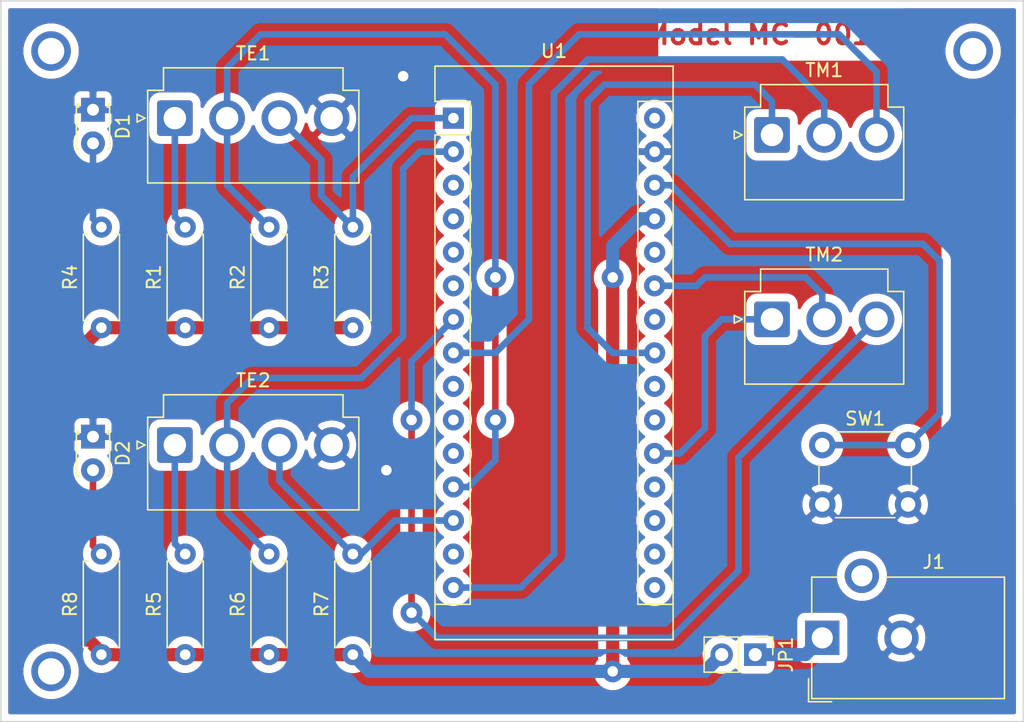
<source format=kicad_pcb>
(kicad_pcb (version 20171130) (host pcbnew 5.1.5-52549c5~84~ubuntu18.04.1)

  (general
    (thickness 1.6)
    (drawings 6)
    (tracks 121)
    (zones 0)
    (modules 18)
    (nets 19)
  )

  (page A4)
  (title_block
    (title "Motor Controller")
    (date 2020-03-15)
    (rev 1)
    (company FIBO)
    (comment 1 "Norawit Nangsue")
  )

  (layers
    (0 F.Cu signal)
    (31 B.Cu signal)
    (32 B.Adhes user)
    (33 F.Adhes user)
    (34 B.Paste user)
    (35 F.Paste user)
    (36 B.SilkS user)
    (37 F.SilkS user)
    (38 B.Mask user)
    (39 F.Mask user)
    (40 Dwgs.User user)
    (41 Cmts.User user)
    (42 Eco1.User user)
    (43 Eco2.User user)
    (44 Edge.Cuts user)
    (45 Margin user)
    (46 B.CrtYd user)
    (47 F.CrtYd user)
    (48 B.Fab user)
    (49 F.Fab user)
  )

  (setup
    (last_trace_width 0.5)
    (user_trace_width 0.5)
    (user_trace_width 1)
    (trace_clearance 0.6)
    (zone_clearance 0.508)
    (zone_45_only no)
    (trace_min 0.4)
    (via_size 1.65)
    (via_drill 0.8)
    (via_min_size 1.65)
    (via_min_drill 0.8)
    (user_via 3 2)
    (uvia_size 1.65)
    (uvia_drill 0.8)
    (uvias_allowed no)
    (uvia_min_size 1.65)
    (uvia_min_drill 0.8)
    (edge_width 0.05)
    (segment_width 0.2)
    (pcb_text_width 0.3)
    (pcb_text_size 1.5 1.5)
    (mod_edge_width 0.12)
    (mod_text_size 1 1)
    (mod_text_width 0.15)
    (pad_size 1.524 1.524)
    (pad_drill 0.762)
    (pad_to_mask_clearance 0.051)
    (solder_mask_min_width 0.25)
    (aux_axis_origin 0 0)
    (visible_elements FFFFFF7F)
    (pcbplotparams
      (layerselection 0x010fc_ffffffff)
      (usegerberextensions false)
      (usegerberattributes false)
      (usegerberadvancedattributes false)
      (creategerberjobfile false)
      (excludeedgelayer true)
      (linewidth 0.100000)
      (plotframeref false)
      (viasonmask false)
      (mode 1)
      (useauxorigin false)
      (hpglpennumber 1)
      (hpglpenspeed 20)
      (hpglpendiameter 15.000000)
      (psnegative false)
      (psa4output false)
      (plotreference true)
      (plotvalue true)
      (plotinvisibletext false)
      (padsonsilk false)
      (subtractmaskfromsilk false)
      (outputformat 1)
      (mirror false)
      (drillshape 1)
      (scaleselection 1)
      (outputdirectory ""))
  )

  (net 0 "")
  (net 1 VCC)
  (net 2 +5V)
  (net 3 GND)
  (net 4 "Net-(R1-Pad2)")
  (net 5 1A)
  (net 6 1B)
  (net 7 "Net-(R5-Pad2)")
  (net 8 2A)
  (net 9 2B)
  (net 10 RST)
  (net 11 ENA)
  (net 12 IN1)
  (net 13 IN2)
  (net 14 IN4)
  (net 15 IN3)
  (net 16 ENB)
  (net 17 "Net-(D1-Pad2)")
  (net 18 "Net-(D2-Pad2)")

  (net_class Default "This is the default net class."
    (clearance 0.6)
    (trace_width 0.5)
    (via_dia 1.65)
    (via_drill 0.8)
    (uvia_dia 1.65)
    (uvia_drill 0.8)
    (diff_pair_width 0.4)
    (diff_pair_gap 0.4)
    (add_net +5V)
    (add_net 1A)
    (add_net 1B)
    (add_net 2A)
    (add_net 2B)
    (add_net ENA)
    (add_net ENB)
    (add_net GND)
    (add_net IN1)
    (add_net IN2)
    (add_net IN3)
    (add_net IN4)
    (add_net "Net-(D1-Pad2)")
    (add_net "Net-(D2-Pad2)")
    (add_net "Net-(R1-Pad2)")
    (add_net "Net-(R5-Pad2)")
    (add_net RST)
    (add_net VCC)
  )

  (net_class PWR ""
    (clearance 1)
    (trace_width 1)
    (via_dia 2)
    (via_drill 1.5)
    (uvia_dia 2)
    (uvia_drill 1.5)
    (diff_pair_width 0.4)
    (diff_pair_gap 0.4)
  )

  (module Connector_JST:JST_VH_B3P-VH_1x03_P3.96mm_Vertical (layer F.Cu) (tedit 5D12549B) (tstamp 5E6D9D56)
    (at 172.72 99.06)
    (descr "JST VH series connector, B3P-VH (http://www.jst-mfg.com/product/pdf/eng/eVH.pdf), generated with kicad-footprint-generator")
    (tags "connector JST VH vertical")
    (path /5E758DCD)
    (fp_text reference TM2 (at 3.96 -4.9) (layer F.SilkS)
      (effects (font (size 1 1) (thickness 0.15)))
    )
    (fp_text value Conn_01x03_Male (at 3.96 6) (layer F.Fab)
      (effects (font (size 1 1) (thickness 0.15)))
    )
    (fp_text user %R (at 3.96 4.1) (layer F.Fab)
      (effects (font (size 1 1) (thickness 0.15)))
    )
    (fp_line (start -2.86 -0.3) (end -2.26 0) (layer F.SilkS) (width 0.12))
    (fp_line (start -2.86 0.3) (end -2.86 -0.3) (layer F.SilkS) (width 0.12))
    (fp_line (start -2.26 0) (end -2.86 0.3) (layer F.SilkS) (width 0.12))
    (fp_line (start 9.98 4.91) (end -2.06 4.91) (layer F.SilkS) (width 0.12))
    (fp_line (start 9.98 -2.11) (end 9.98 4.91) (layer F.SilkS) (width 0.12))
    (fp_line (start 8.78 -2.11) (end 9.98 -2.11) (layer F.SilkS) (width 0.12))
    (fp_line (start 8.78 -3.81) (end 8.78 -2.11) (layer F.SilkS) (width 0.12))
    (fp_line (start -0.86 -3.81) (end 8.78 -3.81) (layer F.SilkS) (width 0.12))
    (fp_line (start -0.86 -2.11) (end -0.86 -3.81) (layer F.SilkS) (width 0.12))
    (fp_line (start -2.06 -2.11) (end -0.86 -2.11) (layer F.SilkS) (width 0.12))
    (fp_line (start -2.06 4.91) (end -2.06 -2.11) (layer F.SilkS) (width 0.12))
    (fp_line (start 10.37 -4.2) (end -2.45 -4.2) (layer F.CrtYd) (width 0.05))
    (fp_line (start 10.37 5.3) (end 10.37 -4.2) (layer F.CrtYd) (width 0.05))
    (fp_line (start -2.45 5.3) (end 10.37 5.3) (layer F.CrtYd) (width 0.05))
    (fp_line (start -2.45 -4.2) (end -2.45 5.3) (layer F.CrtYd) (width 0.05))
    (fp_line (start -1.95 1) (end -0.95 0) (layer F.Fab) (width 0.1))
    (fp_line (start -1.95 -1) (end -0.95 0) (layer F.Fab) (width 0.1))
    (fp_line (start 8.67 -3.7) (end 8.67 -2) (layer F.Fab) (width 0.1))
    (fp_line (start -0.75 -3.7) (end 8.67 -3.7) (layer F.Fab) (width 0.1))
    (fp_line (start -0.75 -2) (end -0.75 -3.7) (layer F.Fab) (width 0.1))
    (fp_line (start 9.87 -2) (end -1.95 -2) (layer F.Fab) (width 0.1))
    (fp_line (start 9.87 4.8) (end 9.87 -2) (layer F.Fab) (width 0.1))
    (fp_line (start -1.95 4.8) (end 9.87 4.8) (layer F.Fab) (width 0.1))
    (fp_line (start -1.95 -2) (end -1.95 4.8) (layer F.Fab) (width 0.1))
    (pad 3 thru_hole circle (at 7.92 0) (size 2.7 2.7) (drill 1.7) (layers *.Cu *.Mask)
      (net 14 IN4))
    (pad 2 thru_hole circle (at 3.96 0) (size 2.7 2.7) (drill 1.7) (layers *.Cu *.Mask)
      (net 15 IN3))
    (pad 1 thru_hole roundrect (at 0 0) (size 2.7 2.7) (drill 1.7) (layers *.Cu *.Mask) (roundrect_rratio 0.09259299999999999)
      (net 16 ENB))
    (model ${KISYS3DMOD}/Connector_JST.3dshapes/JST_VH_B3P-VH_1x03_P3.96mm_Vertical.wrl
      (at (xyz 0 0 0))
      (scale (xyz 1 1 1))
      (rotate (xyz 0 0 0))
    )
  )

  (module Connector_PinHeader_2.54mm:PinHeader_1x02_P2.54mm_Vertical (layer F.Cu) (tedit 59FED5CC) (tstamp 5E6D98CD)
    (at 171.45 124.46 270)
    (descr "Through hole straight pin header, 1x02, 2.54mm pitch, single row")
    (tags "Through hole pin header THT 1x02 2.54mm single row")
    (path /5E76FF76)
    (fp_text reference JP1 (at 0 -2.33 90) (layer F.SilkS)
      (effects (font (size 1 1) (thickness 0.15)))
    )
    (fp_text value Jumper_2_Open (at -1.27 5.08 90) (layer F.Fab)
      (effects (font (size 1 1) (thickness 0.15)))
    )
    (fp_text user %R (at -2.54 1.27) (layer F.Fab)
      (effects (font (size 1 1) (thickness 0.15)))
    )
    (fp_line (start 1.8 -1.8) (end -1.8 -1.8) (layer F.CrtYd) (width 0.05))
    (fp_line (start 1.8 4.35) (end 1.8 -1.8) (layer F.CrtYd) (width 0.05))
    (fp_line (start -1.8 4.35) (end 1.8 4.35) (layer F.CrtYd) (width 0.05))
    (fp_line (start -1.8 -1.8) (end -1.8 4.35) (layer F.CrtYd) (width 0.05))
    (fp_line (start -1.33 -1.33) (end 0 -1.33) (layer F.SilkS) (width 0.12))
    (fp_line (start -1.33 0) (end -1.33 -1.33) (layer F.SilkS) (width 0.12))
    (fp_line (start -1.33 1.27) (end 1.33 1.27) (layer F.SilkS) (width 0.12))
    (fp_line (start 1.33 1.27) (end 1.33 3.87) (layer F.SilkS) (width 0.12))
    (fp_line (start -1.33 1.27) (end -1.33 3.87) (layer F.SilkS) (width 0.12))
    (fp_line (start -1.33 3.87) (end 1.33 3.87) (layer F.SilkS) (width 0.12))
    (fp_line (start -1.27 -0.635) (end -0.635 -1.27) (layer F.Fab) (width 0.1))
    (fp_line (start -1.27 3.81) (end -1.27 -0.635) (layer F.Fab) (width 0.1))
    (fp_line (start 1.27 3.81) (end -1.27 3.81) (layer F.Fab) (width 0.1))
    (fp_line (start 1.27 -1.27) (end 1.27 3.81) (layer F.Fab) (width 0.1))
    (fp_line (start -0.635 -1.27) (end 1.27 -1.27) (layer F.Fab) (width 0.1))
    (pad 2 thru_hole oval (at 0 2.54 270) (size 1.7 1.7) (drill 1) (layers *.Cu *.Mask)
      (net 1 VCC))
    (pad 1 thru_hole rect (at 0 0 270) (size 1.7 1.7) (drill 1) (layers *.Cu *.Mask)
      (net 2 +5V))
    (model ${KISYS3DMOD}/Connector_PinHeader_2.54mm.3dshapes/PinHeader_1x02_P2.54mm_Vertical.wrl
      (at (xyz 0 0 0))
      (scale (xyz 1 1 1))
      (rotate (xyz 0 0 0))
    )
  )

  (module Module:Arduino_Nano (layer F.Cu) (tedit 58ACAF70) (tstamp 5E6D9B72)
    (at 148.59 83.82)
    (descr "Arduino Nano, http://www.mouser.com/pdfdocs/Gravitech_Arduino_Nano3_0.pdf")
    (tags "Arduino Nano")
    (path /5E86BF70)
    (fp_text reference U1 (at 7.62 -5.08) (layer F.SilkS)
      (effects (font (size 1 1) (thickness 0.15)))
    )
    (fp_text value NUCLEO32-F303K8 (at 8.89 19.05 90) (layer F.Fab)
      (effects (font (size 1 1) (thickness 0.15)))
    )
    (fp_line (start 16.75 42.16) (end -1.53 42.16) (layer F.CrtYd) (width 0.05))
    (fp_line (start 16.75 42.16) (end 16.75 -4.06) (layer F.CrtYd) (width 0.05))
    (fp_line (start -1.53 -4.06) (end -1.53 42.16) (layer F.CrtYd) (width 0.05))
    (fp_line (start -1.53 -4.06) (end 16.75 -4.06) (layer F.CrtYd) (width 0.05))
    (fp_line (start 16.51 -3.81) (end 16.51 39.37) (layer F.Fab) (width 0.1))
    (fp_line (start 0 -3.81) (end 16.51 -3.81) (layer F.Fab) (width 0.1))
    (fp_line (start -1.27 -2.54) (end 0 -3.81) (layer F.Fab) (width 0.1))
    (fp_line (start -1.27 39.37) (end -1.27 -2.54) (layer F.Fab) (width 0.1))
    (fp_line (start 16.51 39.37) (end -1.27 39.37) (layer F.Fab) (width 0.1))
    (fp_line (start 16.64 -3.94) (end -1.4 -3.94) (layer F.SilkS) (width 0.12))
    (fp_line (start 16.64 39.5) (end 16.64 -3.94) (layer F.SilkS) (width 0.12))
    (fp_line (start -1.4 39.5) (end 16.64 39.5) (layer F.SilkS) (width 0.12))
    (fp_line (start 3.81 41.91) (end 3.81 31.75) (layer F.Fab) (width 0.1))
    (fp_line (start 11.43 41.91) (end 3.81 41.91) (layer F.Fab) (width 0.1))
    (fp_line (start 11.43 31.75) (end 11.43 41.91) (layer F.Fab) (width 0.1))
    (fp_line (start 3.81 31.75) (end 11.43 31.75) (layer F.Fab) (width 0.1))
    (fp_line (start 1.27 36.83) (end -1.4 36.83) (layer F.SilkS) (width 0.12))
    (fp_line (start 1.27 1.27) (end 1.27 36.83) (layer F.SilkS) (width 0.12))
    (fp_line (start 1.27 1.27) (end -1.4 1.27) (layer F.SilkS) (width 0.12))
    (fp_line (start 13.97 36.83) (end 16.64 36.83) (layer F.SilkS) (width 0.12))
    (fp_line (start 13.97 -1.27) (end 13.97 36.83) (layer F.SilkS) (width 0.12))
    (fp_line (start 13.97 -1.27) (end 16.64 -1.27) (layer F.SilkS) (width 0.12))
    (fp_line (start -1.4 -3.94) (end -1.4 -1.27) (layer F.SilkS) (width 0.12))
    (fp_line (start -1.4 1.27) (end -1.4 39.5) (layer F.SilkS) (width 0.12))
    (fp_line (start 1.27 -1.27) (end -1.4 -1.27) (layer F.SilkS) (width 0.12))
    (fp_line (start 1.27 1.27) (end 1.27 -1.27) (layer F.SilkS) (width 0.12))
    (fp_text user %R (at 6.35 19.05 90) (layer F.Fab)
      (effects (font (size 1 1) (thickness 0.15)))
    )
    (pad 16 thru_hole oval (at 15.24 35.56) (size 1.6 1.6) (drill 0.8) (layers *.Cu *.Mask))
    (pad 15 thru_hole oval (at 0 35.56) (size 1.6 1.6) (drill 0.8) (layers *.Cu *.Mask)
      (net 12 IN1))
    (pad 30 thru_hole oval (at 15.24 0) (size 1.6 1.6) (drill 0.8) (layers *.Cu *.Mask))
    (pad 14 thru_hole oval (at 0 33.02) (size 1.6 1.6) (drill 0.8) (layers *.Cu *.Mask))
    (pad 29 thru_hole oval (at 15.24 2.54) (size 1.6 1.6) (drill 0.8) (layers *.Cu *.Mask)
      (net 3 GND))
    (pad 13 thru_hole oval (at 0 30.48) (size 1.6 1.6) (drill 0.8) (layers *.Cu *.Mask)
      (net 9 2B))
    (pad 28 thru_hole oval (at 15.24 5.08) (size 1.6 1.6) (drill 0.8) (layers *.Cu *.Mask)
      (net 10 RST))
    (pad 12 thru_hole oval (at 0 27.94) (size 1.6 1.6) (drill 0.8) (layers *.Cu *.Mask)
      (net 5 1A))
    (pad 27 thru_hole oval (at 15.24 7.62) (size 1.6 1.6) (drill 0.8) (layers *.Cu *.Mask)
      (net 1 VCC))
    (pad 11 thru_hole oval (at 0 25.4) (size 1.6 1.6) (drill 0.8) (layers *.Cu *.Mask))
    (pad 26 thru_hole oval (at 15.24 10.16) (size 1.6 1.6) (drill 0.8) (layers *.Cu *.Mask))
    (pad 10 thru_hole oval (at 0 22.86) (size 1.6 1.6) (drill 0.8) (layers *.Cu *.Mask))
    (pad 25 thru_hole oval (at 15.24 12.7) (size 1.6 1.6) (drill 0.8) (layers *.Cu *.Mask)
      (net 15 IN3))
    (pad 9 thru_hole oval (at 0 20.32) (size 1.6 1.6) (drill 0.8) (layers *.Cu *.Mask))
    (pad 24 thru_hole oval (at 15.24 15.24) (size 1.6 1.6) (drill 0.8) (layers *.Cu *.Mask))
    (pad 8 thru_hole oval (at 0 17.78) (size 1.6 1.6) (drill 0.8) (layers *.Cu *.Mask)
      (net 13 IN2))
    (pad 23 thru_hole oval (at 15.24 17.78) (size 1.6 1.6) (drill 0.8) (layers *.Cu *.Mask)
      (net 11 ENA))
    (pad 7 thru_hole oval (at 0 15.24) (size 1.6 1.6) (drill 0.8) (layers *.Cu *.Mask)
      (net 14 IN4))
    (pad 22 thru_hole oval (at 15.24 20.32) (size 1.6 1.6) (drill 0.8) (layers *.Cu *.Mask))
    (pad 6 thru_hole oval (at 0 12.7) (size 1.6 1.6) (drill 0.8) (layers *.Cu *.Mask))
    (pad 21 thru_hole oval (at 15.24 22.86) (size 1.6 1.6) (drill 0.8) (layers *.Cu *.Mask))
    (pad 5 thru_hole oval (at 0 10.16) (size 1.6 1.6) (drill 0.8) (layers *.Cu *.Mask))
    (pad 20 thru_hole oval (at 15.24 25.4) (size 1.6 1.6) (drill 0.8) (layers *.Cu *.Mask)
      (net 16 ENB))
    (pad 4 thru_hole oval (at 0 7.62) (size 1.6 1.6) (drill 0.8) (layers *.Cu *.Mask))
    (pad 19 thru_hole oval (at 15.24 27.94) (size 1.6 1.6) (drill 0.8) (layers *.Cu *.Mask))
    (pad 3 thru_hole oval (at 0 5.08) (size 1.6 1.6) (drill 0.8) (layers *.Cu *.Mask))
    (pad 18 thru_hole oval (at 15.24 30.48) (size 1.6 1.6) (drill 0.8) (layers *.Cu *.Mask))
    (pad 2 thru_hole oval (at 0 2.54) (size 1.6 1.6) (drill 0.8) (layers *.Cu *.Mask)
      (net 8 2A))
    (pad 17 thru_hole oval (at 15.24 33.02) (size 1.6 1.6) (drill 0.8) (layers *.Cu *.Mask))
    (pad 1 thru_hole rect (at 0 0) (size 1.6 1.6) (drill 0.8) (layers *.Cu *.Mask)
      (net 6 1B))
    (model ${KISYS3DMOD}/Module.3dshapes/Arduino_Nano_WithMountingHoles.wrl
      (at (xyz 0 0 0))
      (scale (xyz 1 1 1))
      (rotate (xyz 0 0 0))
    )
  )

  (module Connector_JST:JST_VH_B3P-VH_1x03_P3.96mm_Vertical (layer F.Cu) (tedit 5D12549B) (tstamp 5E6DD1B6)
    (at 172.72 85.09)
    (descr "JST VH series connector, B3P-VH (http://www.jst-mfg.com/product/pdf/eng/eVH.pdf), generated with kicad-footprint-generator")
    (tags "connector JST VH vertical")
    (path /5E72A08C)
    (fp_text reference TM1 (at 3.96 -4.9) (layer F.SilkS)
      (effects (font (size 1 1) (thickness 0.15)))
    )
    (fp_text value Conn_01x03_Male (at 3.96 6) (layer F.Fab)
      (effects (font (size 1 1) (thickness 0.15)))
    )
    (fp_text user %R (at 3.96 4.1) (layer F.Fab)
      (effects (font (size 1 1) (thickness 0.15)))
    )
    (fp_line (start -2.86 -0.3) (end -2.26 0) (layer F.SilkS) (width 0.12))
    (fp_line (start -2.86 0.3) (end -2.86 -0.3) (layer F.SilkS) (width 0.12))
    (fp_line (start -2.26 0) (end -2.86 0.3) (layer F.SilkS) (width 0.12))
    (fp_line (start 9.98 4.91) (end -2.06 4.91) (layer F.SilkS) (width 0.12))
    (fp_line (start 9.98 -2.11) (end 9.98 4.91) (layer F.SilkS) (width 0.12))
    (fp_line (start 8.78 -2.11) (end 9.98 -2.11) (layer F.SilkS) (width 0.12))
    (fp_line (start 8.78 -3.81) (end 8.78 -2.11) (layer F.SilkS) (width 0.12))
    (fp_line (start -0.86 -3.81) (end 8.78 -3.81) (layer F.SilkS) (width 0.12))
    (fp_line (start -0.86 -2.11) (end -0.86 -3.81) (layer F.SilkS) (width 0.12))
    (fp_line (start -2.06 -2.11) (end -0.86 -2.11) (layer F.SilkS) (width 0.12))
    (fp_line (start -2.06 4.91) (end -2.06 -2.11) (layer F.SilkS) (width 0.12))
    (fp_line (start 10.37 -4.2) (end -2.45 -4.2) (layer F.CrtYd) (width 0.05))
    (fp_line (start 10.37 5.3) (end 10.37 -4.2) (layer F.CrtYd) (width 0.05))
    (fp_line (start -2.45 5.3) (end 10.37 5.3) (layer F.CrtYd) (width 0.05))
    (fp_line (start -2.45 -4.2) (end -2.45 5.3) (layer F.CrtYd) (width 0.05))
    (fp_line (start -1.95 1) (end -0.95 0) (layer F.Fab) (width 0.1))
    (fp_line (start -1.95 -1) (end -0.95 0) (layer F.Fab) (width 0.1))
    (fp_line (start 8.67 -3.7) (end 8.67 -2) (layer F.Fab) (width 0.1))
    (fp_line (start -0.75 -3.7) (end 8.67 -3.7) (layer F.Fab) (width 0.1))
    (fp_line (start -0.75 -2) (end -0.75 -3.7) (layer F.Fab) (width 0.1))
    (fp_line (start 9.87 -2) (end -1.95 -2) (layer F.Fab) (width 0.1))
    (fp_line (start 9.87 4.8) (end 9.87 -2) (layer F.Fab) (width 0.1))
    (fp_line (start -1.95 4.8) (end 9.87 4.8) (layer F.Fab) (width 0.1))
    (fp_line (start -1.95 -2) (end -1.95 4.8) (layer F.Fab) (width 0.1))
    (pad 3 thru_hole circle (at 7.92 0) (size 2.7 2.7) (drill 1.7) (layers *.Cu *.Mask)
      (net 13 IN2))
    (pad 2 thru_hole circle (at 3.96 0) (size 2.7 2.7) (drill 1.7) (layers *.Cu *.Mask)
      (net 12 IN1))
    (pad 1 thru_hole roundrect (at 0 0) (size 2.7 2.7) (drill 1.7) (layers *.Cu *.Mask) (roundrect_rratio 0.09259299999999999)
      (net 11 ENA))
    (model ${KISYS3DMOD}/Connector_JST.3dshapes/JST_VH_B3P-VH_1x03_P3.96mm_Vertical.wrl
      (at (xyz 0 0 0))
      (scale (xyz 1 1 1))
      (rotate (xyz 0 0 0))
    )
  )

  (module Connector_JST:JST_VH_B4P-VH_1x04_P3.96mm_Vertical (layer F.Cu) (tedit 5D12549B) (tstamp 5E6D99B5)
    (at 127.485 108.585)
    (descr "JST VH series connector, B4P-VH (http://www.jst-mfg.com/product/pdf/eng/eVH.pdf), generated with kicad-footprint-generator")
    (tags "connector JST VH vertical")
    (path /5E70200F)
    (fp_text reference TE2 (at 5.94 -4.9) (layer F.SilkS)
      (effects (font (size 1 1) (thickness 0.15)))
    )
    (fp_text value Conn_01x04_Male (at 5.94 6) (layer F.Fab)
      (effects (font (size 1 1) (thickness 0.15)))
    )
    (fp_text user %R (at 5.94 4.1) (layer F.Fab)
      (effects (font (size 1 1) (thickness 0.15)))
    )
    (fp_line (start -2.86 -0.3) (end -2.26 0) (layer F.SilkS) (width 0.12))
    (fp_line (start -2.86 0.3) (end -2.86 -0.3) (layer F.SilkS) (width 0.12))
    (fp_line (start -2.26 0) (end -2.86 0.3) (layer F.SilkS) (width 0.12))
    (fp_line (start 13.94 4.91) (end -2.06 4.91) (layer F.SilkS) (width 0.12))
    (fp_line (start 13.94 -2.11) (end 13.94 4.91) (layer F.SilkS) (width 0.12))
    (fp_line (start 12.74 -2.11) (end 13.94 -2.11) (layer F.SilkS) (width 0.12))
    (fp_line (start 12.74 -3.81) (end 12.74 -2.11) (layer F.SilkS) (width 0.12))
    (fp_line (start -0.86 -3.81) (end 12.74 -3.81) (layer F.SilkS) (width 0.12))
    (fp_line (start -0.86 -2.11) (end -0.86 -3.81) (layer F.SilkS) (width 0.12))
    (fp_line (start -2.06 -2.11) (end -0.86 -2.11) (layer F.SilkS) (width 0.12))
    (fp_line (start -2.06 4.91) (end -2.06 -2.11) (layer F.SilkS) (width 0.12))
    (fp_line (start 14.33 -4.2) (end -2.45 -4.2) (layer F.CrtYd) (width 0.05))
    (fp_line (start 14.33 5.3) (end 14.33 -4.2) (layer F.CrtYd) (width 0.05))
    (fp_line (start -2.45 5.3) (end 14.33 5.3) (layer F.CrtYd) (width 0.05))
    (fp_line (start -2.45 -4.2) (end -2.45 5.3) (layer F.CrtYd) (width 0.05))
    (fp_line (start -1.95 1) (end -0.95 0) (layer F.Fab) (width 0.1))
    (fp_line (start -1.95 -1) (end -0.95 0) (layer F.Fab) (width 0.1))
    (fp_line (start 12.63 -3.7) (end 12.63 -2) (layer F.Fab) (width 0.1))
    (fp_line (start -0.75 -3.7) (end 12.63 -3.7) (layer F.Fab) (width 0.1))
    (fp_line (start -0.75 -2) (end -0.75 -3.7) (layer F.Fab) (width 0.1))
    (fp_line (start 13.83 -2) (end -1.95 -2) (layer F.Fab) (width 0.1))
    (fp_line (start 13.83 4.8) (end 13.83 -2) (layer F.Fab) (width 0.1))
    (fp_line (start -1.95 4.8) (end 13.83 4.8) (layer F.Fab) (width 0.1))
    (fp_line (start -1.95 -2) (end -1.95 4.8) (layer F.Fab) (width 0.1))
    (pad 4 thru_hole circle (at 11.88 0) (size 2.7 2.7) (drill 1.7) (layers *.Cu *.Mask)
      (net 3 GND))
    (pad 3 thru_hole circle (at 7.92 0) (size 2.7 2.7) (drill 1.7) (layers *.Cu *.Mask)
      (net 9 2B))
    (pad 2 thru_hole circle (at 3.96 0) (size 2.7 2.7) (drill 1.7) (layers *.Cu *.Mask)
      (net 8 2A))
    (pad 1 thru_hole roundrect (at 0 0) (size 2.7 2.7) (drill 1.7) (layers *.Cu *.Mask) (roundrect_rratio 0.09259299999999999)
      (net 7 "Net-(R5-Pad2)"))
    (model ${KISYS3DMOD}/Connector_JST.3dshapes/JST_VH_B4P-VH_1x04_P3.96mm_Vertical.wrl
      (at (xyz 0 0 0))
      (scale (xyz 1 1 1))
      (rotate (xyz 0 0 0))
    )
  )

  (module Connector_JST:JST_VH_B4P-VH_1x04_P3.96mm_Vertical (layer F.Cu) (tedit 5D12549B) (tstamp 5E6D9E3E)
    (at 127.485 83.82)
    (descr "JST VH series connector, B4P-VH (http://www.jst-mfg.com/product/pdf/eng/eVH.pdf), generated with kicad-footprint-generator")
    (tags "connector JST VH vertical")
    (path /5E6D8F16)
    (fp_text reference TE1 (at 5.94 -4.9) (layer F.SilkS)
      (effects (font (size 1 1) (thickness 0.15)))
    )
    (fp_text value Conn_01x04_Male (at 5.94 6) (layer F.Fab)
      (effects (font (size 1 1) (thickness 0.15)))
    )
    (fp_text user %R (at 5.94 4.1) (layer F.Fab)
      (effects (font (size 1 1) (thickness 0.15)))
    )
    (fp_line (start -2.86 -0.3) (end -2.26 0) (layer F.SilkS) (width 0.12))
    (fp_line (start -2.86 0.3) (end -2.86 -0.3) (layer F.SilkS) (width 0.12))
    (fp_line (start -2.26 0) (end -2.86 0.3) (layer F.SilkS) (width 0.12))
    (fp_line (start 13.94 4.91) (end -2.06 4.91) (layer F.SilkS) (width 0.12))
    (fp_line (start 13.94 -2.11) (end 13.94 4.91) (layer F.SilkS) (width 0.12))
    (fp_line (start 12.74 -2.11) (end 13.94 -2.11) (layer F.SilkS) (width 0.12))
    (fp_line (start 12.74 -3.81) (end 12.74 -2.11) (layer F.SilkS) (width 0.12))
    (fp_line (start -0.86 -3.81) (end 12.74 -3.81) (layer F.SilkS) (width 0.12))
    (fp_line (start -0.86 -2.11) (end -0.86 -3.81) (layer F.SilkS) (width 0.12))
    (fp_line (start -2.06 -2.11) (end -0.86 -2.11) (layer F.SilkS) (width 0.12))
    (fp_line (start -2.06 4.91) (end -2.06 -2.11) (layer F.SilkS) (width 0.12))
    (fp_line (start 14.33 -4.2) (end -2.45 -4.2) (layer F.CrtYd) (width 0.05))
    (fp_line (start 14.33 5.3) (end 14.33 -4.2) (layer F.CrtYd) (width 0.05))
    (fp_line (start -2.45 5.3) (end 14.33 5.3) (layer F.CrtYd) (width 0.05))
    (fp_line (start -2.45 -4.2) (end -2.45 5.3) (layer F.CrtYd) (width 0.05))
    (fp_line (start -1.95 1) (end -0.95 0) (layer F.Fab) (width 0.1))
    (fp_line (start -1.95 -1) (end -0.95 0) (layer F.Fab) (width 0.1))
    (fp_line (start 12.63 -3.7) (end 12.63 -2) (layer F.Fab) (width 0.1))
    (fp_line (start -0.75 -3.7) (end 12.63 -3.7) (layer F.Fab) (width 0.1))
    (fp_line (start -0.75 -2) (end -0.75 -3.7) (layer F.Fab) (width 0.1))
    (fp_line (start 13.83 -2) (end -1.95 -2) (layer F.Fab) (width 0.1))
    (fp_line (start 13.83 4.8) (end 13.83 -2) (layer F.Fab) (width 0.1))
    (fp_line (start -1.95 4.8) (end 13.83 4.8) (layer F.Fab) (width 0.1))
    (fp_line (start -1.95 -2) (end -1.95 4.8) (layer F.Fab) (width 0.1))
    (pad 4 thru_hole circle (at 11.88 0) (size 2.7 2.7) (drill 1.7) (layers *.Cu *.Mask)
      (net 3 GND))
    (pad 3 thru_hole circle (at 7.92 0) (size 2.7 2.7) (drill 1.7) (layers *.Cu *.Mask)
      (net 6 1B))
    (pad 2 thru_hole circle (at 3.96 0) (size 2.7 2.7) (drill 1.7) (layers *.Cu *.Mask)
      (net 5 1A))
    (pad 1 thru_hole roundrect (at 0 0) (size 2.7 2.7) (drill 1.7) (layers *.Cu *.Mask) (roundrect_rratio 0.09259299999999999)
      (net 4 "Net-(R1-Pad2)"))
    (model ${KISYS3DMOD}/Connector_JST.3dshapes/JST_VH_B4P-VH_1x04_P3.96mm_Vertical.wrl
      (at (xyz 0 0 0))
      (scale (xyz 1 1 1))
      (rotate (xyz 0 0 0))
    )
  )

  (module Button_Switch_THT:SW_PUSH_6mm_H7.3mm (layer F.Cu) (tedit 5A02FE31) (tstamp 5E6E57D5)
    (at 176.53 108.585)
    (descr "tactile push button, 6x6mm e.g. PHAP33xx series, height=7.3mm")
    (tags "tact sw push 6mm")
    (path /5E77982C)
    (fp_text reference SW1 (at 3.25 -2) (layer F.SilkS)
      (effects (font (size 1 1) (thickness 0.15)))
    )
    (fp_text value SW_Push (at 3.75 6.7) (layer F.Fab)
      (effects (font (size 1 1) (thickness 0.15)))
    )
    (fp_circle (center 3.25 2.25) (end 1.25 2.5) (layer F.Fab) (width 0.1))
    (fp_line (start 6.75 3) (end 6.75 1.5) (layer F.SilkS) (width 0.12))
    (fp_line (start 5.5 -1) (end 1 -1) (layer F.SilkS) (width 0.12))
    (fp_line (start -0.25 1.5) (end -0.25 3) (layer F.SilkS) (width 0.12))
    (fp_line (start 1 5.5) (end 5.5 5.5) (layer F.SilkS) (width 0.12))
    (fp_line (start 8 -1.25) (end 8 5.75) (layer F.CrtYd) (width 0.05))
    (fp_line (start 7.75 6) (end -1.25 6) (layer F.CrtYd) (width 0.05))
    (fp_line (start -1.5 5.75) (end -1.5 -1.25) (layer F.CrtYd) (width 0.05))
    (fp_line (start -1.25 -1.5) (end 7.75 -1.5) (layer F.CrtYd) (width 0.05))
    (fp_line (start -1.5 6) (end -1.25 6) (layer F.CrtYd) (width 0.05))
    (fp_line (start -1.5 5.75) (end -1.5 6) (layer F.CrtYd) (width 0.05))
    (fp_line (start -1.5 -1.5) (end -1.25 -1.5) (layer F.CrtYd) (width 0.05))
    (fp_line (start -1.5 -1.25) (end -1.5 -1.5) (layer F.CrtYd) (width 0.05))
    (fp_line (start 8 -1.5) (end 8 -1.25) (layer F.CrtYd) (width 0.05))
    (fp_line (start 7.75 -1.5) (end 8 -1.5) (layer F.CrtYd) (width 0.05))
    (fp_line (start 8 6) (end 8 5.75) (layer F.CrtYd) (width 0.05))
    (fp_line (start 7.75 6) (end 8 6) (layer F.CrtYd) (width 0.05))
    (fp_line (start 0.25 -0.75) (end 3.25 -0.75) (layer F.Fab) (width 0.1))
    (fp_line (start 0.25 5.25) (end 0.25 -0.75) (layer F.Fab) (width 0.1))
    (fp_line (start 6.25 5.25) (end 0.25 5.25) (layer F.Fab) (width 0.1))
    (fp_line (start 6.25 -0.75) (end 6.25 5.25) (layer F.Fab) (width 0.1))
    (fp_line (start 3.25 -0.75) (end 6.25 -0.75) (layer F.Fab) (width 0.1))
    (fp_text user %R (at 3.25 2.25) (layer F.Fab)
      (effects (font (size 1 1) (thickness 0.15)))
    )
    (pad 1 thru_hole circle (at 6.5 0 90) (size 2 2) (drill 1.1) (layers *.Cu *.Mask)
      (net 10 RST))
    (pad 2 thru_hole circle (at 6.5 4.5 90) (size 2 2) (drill 1.1) (layers *.Cu *.Mask)
      (net 3 GND))
    (pad 1 thru_hole circle (at 0 0 90) (size 2 2) (drill 1.1) (layers *.Cu *.Mask)
      (net 10 RST))
    (pad 2 thru_hole circle (at 0 4.5 90) (size 2 2) (drill 1.1) (layers *.Cu *.Mask)
      (net 3 GND))
    (model ${KISYS3DMOD}/Button_Switch_THT.3dshapes/SW_PUSH_6mm_H7.3mm.wrl
      (at (xyz 0 0 0))
      (scale (xyz 1 1 1))
      (rotate (xyz 0 0 0))
    )
  )

  (module Resistor_THT:R_Axial_DIN0207_L6.3mm_D2.5mm_P7.62mm_Horizontal (layer F.Cu) (tedit 5AE5139B) (tstamp 5E6DEC4D)
    (at 121.92 124.46 90)
    (descr "Resistor, Axial_DIN0207 series, Axial, Horizontal, pin pitch=7.62mm, 0.25W = 1/4W, length*diameter=6.3*2.5mm^2, http://cdn-reichelt.de/documents/datenblatt/B400/1_4W%23YAG.pdf")
    (tags "Resistor Axial_DIN0207 series Axial Horizontal pin pitch 7.62mm 0.25W = 1/4W length 6.3mm diameter 2.5mm")
    (path /5E701FFB)
    (fp_text reference R8 (at 3.81 -2.37 90) (layer F.SilkS)
      (effects (font (size 1 1) (thickness 0.15)))
    )
    (fp_text value 1k (at 3.81 2.37 90) (layer F.Fab)
      (effects (font (size 1 1) (thickness 0.15)))
    )
    (fp_text user %R (at 3.81 0 90) (layer F.Fab)
      (effects (font (size 1 1) (thickness 0.15)))
    )
    (fp_line (start 8.67 -1.5) (end -1.05 -1.5) (layer F.CrtYd) (width 0.05))
    (fp_line (start 8.67 1.5) (end 8.67 -1.5) (layer F.CrtYd) (width 0.05))
    (fp_line (start -1.05 1.5) (end 8.67 1.5) (layer F.CrtYd) (width 0.05))
    (fp_line (start -1.05 -1.5) (end -1.05 1.5) (layer F.CrtYd) (width 0.05))
    (fp_line (start 7.08 1.37) (end 7.08 1.04) (layer F.SilkS) (width 0.12))
    (fp_line (start 0.54 1.37) (end 7.08 1.37) (layer F.SilkS) (width 0.12))
    (fp_line (start 0.54 1.04) (end 0.54 1.37) (layer F.SilkS) (width 0.12))
    (fp_line (start 7.08 -1.37) (end 7.08 -1.04) (layer F.SilkS) (width 0.12))
    (fp_line (start 0.54 -1.37) (end 7.08 -1.37) (layer F.SilkS) (width 0.12))
    (fp_line (start 0.54 -1.04) (end 0.54 -1.37) (layer F.SilkS) (width 0.12))
    (fp_line (start 7.62 0) (end 6.96 0) (layer F.Fab) (width 0.1))
    (fp_line (start 0 0) (end 0.66 0) (layer F.Fab) (width 0.1))
    (fp_line (start 6.96 -1.25) (end 0.66 -1.25) (layer F.Fab) (width 0.1))
    (fp_line (start 6.96 1.25) (end 6.96 -1.25) (layer F.Fab) (width 0.1))
    (fp_line (start 0.66 1.25) (end 6.96 1.25) (layer F.Fab) (width 0.1))
    (fp_line (start 0.66 -1.25) (end 0.66 1.25) (layer F.Fab) (width 0.1))
    (pad 2 thru_hole oval (at 7.62 0 90) (size 1.6 1.6) (drill 0.8) (layers *.Cu *.Mask)
      (net 18 "Net-(D2-Pad2)"))
    (pad 1 thru_hole circle (at 0 0 90) (size 1.6 1.6) (drill 0.8) (layers *.Cu *.Mask)
      (net 1 VCC))
    (model ${KISYS3DMOD}/Resistor_THT.3dshapes/R_Axial_DIN0207_L6.3mm_D2.5mm_P7.62mm_Horizontal.wrl
      (at (xyz 0 0 0))
      (scale (xyz 1 1 1))
      (rotate (xyz 0 0 0))
    )
  )

  (module Resistor_THT:R_Axial_DIN0207_L6.3mm_D2.5mm_P7.62mm_Horizontal (layer F.Cu) (tedit 5AE5139B) (tstamp 5E6DED13)
    (at 140.97 124.46 90)
    (descr "Resistor, Axial_DIN0207 series, Axial, Horizontal, pin pitch=7.62mm, 0.25W = 1/4W, length*diameter=6.3*2.5mm^2, http://cdn-reichelt.de/documents/datenblatt/B400/1_4W%23YAG.pdf")
    (tags "Resistor Axial_DIN0207 series Axial Horizontal pin pitch 7.62mm 0.25W = 1/4W length 6.3mm diameter 2.5mm")
    (path /5E701FF1)
    (fp_text reference R7 (at 3.81 -2.37 90) (layer F.SilkS)
      (effects (font (size 1 1) (thickness 0.15)))
    )
    (fp_text value 8k2 (at 3.81 2.37 90) (layer F.Fab)
      (effects (font (size 1 1) (thickness 0.15)))
    )
    (fp_text user %R (at 3.81 0 90) (layer F.Fab)
      (effects (font (size 1 1) (thickness 0.15)))
    )
    (fp_line (start 8.67 -1.5) (end -1.05 -1.5) (layer F.CrtYd) (width 0.05))
    (fp_line (start 8.67 1.5) (end 8.67 -1.5) (layer F.CrtYd) (width 0.05))
    (fp_line (start -1.05 1.5) (end 8.67 1.5) (layer F.CrtYd) (width 0.05))
    (fp_line (start -1.05 -1.5) (end -1.05 1.5) (layer F.CrtYd) (width 0.05))
    (fp_line (start 7.08 1.37) (end 7.08 1.04) (layer F.SilkS) (width 0.12))
    (fp_line (start 0.54 1.37) (end 7.08 1.37) (layer F.SilkS) (width 0.12))
    (fp_line (start 0.54 1.04) (end 0.54 1.37) (layer F.SilkS) (width 0.12))
    (fp_line (start 7.08 -1.37) (end 7.08 -1.04) (layer F.SilkS) (width 0.12))
    (fp_line (start 0.54 -1.37) (end 7.08 -1.37) (layer F.SilkS) (width 0.12))
    (fp_line (start 0.54 -1.04) (end 0.54 -1.37) (layer F.SilkS) (width 0.12))
    (fp_line (start 7.62 0) (end 6.96 0) (layer F.Fab) (width 0.1))
    (fp_line (start 0 0) (end 0.66 0) (layer F.Fab) (width 0.1))
    (fp_line (start 6.96 -1.25) (end 0.66 -1.25) (layer F.Fab) (width 0.1))
    (fp_line (start 6.96 1.25) (end 6.96 -1.25) (layer F.Fab) (width 0.1))
    (fp_line (start 0.66 1.25) (end 6.96 1.25) (layer F.Fab) (width 0.1))
    (fp_line (start 0.66 -1.25) (end 0.66 1.25) (layer F.Fab) (width 0.1))
    (pad 2 thru_hole oval (at 7.62 0 90) (size 1.6 1.6) (drill 0.8) (layers *.Cu *.Mask)
      (net 9 2B))
    (pad 1 thru_hole circle (at 0 0 90) (size 1.6 1.6) (drill 0.8) (layers *.Cu *.Mask)
      (net 1 VCC))
    (model ${KISYS3DMOD}/Resistor_THT.3dshapes/R_Axial_DIN0207_L6.3mm_D2.5mm_P7.62mm_Horizontal.wrl
      (at (xyz 0 0 0))
      (scale (xyz 1 1 1))
      (rotate (xyz 0 0 0))
    )
  )

  (module Resistor_THT:R_Axial_DIN0207_L6.3mm_D2.5mm_P7.62mm_Horizontal (layer F.Cu) (tedit 5AE5139B) (tstamp 5E6DECD1)
    (at 134.62 124.46 90)
    (descr "Resistor, Axial_DIN0207 series, Axial, Horizontal, pin pitch=7.62mm, 0.25W = 1/4W, length*diameter=6.3*2.5mm^2, http://cdn-reichelt.de/documents/datenblatt/B400/1_4W%23YAG.pdf")
    (tags "Resistor Axial_DIN0207 series Axial Horizontal pin pitch 7.62mm 0.25W = 1/4W length 6.3mm diameter 2.5mm")
    (path /5E701FE7)
    (fp_text reference R6 (at 3.81 -2.37 90) (layer F.SilkS)
      (effects (font (size 1 1) (thickness 0.15)))
    )
    (fp_text value 8k2 (at 3.81 2.37 90) (layer F.Fab)
      (effects (font (size 1 1) (thickness 0.15)))
    )
    (fp_text user %R (at 3.81 0 90) (layer F.Fab)
      (effects (font (size 1 1) (thickness 0.15)))
    )
    (fp_line (start 8.67 -1.5) (end -1.05 -1.5) (layer F.CrtYd) (width 0.05))
    (fp_line (start 8.67 1.5) (end 8.67 -1.5) (layer F.CrtYd) (width 0.05))
    (fp_line (start -1.05 1.5) (end 8.67 1.5) (layer F.CrtYd) (width 0.05))
    (fp_line (start -1.05 -1.5) (end -1.05 1.5) (layer F.CrtYd) (width 0.05))
    (fp_line (start 7.08 1.37) (end 7.08 1.04) (layer F.SilkS) (width 0.12))
    (fp_line (start 0.54 1.37) (end 7.08 1.37) (layer F.SilkS) (width 0.12))
    (fp_line (start 0.54 1.04) (end 0.54 1.37) (layer F.SilkS) (width 0.12))
    (fp_line (start 7.08 -1.37) (end 7.08 -1.04) (layer F.SilkS) (width 0.12))
    (fp_line (start 0.54 -1.37) (end 7.08 -1.37) (layer F.SilkS) (width 0.12))
    (fp_line (start 0.54 -1.04) (end 0.54 -1.37) (layer F.SilkS) (width 0.12))
    (fp_line (start 7.62 0) (end 6.96 0) (layer F.Fab) (width 0.1))
    (fp_line (start 0 0) (end 0.66 0) (layer F.Fab) (width 0.1))
    (fp_line (start 6.96 -1.25) (end 0.66 -1.25) (layer F.Fab) (width 0.1))
    (fp_line (start 6.96 1.25) (end 6.96 -1.25) (layer F.Fab) (width 0.1))
    (fp_line (start 0.66 1.25) (end 6.96 1.25) (layer F.Fab) (width 0.1))
    (fp_line (start 0.66 -1.25) (end 0.66 1.25) (layer F.Fab) (width 0.1))
    (pad 2 thru_hole oval (at 7.62 0 90) (size 1.6 1.6) (drill 0.8) (layers *.Cu *.Mask)
      (net 8 2A))
    (pad 1 thru_hole circle (at 0 0 90) (size 1.6 1.6) (drill 0.8) (layers *.Cu *.Mask)
      (net 1 VCC))
    (model ${KISYS3DMOD}/Resistor_THT.3dshapes/R_Axial_DIN0207_L6.3mm_D2.5mm_P7.62mm_Horizontal.wrl
      (at (xyz 0 0 0))
      (scale (xyz 1 1 1))
      (rotate (xyz 0 0 0))
    )
  )

  (module Resistor_THT:R_Axial_DIN0207_L6.3mm_D2.5mm_P7.62mm_Horizontal (layer F.Cu) (tedit 5AE5139B) (tstamp 5E6DEC8F)
    (at 128.27 124.46 90)
    (descr "Resistor, Axial_DIN0207 series, Axial, Horizontal, pin pitch=7.62mm, 0.25W = 1/4W, length*diameter=6.3*2.5mm^2, http://cdn-reichelt.de/documents/datenblatt/B400/1_4W%23YAG.pdf")
    (tags "Resistor Axial_DIN0207 series Axial Horizontal pin pitch 7.62mm 0.25W = 1/4W length 6.3mm diameter 2.5mm")
    (path /5E701FDD)
    (fp_text reference R5 (at 3.81 -2.37 90) (layer F.SilkS)
      (effects (font (size 1 1) (thickness 0.15)))
    )
    (fp_text value 220 (at 3.81 2.37 90) (layer F.Fab)
      (effects (font (size 1 1) (thickness 0.15)))
    )
    (fp_text user %R (at 3.81 0 90) (layer F.Fab)
      (effects (font (size 1 1) (thickness 0.15)))
    )
    (fp_line (start 8.67 -1.5) (end -1.05 -1.5) (layer F.CrtYd) (width 0.05))
    (fp_line (start 8.67 1.5) (end 8.67 -1.5) (layer F.CrtYd) (width 0.05))
    (fp_line (start -1.05 1.5) (end 8.67 1.5) (layer F.CrtYd) (width 0.05))
    (fp_line (start -1.05 -1.5) (end -1.05 1.5) (layer F.CrtYd) (width 0.05))
    (fp_line (start 7.08 1.37) (end 7.08 1.04) (layer F.SilkS) (width 0.12))
    (fp_line (start 0.54 1.37) (end 7.08 1.37) (layer F.SilkS) (width 0.12))
    (fp_line (start 0.54 1.04) (end 0.54 1.37) (layer F.SilkS) (width 0.12))
    (fp_line (start 7.08 -1.37) (end 7.08 -1.04) (layer F.SilkS) (width 0.12))
    (fp_line (start 0.54 -1.37) (end 7.08 -1.37) (layer F.SilkS) (width 0.12))
    (fp_line (start 0.54 -1.04) (end 0.54 -1.37) (layer F.SilkS) (width 0.12))
    (fp_line (start 7.62 0) (end 6.96 0) (layer F.Fab) (width 0.1))
    (fp_line (start 0 0) (end 0.66 0) (layer F.Fab) (width 0.1))
    (fp_line (start 6.96 -1.25) (end 0.66 -1.25) (layer F.Fab) (width 0.1))
    (fp_line (start 6.96 1.25) (end 6.96 -1.25) (layer F.Fab) (width 0.1))
    (fp_line (start 0.66 1.25) (end 6.96 1.25) (layer F.Fab) (width 0.1))
    (fp_line (start 0.66 -1.25) (end 0.66 1.25) (layer F.Fab) (width 0.1))
    (pad 2 thru_hole oval (at 7.62 0 90) (size 1.6 1.6) (drill 0.8) (layers *.Cu *.Mask)
      (net 7 "Net-(R5-Pad2)"))
    (pad 1 thru_hole circle (at 0 0 90) (size 1.6 1.6) (drill 0.8) (layers *.Cu *.Mask)
      (net 1 VCC))
    (model ${KISYS3DMOD}/Resistor_THT.3dshapes/R_Axial_DIN0207_L6.3mm_D2.5mm_P7.62mm_Horizontal.wrl
      (at (xyz 0 0 0))
      (scale (xyz 1 1 1))
      (rotate (xyz 0 0 0))
    )
  )

  (module Resistor_THT:R_Axial_DIN0207_L6.3mm_D2.5mm_P7.62mm_Horizontal (layer F.Cu) (tedit 5AE5139B) (tstamp 5E6DB331)
    (at 121.92 99.695 90)
    (descr "Resistor, Axial_DIN0207 series, Axial, Horizontal, pin pitch=7.62mm, 0.25W = 1/4W, length*diameter=6.3*2.5mm^2, http://cdn-reichelt.de/documents/datenblatt/B400/1_4W%23YAG.pdf")
    (tags "Resistor Axial_DIN0207 series Axial Horizontal pin pitch 7.62mm 0.25W = 1/4W length 6.3mm diameter 2.5mm")
    (path /5E6D43FF)
    (fp_text reference R4 (at 3.81 -2.37 90) (layer F.SilkS)
      (effects (font (size 1 1) (thickness 0.15)))
    )
    (fp_text value 1k (at 3.81 2.37 90) (layer F.Fab)
      (effects (font (size 1 1) (thickness 0.15)))
    )
    (fp_text user %R (at 3.81 0 90) (layer F.Fab)
      (effects (font (size 1 1) (thickness 0.15)))
    )
    (fp_line (start 8.67 -1.5) (end -1.05 -1.5) (layer F.CrtYd) (width 0.05))
    (fp_line (start 8.67 1.5) (end 8.67 -1.5) (layer F.CrtYd) (width 0.05))
    (fp_line (start -1.05 1.5) (end 8.67 1.5) (layer F.CrtYd) (width 0.05))
    (fp_line (start -1.05 -1.5) (end -1.05 1.5) (layer F.CrtYd) (width 0.05))
    (fp_line (start 7.08 1.37) (end 7.08 1.04) (layer F.SilkS) (width 0.12))
    (fp_line (start 0.54 1.37) (end 7.08 1.37) (layer F.SilkS) (width 0.12))
    (fp_line (start 0.54 1.04) (end 0.54 1.37) (layer F.SilkS) (width 0.12))
    (fp_line (start 7.08 -1.37) (end 7.08 -1.04) (layer F.SilkS) (width 0.12))
    (fp_line (start 0.54 -1.37) (end 7.08 -1.37) (layer F.SilkS) (width 0.12))
    (fp_line (start 0.54 -1.04) (end 0.54 -1.37) (layer F.SilkS) (width 0.12))
    (fp_line (start 7.62 0) (end 6.96 0) (layer F.Fab) (width 0.1))
    (fp_line (start 0 0) (end 0.66 0) (layer F.Fab) (width 0.1))
    (fp_line (start 6.96 -1.25) (end 0.66 -1.25) (layer F.Fab) (width 0.1))
    (fp_line (start 6.96 1.25) (end 6.96 -1.25) (layer F.Fab) (width 0.1))
    (fp_line (start 0.66 1.25) (end 6.96 1.25) (layer F.Fab) (width 0.1))
    (fp_line (start 0.66 -1.25) (end 0.66 1.25) (layer F.Fab) (width 0.1))
    (pad 2 thru_hole oval (at 7.62 0 90) (size 1.6 1.6) (drill 0.8) (layers *.Cu *.Mask)
      (net 17 "Net-(D1-Pad2)"))
    (pad 1 thru_hole circle (at 0 0 90) (size 1.6 1.6) (drill 0.8) (layers *.Cu *.Mask)
      (net 1 VCC))
    (model ${KISYS3DMOD}/Resistor_THT.3dshapes/R_Axial_DIN0207_L6.3mm_D2.5mm_P7.62mm_Horizontal.wrl
      (at (xyz 0 0 0))
      (scale (xyz 1 1 1))
      (rotate (xyz 0 0 0))
    )
  )

  (module Resistor_THT:R_Axial_DIN0207_L6.3mm_D2.5mm_P7.62mm_Horizontal (layer F.Cu) (tedit 5AE5139B) (tstamp 5E6DEA02)
    (at 140.97 99.695 90)
    (descr "Resistor, Axial_DIN0207 series, Axial, Horizontal, pin pitch=7.62mm, 0.25W = 1/4W, length*diameter=6.3*2.5mm^2, http://cdn-reichelt.de/documents/datenblatt/B400/1_4W%23YAG.pdf")
    (tags "Resistor Axial_DIN0207 series Axial Horizontal pin pitch 7.62mm 0.25W = 1/4W length 6.3mm diameter 2.5mm")
    (path /5E6D4125)
    (fp_text reference R3 (at 3.81 -2.37 90) (layer F.SilkS)
      (effects (font (size 1 1) (thickness 0.15)))
    )
    (fp_text value 8k2 (at 3.81 2.37 90) (layer F.Fab)
      (effects (font (size 1 1) (thickness 0.15)))
    )
    (fp_text user %R (at 3.81 0 90) (layer F.Fab)
      (effects (font (size 1 1) (thickness 0.15)))
    )
    (fp_line (start 8.67 -1.5) (end -1.05 -1.5) (layer F.CrtYd) (width 0.05))
    (fp_line (start 8.67 1.5) (end 8.67 -1.5) (layer F.CrtYd) (width 0.05))
    (fp_line (start -1.05 1.5) (end 8.67 1.5) (layer F.CrtYd) (width 0.05))
    (fp_line (start -1.05 -1.5) (end -1.05 1.5) (layer F.CrtYd) (width 0.05))
    (fp_line (start 7.08 1.37) (end 7.08 1.04) (layer F.SilkS) (width 0.12))
    (fp_line (start 0.54 1.37) (end 7.08 1.37) (layer F.SilkS) (width 0.12))
    (fp_line (start 0.54 1.04) (end 0.54 1.37) (layer F.SilkS) (width 0.12))
    (fp_line (start 7.08 -1.37) (end 7.08 -1.04) (layer F.SilkS) (width 0.12))
    (fp_line (start 0.54 -1.37) (end 7.08 -1.37) (layer F.SilkS) (width 0.12))
    (fp_line (start 0.54 -1.04) (end 0.54 -1.37) (layer F.SilkS) (width 0.12))
    (fp_line (start 7.62 0) (end 6.96 0) (layer F.Fab) (width 0.1))
    (fp_line (start 0 0) (end 0.66 0) (layer F.Fab) (width 0.1))
    (fp_line (start 6.96 -1.25) (end 0.66 -1.25) (layer F.Fab) (width 0.1))
    (fp_line (start 6.96 1.25) (end 6.96 -1.25) (layer F.Fab) (width 0.1))
    (fp_line (start 0.66 1.25) (end 6.96 1.25) (layer F.Fab) (width 0.1))
    (fp_line (start 0.66 -1.25) (end 0.66 1.25) (layer F.Fab) (width 0.1))
    (pad 2 thru_hole oval (at 7.62 0 90) (size 1.6 1.6) (drill 0.8) (layers *.Cu *.Mask)
      (net 6 1B))
    (pad 1 thru_hole circle (at 0 0 90) (size 1.6 1.6) (drill 0.8) (layers *.Cu *.Mask)
      (net 1 VCC))
    (model ${KISYS3DMOD}/Resistor_THT.3dshapes/R_Axial_DIN0207_L6.3mm_D2.5mm_P7.62mm_Horizontal.wrl
      (at (xyz 0 0 0))
      (scale (xyz 1 1 1))
      (rotate (xyz 0 0 0))
    )
  )

  (module Resistor_THT:R_Axial_DIN0207_L6.3mm_D2.5mm_P7.62mm_Horizontal (layer F.Cu) (tedit 5AE5139B) (tstamp 5E6D9A0B)
    (at 134.62 99.695 90)
    (descr "Resistor, Axial_DIN0207 series, Axial, Horizontal, pin pitch=7.62mm, 0.25W = 1/4W, length*diameter=6.3*2.5mm^2, http://cdn-reichelt.de/documents/datenblatt/B400/1_4W%23YAG.pdf")
    (tags "Resistor Axial_DIN0207 series Axial Horizontal pin pitch 7.62mm 0.25W = 1/4W length 6.3mm diameter 2.5mm")
    (path /5E6D3CE8)
    (fp_text reference R2 (at 3.81 -2.37 90) (layer F.SilkS)
      (effects (font (size 1 1) (thickness 0.15)))
    )
    (fp_text value 8k2 (at 3.81 2.37 90) (layer F.Fab)
      (effects (font (size 1 1) (thickness 0.15)))
    )
    (fp_text user %R (at 3.81 0 90) (layer F.Fab)
      (effects (font (size 1 1) (thickness 0.15)))
    )
    (fp_line (start 8.67 -1.5) (end -1.05 -1.5) (layer F.CrtYd) (width 0.05))
    (fp_line (start 8.67 1.5) (end 8.67 -1.5) (layer F.CrtYd) (width 0.05))
    (fp_line (start -1.05 1.5) (end 8.67 1.5) (layer F.CrtYd) (width 0.05))
    (fp_line (start -1.05 -1.5) (end -1.05 1.5) (layer F.CrtYd) (width 0.05))
    (fp_line (start 7.08 1.37) (end 7.08 1.04) (layer F.SilkS) (width 0.12))
    (fp_line (start 0.54 1.37) (end 7.08 1.37) (layer F.SilkS) (width 0.12))
    (fp_line (start 0.54 1.04) (end 0.54 1.37) (layer F.SilkS) (width 0.12))
    (fp_line (start 7.08 -1.37) (end 7.08 -1.04) (layer F.SilkS) (width 0.12))
    (fp_line (start 0.54 -1.37) (end 7.08 -1.37) (layer F.SilkS) (width 0.12))
    (fp_line (start 0.54 -1.04) (end 0.54 -1.37) (layer F.SilkS) (width 0.12))
    (fp_line (start 7.62 0) (end 6.96 0) (layer F.Fab) (width 0.1))
    (fp_line (start 0 0) (end 0.66 0) (layer F.Fab) (width 0.1))
    (fp_line (start 6.96 -1.25) (end 0.66 -1.25) (layer F.Fab) (width 0.1))
    (fp_line (start 6.96 1.25) (end 6.96 -1.25) (layer F.Fab) (width 0.1))
    (fp_line (start 0.66 1.25) (end 6.96 1.25) (layer F.Fab) (width 0.1))
    (fp_line (start 0.66 -1.25) (end 0.66 1.25) (layer F.Fab) (width 0.1))
    (pad 2 thru_hole oval (at 7.62 0 90) (size 1.6 1.6) (drill 0.8) (layers *.Cu *.Mask)
      (net 5 1A))
    (pad 1 thru_hole circle (at 0 0 90) (size 1.6 1.6) (drill 0.8) (layers *.Cu *.Mask)
      (net 1 VCC))
    (model ${KISYS3DMOD}/Resistor_THT.3dshapes/R_Axial_DIN0207_L6.3mm_D2.5mm_P7.62mm_Horizontal.wrl
      (at (xyz 0 0 0))
      (scale (xyz 1 1 1))
      (rotate (xyz 0 0 0))
    )
  )

  (module Resistor_THT:R_Axial_DIN0207_L6.3mm_D2.5mm_P7.62mm_Horizontal (layer F.Cu) (tedit 5AE5139B) (tstamp 5E6D9DAA)
    (at 128.27 99.695 90)
    (descr "Resistor, Axial_DIN0207 series, Axial, Horizontal, pin pitch=7.62mm, 0.25W = 1/4W, length*diameter=6.3*2.5mm^2, http://cdn-reichelt.de/documents/datenblatt/B400/1_4W%23YAG.pdf")
    (tags "Resistor Axial_DIN0207 series Axial Horizontal pin pitch 7.62mm 0.25W = 1/4W length 6.3mm diameter 2.5mm")
    (path /5E6D37BF)
    (fp_text reference R1 (at 3.81 -2.37 90) (layer F.SilkS)
      (effects (font (size 1 1) (thickness 0.15)))
    )
    (fp_text value 220 (at 3.81 2.37 90) (layer F.Fab)
      (effects (font (size 1 1) (thickness 0.15)))
    )
    (fp_text user %R (at 3.81 0 90) (layer F.Fab)
      (effects (font (size 1 1) (thickness 0.15)))
    )
    (fp_line (start 8.67 -1.5) (end -1.05 -1.5) (layer F.CrtYd) (width 0.05))
    (fp_line (start 8.67 1.5) (end 8.67 -1.5) (layer F.CrtYd) (width 0.05))
    (fp_line (start -1.05 1.5) (end 8.67 1.5) (layer F.CrtYd) (width 0.05))
    (fp_line (start -1.05 -1.5) (end -1.05 1.5) (layer F.CrtYd) (width 0.05))
    (fp_line (start 7.08 1.37) (end 7.08 1.04) (layer F.SilkS) (width 0.12))
    (fp_line (start 0.54 1.37) (end 7.08 1.37) (layer F.SilkS) (width 0.12))
    (fp_line (start 0.54 1.04) (end 0.54 1.37) (layer F.SilkS) (width 0.12))
    (fp_line (start 7.08 -1.37) (end 7.08 -1.04) (layer F.SilkS) (width 0.12))
    (fp_line (start 0.54 -1.37) (end 7.08 -1.37) (layer F.SilkS) (width 0.12))
    (fp_line (start 0.54 -1.04) (end 0.54 -1.37) (layer F.SilkS) (width 0.12))
    (fp_line (start 7.62 0) (end 6.96 0) (layer F.Fab) (width 0.1))
    (fp_line (start 0 0) (end 0.66 0) (layer F.Fab) (width 0.1))
    (fp_line (start 6.96 -1.25) (end 0.66 -1.25) (layer F.Fab) (width 0.1))
    (fp_line (start 6.96 1.25) (end 6.96 -1.25) (layer F.Fab) (width 0.1))
    (fp_line (start 0.66 1.25) (end 6.96 1.25) (layer F.Fab) (width 0.1))
    (fp_line (start 0.66 -1.25) (end 0.66 1.25) (layer F.Fab) (width 0.1))
    (pad 2 thru_hole oval (at 7.62 0 90) (size 1.6 1.6) (drill 0.8) (layers *.Cu *.Mask)
      (net 4 "Net-(R1-Pad2)"))
    (pad 1 thru_hole circle (at 0 0 90) (size 1.6 1.6) (drill 0.8) (layers *.Cu *.Mask)
      (net 1 VCC))
    (model ${KISYS3DMOD}/Resistor_THT.3dshapes/R_Axial_DIN0207_L6.3mm_D2.5mm_P7.62mm_Horizontal.wrl
      (at (xyz 0 0 0))
      (scale (xyz 1 1 1))
      (rotate (xyz 0 0 0))
    )
  )

  (module Connector_BarrelJack:BarrelJack_CUI_PJ-102AH_Horizontal (layer F.Cu) (tedit 5A1DBF38) (tstamp 5E6D9908)
    (at 176.53 123.19 90)
    (descr "Thin-pin DC Barrel Jack, https://cdn-shop.adafruit.com/datasheets/21mmdcjackDatasheet.pdf")
    (tags "Power Jack")
    (path /5E7EDD22)
    (fp_text reference J1 (at 5.75 8.45) (layer F.SilkS)
      (effects (font (size 1 1) (thickness 0.15)))
    )
    (fp_text value Barrel_Jack (at -5.5 6.2) (layer F.Fab)
      (effects (font (size 1 1) (thickness 0.15)))
    )
    (fp_line (start -4.5 10.2) (end 4.5 10.2) (layer F.Fab) (width 0.1))
    (fp_line (start -3.5 -0.7) (end 4.5 -0.7) (layer F.Fab) (width 0.1))
    (fp_line (start -4.5 0.3) (end -3.5 -0.7) (layer F.Fab) (width 0.1))
    (fp_line (start -4.5 13.7) (end -4.5 0.3) (layer F.Fab) (width 0.1))
    (fp_line (start 4.5 13.7) (end -4.5 13.7) (layer F.Fab) (width 0.1))
    (fp_line (start 4.5 -0.7) (end 4.5 13.7) (layer F.Fab) (width 0.1))
    (fp_line (start -4.84 -1.04) (end -3.1 -1.04) (layer F.SilkS) (width 0.12))
    (fp_line (start -4.84 0.7) (end -4.84 -1.04) (layer F.SilkS) (width 0.12))
    (fp_line (start 4.6 -0.8) (end 4.6 1.2) (layer F.SilkS) (width 0.12))
    (fp_line (start 1.8 -0.8) (end 4.6 -0.8) (layer F.SilkS) (width 0.12))
    (fp_line (start -4.6 -0.8) (end -1.8 -0.8) (layer F.SilkS) (width 0.12))
    (fp_line (start -4.6 13.8) (end -4.6 -0.8) (layer F.SilkS) (width 0.12))
    (fp_line (start 4.6 13.8) (end -4.6 13.8) (layer F.SilkS) (width 0.12))
    (fp_line (start 4.6 4.8) (end 4.6 13.8) (layer F.SilkS) (width 0.12))
    (fp_line (start -1.8 -1.8) (end 1.8 -1.8) (layer F.CrtYd) (width 0.05))
    (fp_line (start -1.8 -1.2) (end -1.8 -1.8) (layer F.CrtYd) (width 0.05))
    (fp_line (start -5 -1.2) (end -1.8 -1.2) (layer F.CrtYd) (width 0.05))
    (fp_line (start -5 14.2) (end -5 -1.2) (layer F.CrtYd) (width 0.05))
    (fp_line (start 5 14.2) (end -5 14.2) (layer F.CrtYd) (width 0.05))
    (fp_line (start 5 4.8) (end 5 14.2) (layer F.CrtYd) (width 0.05))
    (fp_line (start 6.5 4.8) (end 5 4.8) (layer F.CrtYd) (width 0.05))
    (fp_line (start 6.5 1.2) (end 6.5 4.8) (layer F.CrtYd) (width 0.05))
    (fp_line (start 5 1.2) (end 6.5 1.2) (layer F.CrtYd) (width 0.05))
    (fp_line (start 5 -1.2) (end 5 1.2) (layer F.CrtYd) (width 0.05))
    (fp_line (start 1.8 -1.2) (end 5 -1.2) (layer F.CrtYd) (width 0.05))
    (fp_line (start 1.8 -1.8) (end 1.8 -1.2) (layer F.CrtYd) (width 0.05))
    (fp_text user %R (at 0 6.5 90) (layer F.Fab)
      (effects (font (size 1 1) (thickness 0.15)))
    )
    (pad 3 thru_hole circle (at 4.7 3 90) (size 2.6 2.6) (drill 1.6) (layers *.Cu *.Mask))
    (pad 2 thru_hole circle (at 0 6 90) (size 2.6 2.6) (drill 1.6) (layers *.Cu *.Mask)
      (net 3 GND))
    (pad 1 thru_hole rect (at 0 0 90) (size 2.6 2.6) (drill 1.6) (layers *.Cu *.Mask)
      (net 2 +5V))
    (model ${KISYS3DMOD}/Connector_BarrelJack.3dshapes/BarrelJack_CUI_PJ-102AH_Horizontal.wrl
      (at (xyz 0 0 0))
      (scale (xyz 1 1 1))
      (rotate (xyz 0 0 0))
    )
  )

  (module LED_THT:LED_D1.8mm_W3.3mm_H2.4mm (layer F.Cu) (tedit 5880A862) (tstamp 5E6D9962)
    (at 121.285 107.95 270)
    (descr "LED, Round,  Rectangular size 3.3x2.4mm^2 diameter 1.8mm, 2 pins")
    (tags "LED Round  Rectangular size 3.3x2.4mm^2 diameter 1.8mm 2 pins")
    (path /5E702005)
    (fp_text reference D2 (at 1.27 -2.26 90) (layer F.SilkS)
      (effects (font (size 1 1) (thickness 0.15)))
    )
    (fp_text value LED (at 1.27 2.26 90) (layer F.Fab)
      (effects (font (size 1 1) (thickness 0.15)))
    )
    (fp_line (start 3.7 -1.55) (end -1.15 -1.55) (layer F.CrtYd) (width 0.05))
    (fp_line (start 3.7 1.55) (end 3.7 -1.55) (layer F.CrtYd) (width 0.05))
    (fp_line (start -1.15 1.55) (end 3.7 1.55) (layer F.CrtYd) (width 0.05))
    (fp_line (start -1.15 -1.55) (end -1.15 1.55) (layer F.CrtYd) (width 0.05))
    (fp_line (start -0.2 1.08) (end -0.2 1.26) (layer F.SilkS) (width 0.12))
    (fp_line (start -0.2 -1.26) (end -0.2 -1.08) (layer F.SilkS) (width 0.12))
    (fp_line (start -0.32 1.08) (end -0.32 1.26) (layer F.SilkS) (width 0.12))
    (fp_line (start -0.32 -1.26) (end -0.32 -1.08) (layer F.SilkS) (width 0.12))
    (fp_line (start 2.98 1.095) (end 2.98 1.26) (layer F.SilkS) (width 0.12))
    (fp_line (start 2.98 -1.26) (end 2.98 -1.095) (layer F.SilkS) (width 0.12))
    (fp_line (start -0.44 1.08) (end -0.44 1.26) (layer F.SilkS) (width 0.12))
    (fp_line (start -0.44 -1.26) (end -0.44 -1.08) (layer F.SilkS) (width 0.12))
    (fp_line (start -0.44 1.26) (end 2.98 1.26) (layer F.SilkS) (width 0.12))
    (fp_line (start -0.44 -1.26) (end 2.98 -1.26) (layer F.SilkS) (width 0.12))
    (fp_line (start 2.92 -1.2) (end -0.38 -1.2) (layer F.Fab) (width 0.1))
    (fp_line (start 2.92 1.2) (end 2.92 -1.2) (layer F.Fab) (width 0.1))
    (fp_line (start -0.38 1.2) (end 2.92 1.2) (layer F.Fab) (width 0.1))
    (fp_line (start -0.38 -1.2) (end -0.38 1.2) (layer F.Fab) (width 0.1))
    (fp_circle (center 1.27 0) (end 2.17 0) (layer F.Fab) (width 0.1))
    (pad 2 thru_hole circle (at 2.54 0 270) (size 1.8 1.8) (drill 0.9) (layers *.Cu *.Mask)
      (net 18 "Net-(D2-Pad2)"))
    (pad 1 thru_hole rect (at 0 0 270) (size 1.8 1.8) (drill 0.9) (layers *.Cu *.Mask)
      (net 3 GND))
    (model ${KISYS3DMOD}/LED_THT.3dshapes/LED_D1.8mm_W3.3mm_H2.4mm.wrl
      (at (xyz 0 0 0))
      (scale (xyz 1 1 1))
      (rotate (xyz 0 0 0))
    )
  )

  (module LED_THT:LED_D1.8mm_W3.3mm_H2.4mm (layer F.Cu) (tedit 5880A862) (tstamp 5E6D9AA9)
    (at 121.285 83.185 270)
    (descr "LED, Round,  Rectangular size 3.3x2.4mm^2 diameter 1.8mm, 2 pins")
    (tags "LED Round  Rectangular size 3.3x2.4mm^2 diameter 1.8mm 2 pins")
    (path /5E6D4BA0)
    (fp_text reference D1 (at 1.27 -2.26 90) (layer F.SilkS)
      (effects (font (size 1 1) (thickness 0.15)))
    )
    (fp_text value LED (at 1.27 2.26 90) (layer F.Fab)
      (effects (font (size 1 1) (thickness 0.15)))
    )
    (fp_line (start 3.7 -1.55) (end -1.15 -1.55) (layer F.CrtYd) (width 0.05))
    (fp_line (start 3.7 1.55) (end 3.7 -1.55) (layer F.CrtYd) (width 0.05))
    (fp_line (start -1.15 1.55) (end 3.7 1.55) (layer F.CrtYd) (width 0.05))
    (fp_line (start -1.15 -1.55) (end -1.15 1.55) (layer F.CrtYd) (width 0.05))
    (fp_line (start -0.2 1.08) (end -0.2 1.26) (layer F.SilkS) (width 0.12))
    (fp_line (start -0.2 -1.26) (end -0.2 -1.08) (layer F.SilkS) (width 0.12))
    (fp_line (start -0.32 1.08) (end -0.32 1.26) (layer F.SilkS) (width 0.12))
    (fp_line (start -0.32 -1.26) (end -0.32 -1.08) (layer F.SilkS) (width 0.12))
    (fp_line (start 2.98 1.095) (end 2.98 1.26) (layer F.SilkS) (width 0.12))
    (fp_line (start 2.98 -1.26) (end 2.98 -1.095) (layer F.SilkS) (width 0.12))
    (fp_line (start -0.44 1.08) (end -0.44 1.26) (layer F.SilkS) (width 0.12))
    (fp_line (start -0.44 -1.26) (end -0.44 -1.08) (layer F.SilkS) (width 0.12))
    (fp_line (start -0.44 1.26) (end 2.98 1.26) (layer F.SilkS) (width 0.12))
    (fp_line (start -0.44 -1.26) (end 2.98 -1.26) (layer F.SilkS) (width 0.12))
    (fp_line (start 2.92 -1.2) (end -0.38 -1.2) (layer F.Fab) (width 0.1))
    (fp_line (start 2.92 1.2) (end 2.92 -1.2) (layer F.Fab) (width 0.1))
    (fp_line (start -0.38 1.2) (end 2.92 1.2) (layer F.Fab) (width 0.1))
    (fp_line (start -0.38 -1.2) (end -0.38 1.2) (layer F.Fab) (width 0.1))
    (fp_circle (center 1.27 0) (end 2.17 0) (layer F.Fab) (width 0.1))
    (pad 2 thru_hole circle (at 2.54 0 270) (size 1.8 1.8) (drill 0.9) (layers *.Cu *.Mask)
      (net 17 "Net-(D1-Pad2)"))
    (pad 1 thru_hole rect (at 0 0 270) (size 1.8 1.8) (drill 0.9) (layers *.Cu *.Mask)
      (net 3 GND))
    (model ${KISYS3DMOD}/LED_THT.3dshapes/LED_D1.8mm_W3.3mm_H2.4mm.wrl
      (at (xyz 0 0 0))
      (scale (xyz 1 1 1))
      (rotate (xyz 0 0 0))
    )
  )

  (gr_text "Model MC-001-2" (at 173.355 77.47) (layer F.Cu)
    (effects (font (size 1.5 1.5) (thickness 0.3)))
  )
  (gr_text "Motor Controller V1 Rev.2\nOak Electronics Co. Ltd." (at 188.595 112.395 90) (layer F.Cu)
    (effects (font (size 1.5 1.5) (thickness 0.3)) (justify left))
  )
  (gr_line (start 191.77 74.93) (end 114.3 74.93) (layer Edge.Cuts) (width 0.12) (tstamp 5E6DD39E))
  (gr_line (start 191.77 129.54) (end 191.77 74.93) (layer Edge.Cuts) (width 0.12))
  (gr_line (start 114.3 129.54) (end 191.77 129.54) (layer Edge.Cuts) (width 0.12))
  (gr_line (start 114.3 74.93) (end 114.3 129.54) (layer Edge.Cuts) (width 0.12) (tstamp 5E6DEC35))

  (via (at 187.96 78.74) (size 3) (drill 2) (layers F.Cu B.Cu) (net 0))
  (via (at 118.11 78.74) (size 3) (drill 2) (layers F.Cu B.Cu) (net 0))
  (via (at 118.11 125.73) (size 3) (drill 2) (layers F.Cu B.Cu) (net 0))
  (segment (start 160.655 95.885) (end 160.655 95.885) (width 0.5) (layer B.Cu) (net 1) (tstamp 5E6E4F80))
  (via (at 160.655 95.885) (size 1.65) (drill 0.8) (layers F.Cu B.Cu) (net 1))
  (segment (start 140.97 124.46) (end 121.92 124.46) (width 1) (layer F.Cu) (net 1))
  (segment (start 162.69863 91.44) (end 163.83 91.44) (width 1) (layer B.Cu) (net 1))
  (segment (start 160.655 93.48363) (end 162.69863 91.44) (width 1) (layer B.Cu) (net 1))
  (segment (start 160.655 95.885) (end 160.655 93.48363) (width 1) (layer B.Cu) (net 1))
  (segment (start 121.92 99.695) (end 140.97 99.695) (width 1) (layer F.Cu) (net 1))
  (segment (start 119.38 102.235) (end 121.92 99.695) (width 1) (layer F.Cu) (net 1))
  (segment (start 118.11 103.505) (end 119.38 102.235) (width 1) (layer F.Cu) (net 1))
  (segment (start 122.05863 124.46) (end 118.11 120.51137) (width 1) (layer F.Cu) (net 1))
  (segment (start 118.11 120.51137) (end 118.11 103.505) (width 1) (layer F.Cu) (net 1))
  (segment (start 159.488274 125.730016) (end 160.655 125.730016) (width 1) (layer B.Cu) (net 1))
  (segment (start 142.240016 125.730016) (end 159.488274 125.730016) (width 1) (layer B.Cu) (net 1))
  (segment (start 140.97 124.46) (end 142.240016 125.730016) (width 1) (layer B.Cu) (net 1))
  (segment (start 160.655 95.885) (end 160.655 125.730016) (width 1) (layer F.Cu) (net 1))
  (via (at 160.655 125.730016) (size 1.65) (drill 0.8) (layers F.Cu B.Cu) (net 1))
  (segment (start 167.639984 125.730016) (end 160.655 125.730016) (width 1) (layer B.Cu) (net 1))
  (segment (start 168.91 124.46) (end 167.639984 125.730016) (width 1) (layer B.Cu) (net 1))
  (segment (start 175.26 124.46) (end 176.53 123.19) (width 1) (layer B.Cu) (net 2))
  (segment (start 171.45 124.46) (end 175.26 124.46) (width 1) (layer B.Cu) (net 2))
  (via (at 144.78 80.645) (size 1.65) (drill 0.8) (layers F.Cu B.Cu) (net 3))
  (via (at 143.51 110.49) (size 1.65) (drill 0.8) (layers F.Cu B.Cu) (net 3))
  (segment (start 127.485 91.29) (end 128.27 92.075) (width 0.5) (layer B.Cu) (net 4))
  (segment (start 127.485 83.82) (end 127.485 91.29) (width 0.5) (layer B.Cu) (net 4))
  (segment (start 151.765 95.885) (end 151.765 95.885) (width 0.5) (layer B.Cu) (net 5) (tstamp 5E6E4FA6))
  (via (at 151.765 95.885) (size 1.65) (drill 0.8) (layers F.Cu B.Cu) (net 5))
  (segment (start 151.765 95.885) (end 151.765 106.68) (width 0.5) (layer F.Cu) (net 5))
  (segment (start 151.765 106.68) (end 151.765 106.68) (width 0.5) (layer F.Cu) (net 5) (tstamp 5E6E4FAC))
  (via (at 151.765 106.68) (size 1.65) (drill 0.8) (layers F.Cu B.Cu) (net 5))
  (segment (start 148.59 111.76) (end 149.72137 111.76) (width 0.5) (layer B.Cu) (net 5))
  (segment (start 151.765 109.71637) (end 151.765 106.68) (width 0.5) (layer B.Cu) (net 5))
  (segment (start 149.72137 111.76) (end 151.765 109.71637) (width 0.5) (layer B.Cu) (net 5))
  (segment (start 131.445 88.9) (end 134.62 92.075) (width 0.5) (layer B.Cu) (net 5))
  (segment (start 131.445 80.01) (end 131.445 88.9) (width 0.5) (layer B.Cu) (net 5))
  (segment (start 133.985 77.47) (end 131.445 80.01) (width 0.5) (layer B.Cu) (net 5))
  (segment (start 147.955 77.47) (end 133.985 77.47) (width 0.5) (layer B.Cu) (net 5))
  (segment (start 151.765 95.885) (end 151.765 81.28) (width 0.5) (layer B.Cu) (net 5))
  (segment (start 151.765 81.28) (end 147.955 77.47) (width 0.5) (layer B.Cu) (net 5))
  (segment (start 148.59 83.82) (end 145.415 83.82) (width 0.5) (layer B.Cu) (net 6))
  (segment (start 146.05 83.82) (end 145.415 83.82) (width 0.5) (layer B.Cu) (net 6))
  (segment (start 138.58 86.995) (end 135.405 83.82) (width 0.5) (layer B.Cu) (net 6))
  (segment (start 138.58 89.685) (end 140.97 92.075) (width 0.5) (layer B.Cu) (net 6))
  (segment (start 138.58 86.995) (end 138.58 89.685) (width 0.5) (layer B.Cu) (net 6))
  (segment (start 140.97 92.075) (end 140.97 88.265) (width 0.5) (layer B.Cu) (net 6))
  (segment (start 140.97 88.265) (end 145.415 83.82) (width 0.5) (layer B.Cu) (net 6))
  (segment (start 127.485 108.585) (end 128.27 109.37) (width 0.5) (layer B.Cu) (net 7))
  (segment (start 127.485 116.055) (end 128.27 116.84) (width 0.5) (layer B.Cu) (net 7))
  (segment (start 127.485 108.585) (end 127.485 116.055) (width 0.5) (layer B.Cu) (net 7))
  (segment (start 146.685 86.36) (end 148.59 86.36) (width 0.5) (layer B.Cu) (net 8))
  (segment (start 146.05 86.36) (end 144.78 87.63) (width 0.5) (layer B.Cu) (net 8))
  (segment (start 141.605 103.505) (end 133.35 103.505) (width 0.5) (layer B.Cu) (net 8))
  (segment (start 144.78 87.63) (end 144.78 100.33) (width 0.5) (layer B.Cu) (net 8))
  (segment (start 144.78 100.33) (end 141.605 103.505) (width 0.5) (layer B.Cu) (net 8))
  (segment (start 147.32 86.36) (end 146.05 86.36) (width 0.5) (layer B.Cu) (net 8))
  (segment (start 133.35 103.505) (end 131.445 105.41) (width 0.5) (layer B.Cu) (net 8))
  (segment (start 131.445 113.665) (end 134.62 116.84) (width 0.5) (layer B.Cu) (net 8))
  (segment (start 131.445 105.41) (end 131.445 113.665) (width 0.5) (layer B.Cu) (net 8))
  (segment (start 144.78 114.3) (end 148.59 114.3) (width 0.5) (layer B.Cu) (net 9))
  (segment (start 144.145 114.3) (end 144.78 114.3) (width 0.5) (layer B.Cu) (net 9))
  (segment (start 140.97 116.84) (end 141.605 116.84) (width 0.5) (layer B.Cu) (net 9))
  (segment (start 141.605 116.84) (end 144.145 114.3) (width 0.5) (layer B.Cu) (net 9))
  (segment (start 135.405 111.275) (end 140.97 116.84) (width 0.5) (layer B.Cu) (net 9))
  (segment (start 135.405 108.585) (end 135.405 111.275) (width 0.5) (layer B.Cu) (net 9))
  (segment (start 165.1 88.9) (end 163.83 88.9) (width 0.5) (layer B.Cu) (net 10))
  (segment (start 185.42 94.615) (end 184.15 93.345) (width 0.5) (layer B.Cu) (net 10))
  (segment (start 183.03 108.585) (end 185.42 106.195) (width 0.5) (layer B.Cu) (net 10))
  (segment (start 185.42 106.195) (end 185.42 94.615) (width 0.5) (layer B.Cu) (net 10))
  (segment (start 183.03 108.585) (end 176.53 108.585) (width 0.5) (layer B.Cu) (net 10))
  (segment (start 184.15 93.345) (end 169.545 93.345) (width 0.5) (layer B.Cu) (net 10))
  (segment (start 169.545 93.345) (end 165.1 88.9) (width 0.5) (layer B.Cu) (net 10))
  (segment (start 160.655 101.6) (end 163.83 101.6) (width 0.5) (layer B.Cu) (net 11))
  (segment (start 172.72 85.09) (end 172.72 82.55) (width 0.5) (layer B.Cu) (net 11))
  (segment (start 160.02 81.28) (end 158.75 82.55) (width 0.5) (layer B.Cu) (net 11))
  (segment (start 158.75 82.55) (end 158.75 99.695) (width 0.5) (layer B.Cu) (net 11))
  (segment (start 158.75 99.695) (end 160.655 101.6) (width 0.5) (layer B.Cu) (net 11))
  (segment (start 172.72 82.55) (end 171.45 81.28) (width 0.5) (layer B.Cu) (net 11))
  (segment (start 171.45 81.28) (end 160.02 81.28) (width 0.5) (layer B.Cu) (net 11))
  (segment (start 176.68 85.09) (end 176.68 82.55) (width 0.5) (layer B.Cu) (net 12))
  (segment (start 156.21 81.915) (end 156.21 116.84) (width 0.5) (layer B.Cu) (net 12))
  (segment (start 153.67 119.38) (end 148.59 119.38) (width 0.5) (layer B.Cu) (net 12))
  (segment (start 158.75 79.375) (end 156.21 81.915) (width 0.5) (layer B.Cu) (net 12))
  (segment (start 156.21 116.84) (end 153.67 119.38) (width 0.5) (layer B.Cu) (net 12))
  (segment (start 176.68 82.55) (end 173.505 79.375) (width 0.5) (layer B.Cu) (net 12))
  (segment (start 173.505 79.375) (end 158.75 79.375) (width 0.5) (layer B.Cu) (net 12))
  (segment (start 151.765 101.6) (end 148.59 101.6) (width 0.5) (layer B.Cu) (net 13))
  (segment (start 154.305 99.06) (end 151.765 101.6) (width 0.5) (layer B.Cu) (net 13))
  (segment (start 158.115 77.47) (end 154.305 81.28) (width 0.5) (layer B.Cu) (net 13))
  (segment (start 154.305 81.28) (end 154.305 99.06) (width 0.5) (layer B.Cu) (net 13))
  (segment (start 180.64 85.09) (end 180.64 80.31) (width 0.5) (layer B.Cu) (net 13))
  (segment (start 180.64 80.31) (end 177.8 77.47) (width 0.5) (layer B.Cu) (net 13))
  (segment (start 177.8 77.47) (end 158.115 77.47) (width 0.5) (layer B.Cu) (net 13))
  (segment (start 145.415 105.513274) (end 145.415 106.68) (width 0.5) (layer B.Cu) (net 14))
  (segment (start 145.415 102.235) (end 145.415 105.513274) (width 0.5) (layer B.Cu) (net 14))
  (segment (start 148.59 99.06) (end 145.415 102.235) (width 0.5) (layer B.Cu) (net 14))
  (via (at 145.415 106.68) (size 1.65) (drill 0.8) (layers F.Cu B.Cu) (net 14))
  (via (at 145.415 121.285004) (size 1.65) (drill 0.8) (layers F.Cu B.Cu) (net 14))
  (segment (start 145.415 106.68) (end 145.415 121.285004) (width 0.5) (layer F.Cu) (net 14))
  (segment (start 145.466639 121.285004) (end 147.371635 123.19) (width 0.5) (layer B.Cu) (net 14))
  (segment (start 145.415 121.285004) (end 145.466639 121.285004) (width 0.5) (layer B.Cu) (net 14))
  (segment (start 147.371635 123.19) (end 165.1 123.19) (width 0.5) (layer B.Cu) (net 14))
  (segment (start 165.1 123.19) (end 170.18 118.11) (width 0.5) (layer B.Cu) (net 14))
  (segment (start 170.18 118.11) (end 170.18 109.52) (width 0.5) (layer B.Cu) (net 14))
  (segment (start 170.18 109.52) (end 180.64 99.06) (width 0.5) (layer B.Cu) (net 14))
  (segment (start 176.68 99.06) (end 176.53 98.91) (width 0.5) (layer B.Cu) (net 15))
  (segment (start 176.53 97.155) (end 175.26 95.885) (width 0.5) (layer B.Cu) (net 15))
  (segment (start 176.53 98.91) (end 176.53 97.155) (width 0.5) (layer B.Cu) (net 15))
  (segment (start 167.005 96.52) (end 163.83 96.52) (width 0.5) (layer B.Cu) (net 15))
  (segment (start 167.64 95.885) (end 167.005 96.52) (width 0.5) (layer B.Cu) (net 15))
  (segment (start 175.26 95.885) (end 167.64 95.885) (width 0.5) (layer B.Cu) (net 15))
  (segment (start 168.91 99.06) (end 172.72 99.06) (width 0.5) (layer B.Cu) (net 16))
  (segment (start 163.83 109.22) (end 165.735 109.22) (width 0.5) (layer B.Cu) (net 16))
  (segment (start 165.735 109.22) (end 167.64 107.315) (width 0.5) (layer B.Cu) (net 16))
  (segment (start 167.64 107.315) (end 167.64 100.33) (width 0.5) (layer B.Cu) (net 16))
  (segment (start 167.64 100.33) (end 168.91 99.06) (width 0.5) (layer B.Cu) (net 16))
  (segment (start 121.285 91.44) (end 121.92 92.075) (width 0.5) (layer F.Cu) (net 17))
  (segment (start 121.285 85.725) (end 121.285 91.44) (width 0.5) (layer B.Cu) (net 17))
  (segment (start 121.285 116.205) (end 121.92 116.84) (width 0.5) (layer F.Cu) (net 18))
  (segment (start 121.285 110.49) (end 121.285 116.205) (width 0.5) (layer F.Cu) (net 18))

  (zone (net 3) (net_name GND) (layer B.Cu) (tstamp 0) (hatch edge 0.508)
    (connect_pads (clearance 0.508))
    (min_thickness 0.254)
    (fill yes (arc_segments 32) (thermal_gap 0.508) (thermal_bridge_width 0.508))
    (polygon
      (pts
        (xy 191.77 129.54) (xy 114.3 129.54) (xy 114.3 74.93) (xy 191.77 74.93)
      )
    )
    (filled_polygon
      (pts
        (xy 191.075 128.845) (xy 114.995 128.845) (xy 114.995 125.51066) (xy 115.883 125.51066) (xy 115.883 125.94934)
        (xy 115.968582 126.379592) (xy 116.136458 126.78488) (xy 116.380176 127.14963) (xy 116.69037 127.459824) (xy 117.05512 127.703542)
        (xy 117.460408 127.871418) (xy 117.89066 127.957) (xy 118.32934 127.957) (xy 118.759592 127.871418) (xy 119.16488 127.703542)
        (xy 119.52963 127.459824) (xy 119.839824 127.14963) (xy 120.083542 126.78488) (xy 120.251418 126.379592) (xy 120.337 125.94934)
        (xy 120.337 125.51066) (xy 120.251418 125.080408) (xy 120.083542 124.67512) (xy 119.839824 124.31037) (xy 119.839058 124.309604)
        (xy 120.393 124.309604) (xy 120.393 124.610396) (xy 120.451681 124.90541) (xy 120.56679 125.183306) (xy 120.733901 125.433406)
        (xy 120.946594 125.646099) (xy 121.196694 125.81321) (xy 121.47459 125.928319) (xy 121.769604 125.987) (xy 122.070396 125.987)
        (xy 122.36541 125.928319) (xy 122.643306 125.81321) (xy 122.893406 125.646099) (xy 123.106099 125.433406) (xy 123.27321 125.183306)
        (xy 123.388319 124.90541) (xy 123.447 124.610396) (xy 123.447 124.309604) (xy 126.743 124.309604) (xy 126.743 124.610396)
        (xy 126.801681 124.90541) (xy 126.91679 125.183306) (xy 127.083901 125.433406) (xy 127.296594 125.646099) (xy 127.546694 125.81321)
        (xy 127.82459 125.928319) (xy 128.119604 125.987) (xy 128.420396 125.987) (xy 128.71541 125.928319) (xy 128.993306 125.81321)
        (xy 129.243406 125.646099) (xy 129.456099 125.433406) (xy 129.62321 125.183306) (xy 129.738319 124.90541) (xy 129.797 124.610396)
        (xy 129.797 124.309604) (xy 133.093 124.309604) (xy 133.093 124.610396) (xy 133.151681 124.90541) (xy 133.26679 125.183306)
        (xy 133.433901 125.433406) (xy 133.646594 125.646099) (xy 133.896694 125.81321) (xy 134.17459 125.928319) (xy 134.469604 125.987)
        (xy 134.770396 125.987) (xy 135.06541 125.928319) (xy 135.343306 125.81321) (xy 135.593406 125.646099) (xy 135.806099 125.433406)
        (xy 135.97321 125.183306) (xy 136.088319 124.90541) (xy 136.147 124.610396) (xy 136.147 124.309604) (xy 139.443 124.309604)
        (xy 139.443 124.610396) (xy 139.501681 124.90541) (xy 139.61679 125.183306) (xy 139.783901 125.433406) (xy 139.996594 125.646099)
        (xy 140.246694 125.81321) (xy 140.52459 125.928319) (xy 140.747397 125.972637) (xy 141.329785 126.555026) (xy 141.368199 126.601833)
        (xy 141.415005 126.640246) (xy 141.415011 126.640252) (xy 141.487029 126.699355) (xy 141.555033 126.755165) (xy 141.76819 126.869099)
        (xy 141.768192 126.8691) (xy 141.999482 126.939262) (xy 142.119962 126.951127) (xy 142.179748 126.957016) (xy 142.179753 126.957016)
        (xy 142.240016 126.962951) (xy 142.300279 126.957016) (xy 159.69781 126.957016) (xy 159.919853 127.10538) (xy 160.202298 127.222373)
        (xy 160.502141 127.282016) (xy 160.807859 127.282016) (xy 161.107702 127.222373) (xy 161.390147 127.10538) (xy 161.61219 126.957016)
        (xy 167.579724 126.957016) (xy 167.639984 126.962951) (xy 167.700244 126.957016) (xy 167.700252 126.957016) (xy 167.880518 126.939261)
        (xy 168.111808 126.8691) (xy 168.324967 126.755165) (xy 168.511801 126.601833) (xy 168.550223 126.555016) (xy 169.068965 126.036275)
        (xy 169.369994 125.976396) (xy 169.656989 125.857519) (xy 169.915279 125.684936) (xy 169.954896 125.645319) (xy 169.992597 125.715853)
        (xy 170.083446 125.826554) (xy 170.194147 125.917403) (xy 170.320443 125.98491) (xy 170.457483 126.02648) (xy 170.6 126.040517)
        (xy 172.3 126.040517) (xy 172.442517 126.02648) (xy 172.579557 125.98491) (xy 172.705853 125.917403) (xy 172.816554 125.826554)
        (xy 172.907403 125.715853) (xy 172.922825 125.687) (xy 175.19974 125.687) (xy 175.26 125.692935) (xy 175.32026 125.687)
        (xy 175.320268 125.687) (xy 175.500534 125.669245) (xy 175.731824 125.599084) (xy 175.944983 125.485149) (xy 176.131817 125.331817)
        (xy 176.170239 125.285) (xy 176.234722 125.220517) (xy 177.83 125.220517) (xy 177.972517 125.20648) (xy 178.109557 125.16491)
        (xy 178.235853 125.097403) (xy 178.346554 125.006554) (xy 178.437403 124.895853) (xy 178.50491 124.769557) (xy 178.54648 124.632517)
        (xy 178.555668 124.539224) (xy 181.360381 124.539224) (xy 181.492317 124.834312) (xy 181.833045 125.005159) (xy 182.200557 125.10625)
        (xy 182.580729 125.133701) (xy 182.958951 125.086457) (xy 183.32069 124.966333) (xy 183.567683 124.834312) (xy 183.699619 124.539224)
        (xy 182.53 123.369605) (xy 181.360381 124.539224) (xy 178.555668 124.539224) (xy 178.560517 124.49) (xy 178.560517 123.240729)
        (xy 180.586299 123.240729) (xy 180.633543 123.618951) (xy 180.753667 123.98069) (xy 180.885688 124.227683) (xy 181.180776 124.359619)
        (xy 182.350395 123.19) (xy 182.709605 123.19) (xy 183.879224 124.359619) (xy 184.174312 124.227683) (xy 184.345159 123.886955)
        (xy 184.44625 123.519443) (xy 184.473701 123.139271) (xy 184.426457 122.761049) (xy 184.306333 122.39931) (xy 184.174312 122.152317)
        (xy 183.879224 122.020381) (xy 182.709605 123.19) (xy 182.350395 123.19) (xy 181.180776 122.020381) (xy 180.885688 122.152317)
        (xy 180.714841 122.493045) (xy 180.61375 122.860557) (xy 180.586299 123.240729) (xy 178.560517 123.240729) (xy 178.560517 121.89)
        (xy 178.555669 121.840776) (xy 181.360381 121.840776) (xy 182.53 123.010395) (xy 183.699619 121.840776) (xy 183.567683 121.545688)
        (xy 183.226955 121.374841) (xy 182.859443 121.27375) (xy 182.479271 121.246299) (xy 182.101049 121.293543) (xy 181.73931 121.413667)
        (xy 181.492317 121.545688) (xy 181.360381 121.840776) (xy 178.555669 121.840776) (xy 178.54648 121.747483) (xy 178.50491 121.610443)
        (xy 178.437403 121.484147) (xy 178.346554 121.373446) (xy 178.235853 121.282597) (xy 178.109557 121.21509) (xy 177.972517 121.17352)
        (xy 177.83 121.159483) (xy 175.23 121.159483) (xy 175.087483 121.17352) (xy 174.950443 121.21509) (xy 174.824147 121.282597)
        (xy 174.713446 121.373446) (xy 174.622597 121.484147) (xy 174.55509 121.610443) (xy 174.51352 121.747483) (xy 174.499483 121.89)
        (xy 174.499483 123.233) (xy 172.922825 123.233) (xy 172.907403 123.204147) (xy 172.816554 123.093446) (xy 172.705853 123.002597)
        (xy 172.579557 122.93509) (xy 172.442517 122.89352) (xy 172.3 122.879483) (xy 170.6 122.879483) (xy 170.457483 122.89352)
        (xy 170.320443 122.93509) (xy 170.194147 123.002597) (xy 170.083446 123.093446) (xy 169.992597 123.204147) (xy 169.954896 123.274681)
        (xy 169.915279 123.235064) (xy 169.656989 123.062481) (xy 169.369994 122.943604) (xy 169.065321 122.883) (xy 168.754679 122.883)
        (xy 168.450006 122.943604) (xy 168.163011 123.062481) (xy 167.904721 123.235064) (xy 167.685064 123.454721) (xy 167.512481 123.713011)
        (xy 167.393604 124.000006) (xy 167.333725 124.301035) (xy 167.131744 124.503016) (xy 161.61219 124.503016) (xy 161.390147 124.354652)
        (xy 161.107702 124.237659) (xy 160.807859 124.178016) (xy 160.502141 124.178016) (xy 160.202298 124.237659) (xy 159.919853 124.354652)
        (xy 159.69781 124.503016) (xy 142.748256 124.503016) (xy 142.482637 124.237397) (xy 142.438319 124.01459) (xy 142.32321 123.736694)
        (xy 142.156099 123.486594) (xy 141.943406 123.273901) (xy 141.693306 123.10679) (xy 141.41541 122.991681) (xy 141.120396 122.933)
        (xy 140.819604 122.933) (xy 140.52459 122.991681) (xy 140.246694 123.10679) (xy 139.996594 123.273901) (xy 139.783901 123.486594)
        (xy 139.61679 123.736694) (xy 139.501681 124.01459) (xy 139.443 124.309604) (xy 136.147 124.309604) (xy 136.088319 124.01459)
        (xy 135.97321 123.736694) (xy 135.806099 123.486594) (xy 135.593406 123.273901) (xy 135.343306 123.10679) (xy 135.06541 122.991681)
        (xy 134.770396 122.933) (xy 134.469604 122.933) (xy 134.17459 122.991681) (xy 133.896694 123.10679) (xy 133.646594 123.273901)
        (xy 133.433901 123.486594) (xy 133.26679 123.736694) (xy 133.151681 124.01459) (xy 133.093 124.309604) (xy 129.797 124.309604)
        (xy 129.738319 124.01459) (xy 129.62321 123.736694) (xy 129.456099 123.486594) (xy 129.243406 123.273901) (xy 128.993306 123.10679)
        (xy 128.71541 122.991681) (xy 128.420396 122.933) (xy 128.119604 122.933) (xy 127.82459 122.991681) (xy 127.546694 123.10679)
        (xy 127.296594 123.273901) (xy 127.083901 123.486594) (xy 126.91679 123.736694) (xy 126.801681 124.01459) (xy 126.743 124.309604)
        (xy 123.447 124.309604) (xy 123.388319 124.01459) (xy 123.27321 123.736694) (xy 123.106099 123.486594) (xy 122.893406 123.273901)
        (xy 122.643306 123.10679) (xy 122.36541 122.991681) (xy 122.070396 122.933) (xy 121.769604 122.933) (xy 121.47459 122.991681)
        (xy 121.196694 123.10679) (xy 120.946594 123.273901) (xy 120.733901 123.486594) (xy 120.56679 123.736694) (xy 120.451681 124.01459)
        (xy 120.393 124.309604) (xy 119.839058 124.309604) (xy 119.52963 124.000176) (xy 119.16488 123.756458) (xy 118.759592 123.588582)
        (xy 118.32934 123.503) (xy 117.89066 123.503) (xy 117.460408 123.588582) (xy 117.05512 123.756458) (xy 116.69037 124.000176)
        (xy 116.380176 124.31037) (xy 116.136458 124.67512) (xy 115.968582 125.080408) (xy 115.883 125.51066) (xy 114.995 125.51066)
        (xy 114.995 116.689604) (xy 120.393 116.689604) (xy 120.393 116.990396) (xy 120.451681 117.28541) (xy 120.56679 117.563306)
        (xy 120.733901 117.813406) (xy 120.946594 118.026099) (xy 121.196694 118.19321) (xy 121.47459 118.308319) (xy 121.769604 118.367)
        (xy 122.070396 118.367) (xy 122.36541 118.308319) (xy 122.643306 118.19321) (xy 122.893406 118.026099) (xy 123.106099 117.813406)
        (xy 123.27321 117.563306) (xy 123.388319 117.28541) (xy 123.447 116.990396) (xy 123.447 116.689604) (xy 123.388319 116.39459)
        (xy 123.27321 116.116694) (xy 123.106099 115.866594) (xy 122.893406 115.653901) (xy 122.643306 115.48679) (xy 122.36541 115.371681)
        (xy 122.070396 115.313) (xy 121.769604 115.313) (xy 121.47459 115.371681) (xy 121.196694 115.48679) (xy 120.946594 115.653901)
        (xy 120.733901 115.866594) (xy 120.56679 116.116694) (xy 120.451681 116.39459) (xy 120.393 116.689604) (xy 114.995 116.689604)
        (xy 114.995 110.329755) (xy 119.658 110.329755) (xy 119.658 110.650245) (xy 119.720525 110.964578) (xy 119.843172 111.260673)
        (xy 120.021227 111.527152) (xy 120.247848 111.753773) (xy 120.514327 111.931828) (xy 120.810422 112.054475) (xy 121.124755 112.117)
        (xy 121.445245 112.117) (xy 121.759578 112.054475) (xy 122.055673 111.931828) (xy 122.322152 111.753773) (xy 122.548773 111.527152)
        (xy 122.726828 111.260673) (xy 122.849475 110.964578) (xy 122.912 110.650245) (xy 122.912 110.329755) (xy 122.849475 110.015422)
        (xy 122.726828 109.719327) (xy 122.548773 109.452848) (xy 122.498418 109.402493) (xy 122.539494 109.380537) (xy 122.636185 109.301185)
        (xy 122.715537 109.204494) (xy 122.774502 109.09418) (xy 122.810812 108.974482) (xy 122.823072 108.85) (xy 122.82 108.23575)
        (xy 122.66125 108.077) (xy 121.412 108.077) (xy 121.412 108.097) (xy 121.158 108.097) (xy 121.158 108.077)
        (xy 119.90875 108.077) (xy 119.75 108.23575) (xy 119.746928 108.85) (xy 119.759188 108.974482) (xy 119.795498 109.09418)
        (xy 119.854463 109.204494) (xy 119.933815 109.301185) (xy 120.030506 109.380537) (xy 120.071582 109.402493) (xy 120.021227 109.452848)
        (xy 119.843172 109.719327) (xy 119.720525 110.015422) (xy 119.658 110.329755) (xy 114.995 110.329755) (xy 114.995 107.05)
        (xy 119.746928 107.05) (xy 119.75 107.66425) (xy 119.90875 107.823) (xy 121.158 107.823) (xy 121.158 106.57375)
        (xy 121.412 106.57375) (xy 121.412 107.823) (xy 122.66125 107.823) (xy 122.82 107.66425) (xy 122.823072 107.05)
        (xy 122.810812 106.925518) (xy 122.774502 106.80582) (xy 122.715537 106.695506) (xy 122.636185 106.598815) (xy 122.539494 106.519463)
        (xy 122.42918 106.460498) (xy 122.309482 106.424188) (xy 122.185 106.411928) (xy 121.57075 106.415) (xy 121.412 106.57375)
        (xy 121.158 106.57375) (xy 120.99925 106.415) (xy 120.385 106.411928) (xy 120.260518 106.424188) (xy 120.14082 106.460498)
        (xy 120.030506 106.519463) (xy 119.933815 106.598815) (xy 119.854463 106.695506) (xy 119.795498 106.80582) (xy 119.759188 106.925518)
        (xy 119.746928 107.05) (xy 114.995 107.05) (xy 114.995 99.544604) (xy 120.393 99.544604) (xy 120.393 99.845396)
        (xy 120.451681 100.14041) (xy 120.56679 100.418306) (xy 120.733901 100.668406) (xy 120.946594 100.881099) (xy 121.196694 101.04821)
        (xy 121.47459 101.163319) (xy 121.769604 101.222) (xy 122.070396 101.222) (xy 122.36541 101.163319) (xy 122.643306 101.04821)
        (xy 122.893406 100.881099) (xy 123.106099 100.668406) (xy 123.27321 100.418306) (xy 123.388319 100.14041) (xy 123.447 99.845396)
        (xy 123.447 99.544604) (xy 126.743 99.544604) (xy 126.743 99.845396) (xy 126.801681 100.14041) (xy 126.91679 100.418306)
        (xy 127.083901 100.668406) (xy 127.296594 100.881099) (xy 127.546694 101.04821) (xy 127.82459 101.163319) (xy 128.119604 101.222)
        (xy 128.420396 101.222) (xy 128.71541 101.163319) (xy 128.993306 101.04821) (xy 129.243406 100.881099) (xy 129.456099 100.668406)
        (xy 129.62321 100.418306) (xy 129.738319 100.14041) (xy 129.797 99.845396) (xy 129.797 99.544604) (xy 133.093 99.544604)
        (xy 133.093 99.845396) (xy 133.151681 100.14041) (xy 133.26679 100.418306) (xy 133.433901 100.668406) (xy 133.646594 100.881099)
        (xy 133.896694 101.04821) (xy 134.17459 101.163319) (xy 134.469604 101.222) (xy 134.770396 101.222) (xy 135.06541 101.163319)
        (xy 135.343306 101.04821) (xy 135.593406 100.881099) (xy 135.806099 100.668406) (xy 135.97321 100.418306) (xy 136.088319 100.14041)
        (xy 136.147 99.845396) (xy 136.147 99.544604) (xy 139.443 99.544604) (xy 139.443 99.845396) (xy 139.501681 100.14041)
        (xy 139.61679 100.418306) (xy 139.783901 100.668406) (xy 139.996594 100.881099) (xy 140.246694 101.04821) (xy 140.52459 101.163319)
        (xy 140.819604 101.222) (xy 141.120396 101.222) (xy 141.41541 101.163319) (xy 141.693306 101.04821) (xy 141.943406 100.881099)
        (xy 142.156099 100.668406) (xy 142.32321 100.418306) (xy 142.438319 100.14041) (xy 142.497 99.845396) (xy 142.497 99.544604)
        (xy 142.438319 99.24959) (xy 142.32321 98.971694) (xy 142.156099 98.721594) (xy 141.943406 98.508901) (xy 141.693306 98.34179)
        (xy 141.41541 98.226681) (xy 141.120396 98.168) (xy 140.819604 98.168) (xy 140.52459 98.226681) (xy 140.246694 98.34179)
        (xy 139.996594 98.508901) (xy 139.783901 98.721594) (xy 139.61679 98.971694) (xy 139.501681 99.24959) (xy 139.443 99.544604)
        (xy 136.147 99.544604) (xy 136.088319 99.24959) (xy 135.97321 98.971694) (xy 135.806099 98.721594) (xy 135.593406 98.508901)
        (xy 135.343306 98.34179) (xy 135.06541 98.226681) (xy 134.770396 98.168) (xy 134.469604 98.168) (xy 134.17459 98.226681)
        (xy 133.896694 98.34179) (xy 133.646594 98.508901) (xy 133.433901 98.721594) (xy 133.26679 98.971694) (xy 133.151681 99.24959)
        (xy 133.093 99.544604) (xy 129.797 99.544604) (xy 129.738319 99.24959) (xy 129.62321 98.971694) (xy 129.456099 98.721594)
        (xy 129.243406 98.508901) (xy 128.993306 98.34179) (xy 128.71541 98.226681) (xy 128.420396 98.168) (xy 128.119604 98.168)
        (xy 127.82459 98.226681) (xy 127.546694 98.34179) (xy 127.296594 98.508901) (xy 127.083901 98.721594) (xy 126.91679 98.971694)
        (xy 126.801681 99.24959) (xy 126.743 99.544604) (xy 123.447 99.544604) (xy 123.388319 99.24959) (xy 123.27321 98.971694)
        (xy 123.106099 98.721594) (xy 122.893406 98.508901) (xy 122.643306 98.34179) (xy 122.36541 98.226681) (xy 122.070396 98.168)
        (xy 121.769604 98.168) (xy 121.47459 98.226681) (xy 121.196694 98.34179) (xy 120.946594 98.508901) (xy 120.733901 98.721594)
        (xy 120.56679 98.971694) (xy 120.451681 99.24959) (xy 120.393 99.544604) (xy 114.995 99.544604) (xy 114.995 91.924604)
        (xy 120.393 91.924604) (xy 120.393 92.225396) (xy 120.451681 92.52041) (xy 120.56679 92.798306) (xy 120.733901 93.048406)
        (xy 120.946594 93.261099) (xy 121.196694 93.42821) (xy 121.47459 93.543319) (xy 121.769604 93.602) (xy 122.070396 93.602)
        (xy 122.36541 93.543319) (xy 122.643306 93.42821) (xy 122.893406 93.261099) (xy 123.106099 93.048406) (xy 123.27321 92.798306)
        (xy 123.388319 92.52041) (xy 123.447 92.225396) (xy 123.447 91.924604) (xy 123.388319 91.62959) (xy 123.27321 91.351694)
        (xy 123.106099 91.101594) (xy 122.893406 90.888901) (xy 122.643306 90.72179) (xy 122.36541 90.606681) (xy 122.070396 90.548)
        (xy 121.769604 90.548) (xy 121.47459 90.606681) (xy 121.196694 90.72179) (xy 120.946594 90.888901) (xy 120.733901 91.101594)
        (xy 120.56679 91.351694) (xy 120.451681 91.62959) (xy 120.393 91.924604) (xy 114.995 91.924604) (xy 114.995 85.564755)
        (xy 119.658 85.564755) (xy 119.658 85.885245) (xy 119.720525 86.199578) (xy 119.843172 86.495673) (xy 120.021227 86.762152)
        (xy 120.247848 86.988773) (xy 120.514327 87.166828) (xy 120.810422 87.289475) (xy 121.124755 87.352) (xy 121.445245 87.352)
        (xy 121.759578 87.289475) (xy 122.055673 87.166828) (xy 122.322152 86.988773) (xy 122.548773 86.762152) (xy 122.726828 86.495673)
        (xy 122.849475 86.199578) (xy 122.912 85.885245) (xy 122.912 85.564755) (xy 122.849475 85.250422) (xy 122.726828 84.954327)
        (xy 122.548773 84.687848) (xy 122.498418 84.637493) (xy 122.539494 84.615537) (xy 122.636185 84.536185) (xy 122.715537 84.439494)
        (xy 122.774502 84.32918) (xy 122.810812 84.209482) (xy 122.823072 84.085) (xy 122.82 83.47075) (xy 122.66125 83.312)
        (xy 121.412 83.312) (xy 121.412 83.332) (xy 121.158 83.332) (xy 121.158 83.312) (xy 119.90875 83.312)
        (xy 119.75 83.47075) (xy 119.746928 84.085) (xy 119.759188 84.209482) (xy 119.795498 84.32918) (xy 119.854463 84.439494)
        (xy 119.933815 84.536185) (xy 120.030506 84.615537) (xy 120.071582 84.637493) (xy 120.021227 84.687848) (xy 119.843172 84.954327)
        (xy 119.720525 85.250422) (xy 119.658 85.564755) (xy 114.995 85.564755) (xy 114.995 82.285) (xy 119.746928 82.285)
        (xy 119.75 82.89925) (xy 119.90875 83.058) (xy 121.158 83.058) (xy 121.158 81.80875) (xy 121.412 81.80875)
        (xy 121.412 83.058) (xy 122.66125 83.058) (xy 122.82 82.89925) (xy 122.820896 82.720001) (xy 125.404483 82.720001)
        (xy 125.404483 84.919999) (xy 125.423323 85.111289) (xy 125.47912 85.295227) (xy 125.56973 85.464746) (xy 125.69167 85.61333)
        (xy 125.840254 85.73527) (xy 126.009773 85.82588) (xy 126.193711 85.881677) (xy 126.385001 85.900517) (xy 126.508 85.900517)
        (xy 126.508001 91.241997) (xy 126.503273 91.29) (xy 126.522137 91.481525) (xy 126.578003 91.66569) (xy 126.668725 91.835418)
        (xy 126.743 91.925923) (xy 126.743 92.225396) (xy 126.801681 92.52041) (xy 126.91679 92.798306) (xy 127.083901 93.048406)
        (xy 127.296594 93.261099) (xy 127.546694 93.42821) (xy 127.82459 93.543319) (xy 128.119604 93.602) (xy 128.420396 93.602)
        (xy 128.71541 93.543319) (xy 128.993306 93.42821) (xy 129.243406 93.261099) (xy 129.456099 93.048406) (xy 129.62321 92.798306)
        (xy 129.738319 92.52041) (xy 129.797 92.225396) (xy 129.797 91.924604) (xy 129.738319 91.62959) (xy 129.62321 91.351694)
        (xy 129.456099 91.101594) (xy 129.243406 90.888901) (xy 128.993306 90.72179) (xy 128.71541 90.606681) (xy 128.462 90.556275)
        (xy 128.462 85.900517) (xy 128.584999 85.900517) (xy 128.776289 85.881677) (xy 128.960227 85.82588) (xy 129.129746 85.73527)
        (xy 129.27833 85.61333) (xy 129.40027 85.464746) (xy 129.49088 85.295227) (xy 129.546677 85.111289) (xy 129.565517 84.919999)
        (xy 129.565517 84.709991) (xy 129.604386 84.803829) (xy 129.831689 85.144011) (xy 130.120989 85.433311) (xy 130.461171 85.660614)
        (xy 130.468001 85.663443) (xy 130.468001 88.851997) (xy 130.463273 88.9) (xy 130.482137 89.091525) (xy 130.538003 89.27569)
        (xy 130.628725 89.445418) (xy 130.750815 89.594186) (xy 130.788093 89.624779) (xy 133.093 91.929687) (xy 133.093 92.225396)
        (xy 133.151681 92.52041) (xy 133.26679 92.798306) (xy 133.433901 93.048406) (xy 133.646594 93.261099) (xy 133.896694 93.42821)
        (xy 134.17459 93.543319) (xy 134.469604 93.602) (xy 134.770396 93.602) (xy 135.06541 93.543319) (xy 135.343306 93.42821)
        (xy 135.593406 93.261099) (xy 135.806099 93.048406) (xy 135.97321 92.798306) (xy 136.088319 92.52041) (xy 136.147 92.225396)
        (xy 136.147 91.924604) (xy 136.088319 91.62959) (xy 135.97321 91.351694) (xy 135.806099 91.101594) (xy 135.593406 90.888901)
        (xy 135.343306 90.72179) (xy 135.06541 90.606681) (xy 134.770396 90.548) (xy 134.474687 90.548) (xy 132.422 88.495314)
        (xy 132.422 85.663443) (xy 132.428829 85.660614) (xy 132.769011 85.433311) (xy 133.058311 85.144011) (xy 133.285614 84.803829)
        (xy 133.425 84.46732) (xy 133.564386 84.803829) (xy 133.791689 85.144011) (xy 134.080989 85.433311) (xy 134.421171 85.660614)
        (xy 134.799161 85.817182) (xy 135.200433 85.897) (xy 135.609567 85.897) (xy 136.010839 85.817182) (xy 136.017667 85.814354)
        (xy 137.603 87.399687) (xy 137.603001 89.636997) (xy 137.598273 89.685) (xy 137.617137 89.876525) (xy 137.673003 90.06069)
        (xy 137.763725 90.230418) (xy 137.827619 90.308273) (xy 137.885815 90.379186) (xy 137.923093 90.409779) (xy 139.443 91.929687)
        (xy 139.443 92.225396) (xy 139.501681 92.52041) (xy 139.61679 92.798306) (xy 139.783901 93.048406) (xy 139.996594 93.261099)
        (xy 140.246694 93.42821) (xy 140.52459 93.543319) (xy 140.819604 93.602) (xy 141.120396 93.602) (xy 141.41541 93.543319)
        (xy 141.693306 93.42821) (xy 141.943406 93.261099) (xy 142.156099 93.048406) (xy 142.32321 92.798306) (xy 142.438319 92.52041)
        (xy 142.497 92.225396) (xy 142.497 91.924604) (xy 142.438319 91.62959) (xy 142.32321 91.351694) (xy 142.156099 91.101594)
        (xy 141.947 90.892495) (xy 141.947 88.669686) (xy 145.819687 84.797) (xy 147.08398 84.797) (xy 147.11509 84.899557)
        (xy 147.182597 85.025853) (xy 147.273446 85.136554) (xy 147.384147 85.227403) (xy 147.50076 85.289735) (xy 147.407495 85.383)
        (xy 146.09799 85.383) (xy 146.049999 85.378273) (xy 146.002009 85.383) (xy 146.002007 85.383) (xy 145.858475 85.397137)
        (xy 145.674309 85.453003) (xy 145.504582 85.543724) (xy 145.355814 85.665814) (xy 145.32522 85.703093) (xy 144.123098 86.905216)
        (xy 144.085814 86.935814) (xy 143.963724 87.084582) (xy 143.914713 87.176276) (xy 143.873003 87.25431) (xy 143.817137 87.438475)
        (xy 143.798273 87.63) (xy 143.803 87.677993) (xy 143.803001 99.925312) (xy 141.200314 102.528) (xy 133.397993 102.528)
        (xy 133.35 102.523273) (xy 133.158474 102.542137) (xy 133.09015 102.562863) (xy 132.974309 102.598003) (xy 132.804582 102.688724)
        (xy 132.655814 102.810814) (xy 132.62522 102.848093) (xy 130.788098 104.685216) (xy 130.750814 104.715814) (xy 130.628724 104.864582)
        (xy 130.538004 105.034309) (xy 130.538003 105.03431) (xy 130.482137 105.218475) (xy 130.463273 105.41) (xy 130.468 105.457993)
        (xy 130.468 106.741557) (xy 130.461171 106.744386) (xy 130.120989 106.971689) (xy 129.831689 107.260989) (xy 129.604386 107.601171)
        (xy 129.565517 107.695009) (xy 129.565517 107.485001) (xy 129.546677 107.293711) (xy 129.49088 107.109773) (xy 129.40027 106.940254)
        (xy 129.27833 106.79167) (xy 129.129746 106.66973) (xy 128.960227 106.57912) (xy 128.776289 106.523323) (xy 128.584999 106.504483)
        (xy 126.385001 106.504483) (xy 126.193711 106.523323) (xy 126.009773 106.57912) (xy 125.840254 106.66973) (xy 125.69167 106.79167)
        (xy 125.56973 106.940254) (xy 125.47912 107.109773) (xy 125.423323 107.293711) (xy 125.404483 107.485001) (xy 125.404483 109.684999)
        (xy 125.423323 109.876289) (xy 125.47912 110.060227) (xy 125.56973 110.229746) (xy 125.69167 110.37833) (xy 125.840254 110.50027)
        (xy 126.009773 110.59088) (xy 126.193711 110.646677) (xy 126.385001 110.665517) (xy 126.508 110.665517) (xy 126.508001 116.006997)
        (xy 126.503273 116.055) (xy 126.522137 116.246525) (xy 126.578003 116.43069) (xy 126.595974 116.464311) (xy 126.668725 116.600418)
        (xy 126.743 116.690923) (xy 126.743 116.990396) (xy 126.801681 117.28541) (xy 126.91679 117.563306) (xy 127.083901 117.813406)
        (xy 127.296594 118.026099) (xy 127.546694 118.19321) (xy 127.82459 118.308319) (xy 128.119604 118.367) (xy 128.420396 118.367)
        (xy 128.71541 118.308319) (xy 128.993306 118.19321) (xy 129.243406 118.026099) (xy 129.456099 117.813406) (xy 129.62321 117.563306)
        (xy 129.738319 117.28541) (xy 129.797 116.990396) (xy 129.797 116.689604) (xy 129.738319 116.39459) (xy 129.62321 116.116694)
        (xy 129.456099 115.866594) (xy 129.243406 115.653901) (xy 128.993306 115.48679) (xy 128.71541 115.371681) (xy 128.462 115.321275)
        (xy 128.462 110.665517) (xy 128.584999 110.665517) (xy 128.776289 110.646677) (xy 128.960227 110.59088) (xy 129.129746 110.50027)
        (xy 129.27833 110.37833) (xy 129.40027 110.229746) (xy 129.49088 110.060227) (xy 129.546677 109.876289) (xy 129.565517 109.684999)
        (xy 129.565517 109.474991) (xy 129.604386 109.568829) (xy 129.831689 109.909011) (xy 130.120989 110.198311) (xy 130.461171 110.425614)
        (xy 130.468001 110.428443) (xy 130.468001 113.616997) (xy 130.463273 113.665) (xy 130.482137 113.856525) (xy 130.538003 114.04069)
        (xy 130.574235 114.108475) (xy 130.628725 114.210418) (xy 130.750815 114.359186) (xy 130.788093 114.389779) (xy 133.093 116.694687)
        (xy 133.093 116.990396) (xy 133.151681 117.28541) (xy 133.26679 117.563306) (xy 133.433901 117.813406) (xy 133.646594 118.026099)
        (xy 133.896694 118.19321) (xy 134.17459 118.308319) (xy 134.469604 118.367) (xy 134.770396 118.367) (xy 135.06541 118.308319)
        (xy 135.343306 118.19321) (xy 135.593406 118.026099) (xy 135.806099 117.813406) (xy 135.97321 117.563306) (xy 136.088319 117.28541)
        (xy 136.147 116.990396) (xy 136.147 116.689604) (xy 136.088319 116.39459) (xy 135.97321 116.116694) (xy 135.806099 115.866594)
        (xy 135.593406 115.653901) (xy 135.343306 115.48679) (xy 135.06541 115.371681) (xy 134.770396 115.313) (xy 134.474687 115.313)
        (xy 132.422 113.260314) (xy 132.422 110.428443) (xy 132.428829 110.425614) (xy 132.769011 110.198311) (xy 133.058311 109.909011)
        (xy 133.285614 109.568829) (xy 133.425 109.23232) (xy 133.564386 109.568829) (xy 133.791689 109.909011) (xy 134.080989 110.198311)
        (xy 134.421171 110.425614) (xy 134.428001 110.428443) (xy 134.428001 111.226997) (xy 134.423273 111.275) (xy 134.442137 111.466525)
        (xy 134.498003 111.65069) (xy 134.498004 111.650691) (xy 134.588725 111.820418) (xy 134.710815 111.969186) (xy 134.748093 111.999779)
        (xy 139.443 116.694687) (xy 139.443 116.990396) (xy 139.501681 117.28541) (xy 139.61679 117.563306) (xy 139.783901 117.813406)
        (xy 139.996594 118.026099) (xy 140.246694 118.19321) (xy 140.52459 118.308319) (xy 140.819604 118.367) (xy 141.120396 118.367)
        (xy 141.41541 118.308319) (xy 141.693306 118.19321) (xy 141.943406 118.026099) (xy 142.156099 117.813406) (xy 142.32321 117.563306)
        (xy 142.365517 117.461169) (xy 144.549687 115.277) (xy 147.407495 115.277) (xy 147.616594 115.486099) (xy 147.742161 115.57)
        (xy 147.616594 115.653901) (xy 147.403901 115.866594) (xy 147.23679 116.116694) (xy 147.121681 116.39459) (xy 147.063 116.689604)
        (xy 147.063 116.990396) (xy 147.121681 117.28541) (xy 147.23679 117.563306) (xy 147.403901 117.813406) (xy 147.616594 118.026099)
        (xy 147.742161 118.11) (xy 147.616594 118.193901) (xy 147.403901 118.406594) (xy 147.23679 118.656694) (xy 147.121681 118.93459)
        (xy 147.063 119.229604) (xy 147.063 119.530396) (xy 147.121681 119.82541) (xy 147.23679 120.103306) (xy 147.403901 120.353406)
        (xy 147.616594 120.566099) (xy 147.866694 120.73321) (xy 148.14459 120.848319) (xy 148.439604 120.907) (xy 148.740396 120.907)
        (xy 149.03541 120.848319) (xy 149.313306 120.73321) (xy 149.563406 120.566099) (xy 149.772505 120.357) (xy 153.622007 120.357)
        (xy 153.67 120.361727) (xy 153.861525 120.342863) (xy 153.929836 120.322141) (xy 154.045691 120.286997) (xy 154.215418 120.196276)
        (xy 154.364186 120.074186) (xy 154.394784 120.036902) (xy 156.866908 117.564779) (xy 156.904186 117.534186) (xy 157.026276 117.385418)
        (xy 157.116997 117.215691) (xy 157.172863 117.031525) (xy 157.187 116.887993) (xy 157.187 116.887984) (xy 157.191726 116.840001)
        (xy 157.187 116.792018) (xy 157.187 82.319686) (xy 159.154687 80.352) (xy 159.713547 80.352) (xy 159.644309 80.373003)
        (xy 159.474582 80.463724) (xy 159.325814 80.585814) (xy 159.29522 80.623093) (xy 158.093098 81.825216) (xy 158.055814 81.855814)
        (xy 157.933724 82.004582) (xy 157.884713 82.096276) (xy 157.843003 82.17431) (xy 157.787137 82.358475) (xy 157.768273 82.55)
        (xy 157.773 82.597993) (xy 157.773001 99.646997) (xy 157.768273 99.695) (xy 157.787137 99.886525) (xy 157.843003 100.07069)
        (xy 157.89074 100.159999) (xy 157.933725 100.240418) (xy 158.055815 100.389186) (xy 158.093093 100.419779) (xy 159.93022 102.256907)
        (xy 159.960814 102.294186) (xy 160.109582 102.416276) (xy 160.279309 102.506997) (xy 160.332964 102.523273) (xy 160.463474 102.562863)
        (xy 160.655 102.581727) (xy 160.702993 102.577) (xy 162.647495 102.577) (xy 162.856594 102.786099) (xy 162.982161 102.87)
        (xy 162.856594 102.953901) (xy 162.643901 103.166594) (xy 162.47679 103.416694) (xy 162.361681 103.69459) (xy 162.303 103.989604)
        (xy 162.303 104.290396) (xy 162.361681 104.58541) (xy 162.47679 104.863306) (xy 162.643901 105.113406) (xy 162.856594 105.326099)
        (xy 162.982161 105.41) (xy 162.856594 105.493901) (xy 162.643901 105.706594) (xy 162.47679 105.956694) (xy 162.361681 106.23459)
        (xy 162.303 106.529604) (xy 162.303 106.830396) (xy 162.361681 107.12541) (xy 162.47679 107.403306) (xy 162.643901 107.653406)
        (xy 162.856594 107.866099) (xy 162.982161 107.95) (xy 162.856594 108.033901) (xy 162.643901 108.246594) (xy 162.47679 108.496694)
        (xy 162.361681 108.77459) (xy 162.303 109.069604) (xy 162.303 109.370396) (xy 162.361681 109.66541) (xy 162.47679 109.943306)
        (xy 162.643901 110.193406) (xy 162.856594 110.406099) (xy 162.982161 110.49) (xy 162.856594 110.573901) (xy 162.643901 110.786594)
        (xy 162.47679 111.036694) (xy 162.361681 111.31459) (xy 162.303 111.609604) (xy 162.303 111.910396) (xy 162.361681 112.20541)
        (xy 162.47679 112.483306) (xy 162.643901 112.733406) (xy 162.856594 112.946099) (xy 162.982161 113.03) (xy 162.856594 113.113901)
        (xy 162.643901 113.326594) (xy 162.47679 113.576694) (xy 162.361681 113.85459) (xy 162.303 114.149604) (xy 162.303 114.450396)
        (xy 162.361681 114.74541) (xy 162.47679 115.023306) (xy 162.643901 115.273406) (xy 162.856594 115.486099) (xy 162.982161 115.57)
        (xy 162.856594 115.653901) (xy 162.643901 115.866594) (xy 162.47679 116.116694) (xy 162.361681 116.39459) (xy 162.303 116.689604)
        (xy 162.303 116.990396) (xy 162.361681 117.28541) (xy 162.47679 117.563306) (xy 162.643901 117.813406) (xy 162.856594 118.026099)
        (xy 162.982161 118.11) (xy 162.856594 118.193901) (xy 162.643901 118.406594) (xy 162.47679 118.656694) (xy 162.361681 118.93459)
        (xy 162.303 119.229604) (xy 162.303 119.530396) (xy 162.361681 119.82541) (xy 162.47679 120.103306) (xy 162.643901 120.353406)
        (xy 162.856594 120.566099) (xy 163.106694 120.73321) (xy 163.38459 120.848319) (xy 163.679604 120.907) (xy 163.980396 120.907)
        (xy 164.27541 120.848319) (xy 164.553306 120.73321) (xy 164.803406 120.566099) (xy 165.016099 120.353406) (xy 165.18321 120.103306)
        (xy 165.298319 119.82541) (xy 165.357 119.530396) (xy 165.357 119.229604) (xy 165.298319 118.93459) (xy 165.18321 118.656694)
        (xy 165.016099 118.406594) (xy 164.803406 118.193901) (xy 164.677839 118.11) (xy 164.803406 118.026099) (xy 165.016099 117.813406)
        (xy 165.18321 117.563306) (xy 165.298319 117.28541) (xy 165.357 116.990396) (xy 165.357 116.689604) (xy 165.298319 116.39459)
        (xy 165.18321 116.116694) (xy 165.016099 115.866594) (xy 164.803406 115.653901) (xy 164.677839 115.57) (xy 164.803406 115.486099)
        (xy 165.016099 115.273406) (xy 165.18321 115.023306) (xy 165.298319 114.74541) (xy 165.357 114.450396) (xy 165.357 114.149604)
        (xy 165.298319 113.85459) (xy 165.18321 113.576694) (xy 165.016099 113.326594) (xy 164.803406 113.113901) (xy 164.677839 113.03)
        (xy 164.803406 112.946099) (xy 165.016099 112.733406) (xy 165.18321 112.483306) (xy 165.298319 112.20541) (xy 165.357 111.910396)
        (xy 165.357 111.609604) (xy 165.298319 111.31459) (xy 165.18321 111.036694) (xy 165.016099 110.786594) (xy 164.803406 110.573901)
        (xy 164.677839 110.49) (xy 164.803406 110.406099) (xy 165.012505 110.197) (xy 165.687007 110.197) (xy 165.735 110.201727)
        (xy 165.926525 110.182863) (xy 166.110691 110.126997) (xy 166.280418 110.036276) (xy 166.429186 109.914186) (xy 166.459784 109.876902)
        (xy 168.296907 108.03978) (xy 168.334186 108.009186) (xy 168.456276 107.860418) (xy 168.546997 107.690691) (xy 168.602863 107.506525)
        (xy 168.603873 107.496276) (xy 168.621727 107.315) (xy 168.617 107.267007) (xy 168.617 100.734686) (xy 169.314687 100.037)
        (xy 170.639483 100.037) (xy 170.639483 100.159999) (xy 170.658323 100.351289) (xy 170.71412 100.535227) (xy 170.80473 100.704746)
        (xy 170.92667 100.85333) (xy 171.075254 100.97527) (xy 171.244773 101.06588) (xy 171.428711 101.121677) (xy 171.620001 101.140517)
        (xy 173.819999 101.140517) (xy 174.011289 101.121677) (xy 174.195227 101.06588) (xy 174.364746 100.97527) (xy 174.51333 100.85333)
        (xy 174.63527 100.704746) (xy 174.72588 100.535227) (xy 174.781677 100.351289) (xy 174.800517 100.159999) (xy 174.800517 99.949991)
        (xy 174.839386 100.043829) (xy 175.066689 100.384011) (xy 175.355989 100.673311) (xy 175.696171 100.900614) (xy 176.074161 101.057182)
        (xy 176.475433 101.137) (xy 176.884567 101.137) (xy 177.254996 101.063317) (xy 169.523093 108.795221) (xy 169.485815 108.825814)
        (xy 169.455222 108.863092) (xy 169.455221 108.863093) (xy 169.363725 108.974582) (xy 169.273003 109.14431) (xy 169.217137 109.328475)
        (xy 169.198273 109.52) (xy 169.203001 109.568003) (xy 169.203 117.705313) (xy 164.695314 122.213) (xy 147.776322 122.213)
        (xy 146.967 121.403679) (xy 146.967 121.132145) (xy 146.907357 120.832302) (xy 146.790364 120.549857) (xy 146.620517 120.295662)
        (xy 146.404342 120.079487) (xy 146.150147 119.90964) (xy 145.867702 119.792647) (xy 145.567859 119.733004) (xy 145.262141 119.733004)
        (xy 144.962298 119.792647) (xy 144.679853 119.90964) (xy 144.425658 120.079487) (xy 144.209483 120.295662) (xy 144.039636 120.549857)
        (xy 143.922643 120.832302) (xy 143.863 121.132145) (xy 143.863 121.437863) (xy 143.922643 121.737706) (xy 144.039636 122.020151)
        (xy 144.209483 122.274346) (xy 144.425658 122.490521) (xy 144.679853 122.660368) (xy 144.962298 122.777361) (xy 145.262141 122.837004)
        (xy 145.567859 122.837004) (xy 145.625489 122.825541) (xy 146.646855 123.846907) (xy 146.677449 123.884186) (xy 146.826217 124.006276)
        (xy 146.995944 124.096997) (xy 147.18011 124.152863) (xy 147.323642 124.167) (xy 147.323644 124.167) (xy 147.371634 124.171727)
        (xy 147.419625 124.167) (xy 165.052007 124.167) (xy 165.1 124.171727) (xy 165.291525 124.152863) (xy 165.291528 124.152862)
        (xy 165.475691 124.096997) (xy 165.645418 124.006276) (xy 165.794186 123.884186) (xy 165.824784 123.846902) (xy 170.836907 118.834779)
        (xy 170.874186 118.804186) (xy 170.996276 118.655418) (xy 171.086997 118.485691) (xy 171.112081 118.403) (xy 171.142863 118.301526)
        (xy 171.143962 118.290358) (xy 177.503 118.290358) (xy 177.503 118.689642) (xy 177.580896 119.081254) (xy 177.733696 119.450145)
        (xy 177.955526 119.782137) (xy 178.237863 120.064474) (xy 178.569855 120.286304) (xy 178.938746 120.439104) (xy 179.330358 120.517)
        (xy 179.729642 120.517) (xy 180.121254 120.439104) (xy 180.490145 120.286304) (xy 180.822137 120.064474) (xy 181.104474 119.782137)
        (xy 181.326304 119.450145) (xy 181.479104 119.081254) (xy 181.557 118.689642) (xy 181.557 118.290358) (xy 181.479104 117.898746)
        (xy 181.326304 117.529855) (xy 181.104474 117.197863) (xy 180.822137 116.915526) (xy 180.490145 116.693696) (xy 180.121254 116.540896)
        (xy 179.729642 116.463) (xy 179.330358 116.463) (xy 178.938746 116.540896) (xy 178.569855 116.693696) (xy 178.237863 116.915526)
        (xy 177.955526 117.197863) (xy 177.733696 117.529855) (xy 177.580896 117.898746) (xy 177.503 118.290358) (xy 171.143962 118.290358)
        (xy 171.161727 118.11) (xy 171.157 118.062007) (xy 171.157 114.220413) (xy 175.574192 114.220413) (xy 175.669956 114.484814)
        (xy 175.959571 114.625704) (xy 176.271108 114.707384) (xy 176.592595 114.726718) (xy 176.911675 114.682961) (xy 177.216088 114.577795)
        (xy 177.390044 114.484814) (xy 177.485808 114.220413) (xy 182.074192 114.220413) (xy 182.169956 114.484814) (xy 182.459571 114.625704)
        (xy 182.771108 114.707384) (xy 183.092595 114.726718) (xy 183.411675 114.682961) (xy 183.716088 114.577795) (xy 183.890044 114.484814)
        (xy 183.985808 114.220413) (xy 183.03 113.264605) (xy 182.074192 114.220413) (xy 177.485808 114.220413) (xy 176.53 113.264605)
        (xy 175.574192 114.220413) (xy 171.157 114.220413) (xy 171.157 113.147595) (xy 174.888282 113.147595) (xy 174.932039 113.466675)
        (xy 175.037205 113.771088) (xy 175.130186 113.945044) (xy 175.394587 114.040808) (xy 176.350395 113.085) (xy 176.709605 113.085)
        (xy 177.665413 114.040808) (xy 177.929814 113.945044) (xy 178.070704 113.655429) (xy 178.152384 113.343892) (xy 178.164189 113.147595)
        (xy 181.388282 113.147595) (xy 181.432039 113.466675) (xy 181.537205 113.771088) (xy 181.630186 113.945044) (xy 181.894587 114.040808)
        (xy 182.850395 113.085) (xy 183.209605 113.085) (xy 184.165413 114.040808) (xy 184.429814 113.945044) (xy 184.570704 113.655429)
        (xy 184.652384 113.343892) (xy 184.671718 113.022405) (xy 184.627961 112.703325) (xy 184.522795 112.398912) (xy 184.429814 112.224956)
        (xy 184.165413 112.129192) (xy 183.209605 113.085) (xy 182.850395 113.085) (xy 181.894587 112.129192) (xy 181.630186 112.224956)
        (xy 181.489296 112.514571) (xy 181.407616 112.826108) (xy 181.388282 113.147595) (xy 178.164189 113.147595) (xy 178.171718 113.022405)
        (xy 178.127961 112.703325) (xy 178.022795 112.398912) (xy 177.929814 112.224956) (xy 177.665413 112.129192) (xy 176.709605 113.085)
        (xy 176.350395 113.085) (xy 175.394587 112.129192) (xy 175.130186 112.224956) (xy 174.989296 112.514571) (xy 174.907616 112.826108)
        (xy 174.888282 113.147595) (xy 171.157 113.147595) (xy 171.157 111.949587) (xy 175.574192 111.949587) (xy 176.53 112.905395)
        (xy 177.485808 111.949587) (xy 182.074192 111.949587) (xy 183.03 112.905395) (xy 183.985808 111.949587) (xy 183.890044 111.685186)
        (xy 183.600429 111.544296) (xy 183.288892 111.462616) (xy 182.967405 111.443282) (xy 182.648325 111.487039) (xy 182.343912 111.592205)
        (xy 182.169956 111.685186) (xy 182.074192 111.949587) (xy 177.485808 111.949587) (xy 177.390044 111.685186) (xy 177.100429 111.544296)
        (xy 176.788892 111.462616) (xy 176.467405 111.443282) (xy 176.148325 111.487039) (xy 175.843912 111.592205) (xy 175.669956 111.685186)
        (xy 175.574192 111.949587) (xy 171.157 111.949587) (xy 171.157 109.924686) (xy 180.027333 101.054354) (xy 180.034161 101.057182)
        (xy 180.435433 101.137) (xy 180.844567 101.137) (xy 181.245839 101.057182) (xy 181.623829 100.900614) (xy 181.964011 100.673311)
        (xy 182.253311 100.384011) (xy 182.480614 100.043829) (xy 182.637182 99.665839) (xy 182.717 99.264567) (xy 182.717 98.855433)
        (xy 182.637182 98.454161) (xy 182.480614 98.076171) (xy 182.253311 97.735989) (xy 181.964011 97.446689) (xy 181.623829 97.219386)
        (xy 181.245839 97.062818) (xy 180.844567 96.983) (xy 180.435433 96.983) (xy 180.034161 97.062818) (xy 179.656171 97.219386)
        (xy 179.315989 97.446689) (xy 179.026689 97.735989) (xy 178.799386 98.076171) (xy 178.66 98.41268) (xy 178.520614 98.076171)
        (xy 178.293311 97.735989) (xy 178.004011 97.446689) (xy 177.663829 97.219386) (xy 177.511596 97.156329) (xy 177.511727 97.154999)
        (xy 177.505376 97.090517) (xy 177.492863 96.963475) (xy 177.436997 96.779309) (xy 177.346276 96.609582) (xy 177.224186 96.460814)
        (xy 177.186907 96.43022) (xy 175.984784 95.228098) (xy 175.954186 95.190814) (xy 175.805418 95.068724) (xy 175.635691 94.978003)
        (xy 175.451525 94.922137) (xy 175.307993 94.908) (xy 175.26 94.903273) (xy 175.212007 94.908) (xy 167.687993 94.908)
        (xy 167.64 94.903273) (xy 167.448474 94.922137) (xy 167.356392 94.95007) (xy 167.264309 94.978003) (xy 167.094582 95.068724)
        (xy 166.945814 95.190814) (xy 166.915212 95.228103) (xy 166.600314 95.543) (xy 165.012505 95.543) (xy 164.803406 95.333901)
        (xy 164.677839 95.25) (xy 164.803406 95.166099) (xy 165.016099 94.953406) (xy 165.18321 94.703306) (xy 165.298319 94.42541)
        (xy 165.357 94.130396) (xy 165.357 93.829604) (xy 165.298319 93.53459) (xy 165.18321 93.256694) (xy 165.016099 93.006594)
        (xy 164.803406 92.793901) (xy 164.677839 92.71) (xy 164.803406 92.626099) (xy 165.016099 92.413406) (xy 165.18321 92.163306)
        (xy 165.298319 91.88541) (xy 165.357 91.590396) (xy 165.357 91.289604) (xy 165.298319 90.99459) (xy 165.18321 90.716694)
        (xy 165.016099 90.466594) (xy 164.803406 90.253901) (xy 164.677839 90.17) (xy 164.803406 90.086099) (xy 164.853909 90.035596)
        (xy 168.82022 94.001907) (xy 168.850814 94.039186) (xy 168.999582 94.161276) (xy 169.169309 94.251997) (xy 169.353475 94.307863)
        (xy 169.497007 94.322) (xy 169.497009 94.322) (xy 169.544999 94.326727) (xy 169.59299 94.322) (xy 183.745314 94.322)
        (xy 184.443001 95.019688) (xy 184.443 105.790313) (xy 183.346243 106.887071) (xy 183.200095 106.858) (xy 182.859905 106.858)
        (xy 182.526253 106.924368) (xy 182.211959 107.054553) (xy 181.929102 107.243552) (xy 181.688552 107.484102) (xy 181.605766 107.608)
        (xy 177.954234 107.608) (xy 177.871448 107.484102) (xy 177.630898 107.243552) (xy 177.348041 107.054553) (xy 177.033747 106.924368)
        (xy 176.700095 106.858) (xy 176.359905 106.858) (xy 176.026253 106.924368) (xy 175.711959 107.054553) (xy 175.429102 107.243552)
        (xy 175.188552 107.484102) (xy 174.999553 107.766959) (xy 174.869368 108.081253) (xy 174.803 108.414905) (xy 174.803 108.755095)
        (xy 174.869368 109.088747) (xy 174.999553 109.403041) (xy 175.188552 109.685898) (xy 175.429102 109.926448) (xy 175.711959 110.115447)
        (xy 176.026253 110.245632) (xy 176.359905 110.312) (xy 176.700095 110.312) (xy 177.033747 110.245632) (xy 177.348041 110.115447)
        (xy 177.630898 109.926448) (xy 177.871448 109.685898) (xy 177.954234 109.562) (xy 181.605766 109.562) (xy 181.688552 109.685898)
        (xy 181.929102 109.926448) (xy 182.211959 110.115447) (xy 182.526253 110.245632) (xy 182.859905 110.312) (xy 183.200095 110.312)
        (xy 183.533747 110.245632) (xy 183.848041 110.115447) (xy 184.130898 109.926448) (xy 184.371448 109.685898) (xy 184.560447 109.403041)
        (xy 184.690632 109.088747) (xy 184.757 108.755095) (xy 184.757 108.414905) (xy 184.727929 108.268757) (xy 186.076907 106.91978)
        (xy 186.114186 106.889186) (xy 186.236276 106.740418) (xy 186.326997 106.570691) (xy 186.382863 106.386525) (xy 186.397 106.242993)
        (xy 186.397 106.242984) (xy 186.401726 106.195001) (xy 186.397 106.147018) (xy 186.397 94.66299) (xy 186.401727 94.614999)
        (xy 186.391349 94.509636) (xy 186.382863 94.423475) (xy 186.326997 94.239309) (xy 186.236276 94.069582) (xy 186.114186 93.920814)
        (xy 186.076907 93.89022) (xy 184.874784 92.688098) (xy 184.844186 92.650814) (xy 184.695418 92.528724) (xy 184.525691 92.438003)
        (xy 184.341525 92.382137) (xy 184.197993 92.368) (xy 184.15 92.363273) (xy 184.102007 92.368) (xy 169.949687 92.368)
        (xy 165.824784 88.243098) (xy 165.794186 88.205814) (xy 165.645418 88.083724) (xy 165.475691 87.993003) (xy 165.291525 87.937137)
        (xy 165.147993 87.923) (xy 165.1 87.918273) (xy 165.052007 87.923) (xy 165.012505 87.923) (xy 164.803406 87.713901)
        (xy 164.588525 87.570323) (xy 164.685131 87.512385) (xy 164.893519 87.323414) (xy 165.061037 87.09742) (xy 165.181246 86.843087)
        (xy 165.221904 86.709039) (xy 165.099915 86.487) (xy 163.957 86.487) (xy 163.957 86.507) (xy 163.703 86.507)
        (xy 163.703 86.487) (xy 162.560085 86.487) (xy 162.438096 86.709039) (xy 162.478754 86.843087) (xy 162.598963 87.09742)
        (xy 162.766481 87.323414) (xy 162.974869 87.512385) (xy 163.071475 87.570323) (xy 162.856594 87.713901) (xy 162.643901 87.926594)
        (xy 162.47679 88.176694) (xy 162.361681 88.45459) (xy 162.303 88.749604) (xy 162.303 89.050396) (xy 162.361681 89.34541)
        (xy 162.47679 89.623306) (xy 162.643901 89.873406) (xy 162.856594 90.086099) (xy 162.982161 90.17) (xy 162.917807 90.213)
        (xy 162.758889 90.213) (xy 162.698629 90.207065) (xy 162.638369 90.213) (xy 162.638362 90.213) (xy 162.458096 90.230755)
        (xy 162.226806 90.300916) (xy 162.013647 90.414851) (xy 161.826813 90.568183) (xy 161.788395 90.614995) (xy 159.829995 92.573396)
        (xy 159.783184 92.611813) (xy 159.727 92.680273) (xy 159.727 83.669604) (xy 162.303 83.669604) (xy 162.303 83.970396)
        (xy 162.361681 84.26541) (xy 162.47679 84.543306) (xy 162.643901 84.793406) (xy 162.856594 85.006099) (xy 163.071475 85.149677)
        (xy 162.974869 85.207615) (xy 162.766481 85.396586) (xy 162.598963 85.62258) (xy 162.478754 85.876913) (xy 162.438096 86.010961)
        (xy 162.560085 86.233) (xy 163.703 86.233) (xy 163.703 86.213) (xy 163.957 86.213) (xy 163.957 86.233)
        (xy 165.099915 86.233) (xy 165.221904 86.010961) (xy 165.181246 85.876913) (xy 165.061037 85.62258) (xy 164.893519 85.396586)
        (xy 164.685131 85.207615) (xy 164.588525 85.149677) (xy 164.803406 85.006099) (xy 165.016099 84.793406) (xy 165.18321 84.543306)
        (xy 165.298319 84.26541) (xy 165.357 83.970396) (xy 165.357 83.669604) (xy 165.298319 83.37459) (xy 165.18321 83.096694)
        (xy 165.016099 82.846594) (xy 164.803406 82.633901) (xy 164.553306 82.46679) (xy 164.27541 82.351681) (xy 163.980396 82.293)
        (xy 163.679604 82.293) (xy 163.38459 82.351681) (xy 163.106694 82.46679) (xy 162.856594 82.633901) (xy 162.643901 82.846594)
        (xy 162.47679 83.096694) (xy 162.361681 83.37459) (xy 162.303 83.669604) (xy 159.727 83.669604) (xy 159.727 82.954686)
        (xy 160.424687 82.257) (xy 171.045314 82.257) (xy 171.743001 82.954688) (xy 171.743001 83.009483) (xy 171.620001 83.009483)
        (xy 171.428711 83.028323) (xy 171.244773 83.08412) (xy 171.075254 83.17473) (xy 170.92667 83.29667) (xy 170.80473 83.445254)
        (xy 170.71412 83.614773) (xy 170.658323 83.798711) (xy 170.639483 83.990001) (xy 170.639483 86.189999) (xy 170.658323 86.381289)
        (xy 170.71412 86.565227) (xy 170.80473 86.734746) (xy 170.92667 86.88333) (xy 171.075254 87.00527) (xy 171.244773 87.09588)
        (xy 171.428711 87.151677) (xy 171.620001 87.170517) (xy 173.819999 87.170517) (xy 174.011289 87.151677) (xy 174.195227 87.09588)
        (xy 174.364746 87.00527) (xy 174.51333 86.88333) (xy 174.63527 86.734746) (xy 174.72588 86.565227) (xy 174.781677 86.381289)
        (xy 174.800517 86.189999) (xy 174.800517 85.979991) (xy 174.839386 86.073829) (xy 175.066689 86.414011) (xy 175.355989 86.703311)
        (xy 175.696171 86.930614) (xy 176.074161 87.087182) (xy 176.475433 87.167) (xy 176.884567 87.167) (xy 177.285839 87.087182)
        (xy 177.663829 86.930614) (xy 178.004011 86.703311) (xy 178.293311 86.414011) (xy 178.520614 86.073829) (xy 178.66 85.73732)
        (xy 178.799386 86.073829) (xy 179.026689 86.414011) (xy 179.315989 86.703311) (xy 179.656171 86.930614) (xy 180.034161 87.087182)
        (xy 180.435433 87.167) (xy 180.844567 87.167) (xy 181.245839 87.087182) (xy 181.623829 86.930614) (xy 181.964011 86.703311)
        (xy 182.253311 86.414011) (xy 182.480614 86.073829) (xy 182.637182 85.695839) (xy 182.717 85.294567) (xy 182.717 84.885433)
        (xy 182.637182 84.484161) (xy 182.480614 84.106171) (xy 182.253311 83.765989) (xy 181.964011 83.476689) (xy 181.623829 83.249386)
        (xy 181.617 83.246557) (xy 181.617 80.357993) (xy 181.621727 80.31) (xy 181.602863 80.118474) (xy 181.546997 79.93431)
        (xy 181.546997 79.934309) (xy 181.456276 79.764582) (xy 181.334186 79.615814) (xy 181.296902 79.585216) (xy 180.232346 78.52066)
        (xy 185.733 78.52066) (xy 185.733 78.95934) (xy 185.818582 79.389592) (xy 185.986458 79.79488) (xy 186.230176 80.15963)
        (xy 186.54037 80.469824) (xy 186.90512 80.713542) (xy 187.310408 80.881418) (xy 187.74066 80.967) (xy 188.17934 80.967)
        (xy 188.609592 80.881418) (xy 189.01488 80.713542) (xy 189.37963 80.469824) (xy 189.689824 80.15963) (xy 189.933542 79.79488)
        (xy 190.101418 79.389592) (xy 190.187 78.95934) (xy 190.187 78.52066) (xy 190.101418 78.090408) (xy 189.933542 77.68512)
        (xy 189.689824 77.32037) (xy 189.37963 77.010176) (xy 189.01488 76.766458) (xy 188.609592 76.598582) (xy 188.17934 76.513)
        (xy 187.74066 76.513) (xy 187.310408 76.598582) (xy 186.90512 76.766458) (xy 186.54037 77.010176) (xy 186.230176 77.32037)
        (xy 185.986458 77.68512) (xy 185.818582 78.090408) (xy 185.733 78.52066) (xy 180.232346 78.52066) (xy 178.524784 76.813098)
        (xy 178.494186 76.775814) (xy 178.345418 76.653724) (xy 178.175691 76.563003) (xy 177.991525 76.507137) (xy 177.847993 76.493)
        (xy 177.8 76.488273) (xy 177.752007 76.493) (xy 158.162993 76.493) (xy 158.115 76.488273) (xy 157.923474 76.507137)
        (xy 157.831392 76.53507) (xy 157.739309 76.563003) (xy 157.569582 76.653724) (xy 157.420814 76.775814) (xy 157.390216 76.813098)
        (xy 153.648098 80.555216) (xy 153.610814 80.585814) (xy 153.488724 80.734582) (xy 153.424136 80.855418) (xy 153.398003 80.90431)
        (xy 153.342137 81.088475) (xy 153.323273 81.28) (xy 153.328 81.327993) (xy 153.328001 98.655312) (xy 151.360314 100.623)
        (xy 149.772505 100.623) (xy 149.563406 100.413901) (xy 149.437839 100.33) (xy 149.563406 100.246099) (xy 149.776099 100.033406)
        (xy 149.94321 99.783306) (xy 150.058319 99.50541) (xy 150.117 99.210396) (xy 150.117 98.909604) (xy 150.058319 98.61459)
        (xy 149.94321 98.336694) (xy 149.776099 98.086594) (xy 149.563406 97.873901) (xy 149.437839 97.79) (xy 149.563406 97.706099)
        (xy 149.776099 97.493406) (xy 149.94321 97.243306) (xy 150.058319 96.96541) (xy 150.117 96.670396) (xy 150.117 96.369604)
        (xy 150.058319 96.07459) (xy 149.94321 95.796694) (xy 149.776099 95.546594) (xy 149.563406 95.333901) (xy 149.437839 95.25)
        (xy 149.563406 95.166099) (xy 149.776099 94.953406) (xy 149.94321 94.703306) (xy 150.058319 94.42541) (xy 150.117 94.130396)
        (xy 150.117 93.829604) (xy 150.058319 93.53459) (xy 149.94321 93.256694) (xy 149.776099 93.006594) (xy 149.563406 92.793901)
        (xy 149.437839 92.71) (xy 149.563406 92.626099) (xy 149.776099 92.413406) (xy 149.94321 92.163306) (xy 150.058319 91.88541)
        (xy 150.117 91.590396) (xy 150.117 91.289604) (xy 150.058319 90.99459) (xy 149.94321 90.716694) (xy 149.776099 90.466594)
        (xy 149.563406 90.253901) (xy 149.437839 90.17) (xy 149.563406 90.086099) (xy 149.776099 89.873406) (xy 149.94321 89.623306)
        (xy 150.058319 89.34541) (xy 150.117 89.050396) (xy 150.117 88.749604) (xy 150.058319 88.45459) (xy 149.94321 88.176694)
        (xy 149.776099 87.926594) (xy 149.563406 87.713901) (xy 149.437839 87.63) (xy 149.563406 87.546099) (xy 149.776099 87.333406)
        (xy 149.94321 87.083306) (xy 150.058319 86.80541) (xy 150.117 86.510396) (xy 150.117 86.209604) (xy 150.058319 85.91459)
        (xy 149.94321 85.636694) (xy 149.776099 85.386594) (xy 149.67924 85.289735) (xy 149.795853 85.227403) (xy 149.906554 85.136554)
        (xy 149.997403 85.025853) (xy 150.06491 84.899557) (xy 150.10648 84.762517) (xy 150.120517 84.62) (xy 150.120517 83.02)
        (xy 150.10648 82.877483) (xy 150.06491 82.740443) (xy 149.997403 82.614147) (xy 149.906554 82.503446) (xy 149.795853 82.412597)
        (xy 149.669557 82.34509) (xy 149.532517 82.30352) (xy 149.39 82.289483) (xy 147.79 82.289483) (xy 147.647483 82.30352)
        (xy 147.510443 82.34509) (xy 147.384147 82.412597) (xy 147.273446 82.503446) (xy 147.182597 82.614147) (xy 147.11509 82.740443)
        (xy 147.08398 82.843) (xy 145.46299 82.843) (xy 145.414999 82.838273) (xy 145.367009 82.843) (xy 145.367007 82.843)
        (xy 145.223475 82.857137) (xy 145.039309 82.913003) (xy 144.869582 83.003724) (xy 144.720814 83.125814) (xy 144.69022 83.163093)
        (xy 140.313093 87.540221) (xy 140.275815 87.570814) (xy 140.245222 87.608092) (xy 140.245221 87.608093) (xy 140.153725 87.719582)
        (xy 140.063003 87.88931) (xy 140.007137 88.073475) (xy 139.988273 88.265) (xy 139.993001 88.313003) (xy 139.993001 89.716314)
        (xy 139.557 89.280314) (xy 139.557 87.042992) (xy 139.561727 86.994999) (xy 139.542863 86.803474) (xy 139.486997 86.619309)
        (xy 139.396276 86.449582) (xy 139.274186 86.300814) (xy 139.236907 86.27022) (xy 138.647799 85.681112) (xy 139.023804 85.785207)
        (xy 139.413753 85.814009) (xy 139.801828 85.766184) (xy 140.173116 85.643568) (xy 140.432276 85.505044) (xy 140.570233 85.204838)
        (xy 139.365 83.999605) (xy 139.350858 84.013748) (xy 139.171253 83.834143) (xy 139.185395 83.82) (xy 139.544605 83.82)
        (xy 140.749838 85.025233) (xy 141.050044 84.887276) (xy 141.225882 84.538033) (xy 141.330207 84.161196) (xy 141.359009 83.771247)
        (xy 141.311184 83.383172) (xy 141.188568 83.011884) (xy 141.050044 82.752724) (xy 140.749838 82.614767) (xy 139.544605 83.82)
        (xy 139.185395 83.82) (xy 137.980162 82.614767) (xy 137.679956 82.752724) (xy 137.504118 83.101967) (xy 137.431815 83.363136)
        (xy 137.402182 83.214161) (xy 137.245614 82.836171) (xy 137.018311 82.495989) (xy 136.957484 82.435162) (xy 138.159767 82.435162)
        (xy 139.365 83.640395) (xy 140.570233 82.435162) (xy 140.432276 82.134956) (xy 140.083033 81.959118) (xy 139.706196 81.854793)
        (xy 139.316247 81.825991) (xy 138.928172 81.873816) (xy 138.556884 81.996432) (xy 138.297724 82.134956) (xy 138.159767 82.435162)
        (xy 136.957484 82.435162) (xy 136.729011 82.206689) (xy 136.388829 81.979386) (xy 136.010839 81.822818) (xy 135.609567 81.743)
        (xy 135.200433 81.743) (xy 134.799161 81.822818) (xy 134.421171 81.979386) (xy 134.080989 82.206689) (xy 133.791689 82.495989)
        (xy 133.564386 82.836171) (xy 133.425 83.17268) (xy 133.285614 82.836171) (xy 133.058311 82.495989) (xy 132.769011 82.206689)
        (xy 132.428829 81.979386) (xy 132.422 81.976557) (xy 132.422 80.414686) (xy 134.389687 78.447) (xy 147.550314 78.447)
        (xy 150.788001 81.684687) (xy 150.788 94.671236) (xy 150.775658 94.679483) (xy 150.559483 94.895658) (xy 150.389636 95.149853)
        (xy 150.272643 95.432298) (xy 150.213 95.732141) (xy 150.213 96.037859) (xy 150.272643 96.337702) (xy 150.389636 96.620147)
        (xy 150.559483 96.874342) (xy 150.775658 97.090517) (xy 151.029853 97.260364) (xy 151.312298 97.377357) (xy 151.612141 97.437)
        (xy 151.917859 97.437) (xy 152.217702 97.377357) (xy 152.500147 97.260364) (xy 152.754342 97.090517) (xy 152.970517 96.874342)
        (xy 153.140364 96.620147) (xy 153.257357 96.337702) (xy 153.317 96.037859) (xy 153.317 95.732141) (xy 153.257357 95.432298)
        (xy 153.140364 95.149853) (xy 152.970517 94.895658) (xy 152.754342 94.679483) (xy 152.742 94.671236) (xy 152.742 81.327993)
        (xy 152.746727 81.28) (xy 152.727863 81.088474) (xy 152.698515 80.991727) (xy 152.671997 80.904309) (xy 152.581276 80.734582)
        (xy 152.459186 80.585814) (xy 152.421902 80.555216) (xy 148.679784 76.813098) (xy 148.649186 76.775814) (xy 148.500418 76.653724)
        (xy 148.330691 76.563003) (xy 148.146525 76.507137) (xy 148.002993 76.493) (xy 147.955 76.488273) (xy 147.907007 76.493)
        (xy 134.032982 76.493) (xy 133.984999 76.488274) (xy 133.937016 76.493) (xy 133.937007 76.493) (xy 133.793475 76.507137)
        (xy 133.609309 76.563003) (xy 133.439582 76.653724) (xy 133.290814 76.775814) (xy 133.26022 76.813093) (xy 130.788098 79.285216)
        (xy 130.750814 79.315814) (xy 130.628724 79.464582) (xy 130.547889 79.615814) (xy 130.538003 79.63431) (xy 130.482137 79.818475)
        (xy 130.463273 80.01) (xy 130.468 80.057993) (xy 130.468 81.976557) (xy 130.461171 81.979386) (xy 130.120989 82.206689)
        (xy 129.831689 82.495989) (xy 129.604386 82.836171) (xy 129.565517 82.930009) (xy 129.565517 82.720001) (xy 129.546677 82.528711)
        (xy 129.49088 82.344773) (xy 129.40027 82.175254) (xy 129.27833 82.02667) (xy 129.129746 81.90473) (xy 128.960227 81.81412)
        (xy 128.776289 81.758323) (xy 128.584999 81.739483) (xy 126.385001 81.739483) (xy 126.193711 81.758323) (xy 126.009773 81.81412)
        (xy 125.840254 81.90473) (xy 125.69167 82.02667) (xy 125.56973 82.175254) (xy 125.47912 82.344773) (xy 125.423323 82.528711)
        (xy 125.404483 82.720001) (xy 122.820896 82.720001) (xy 122.823072 82.285) (xy 122.810812 82.160518) (xy 122.774502 82.04082)
        (xy 122.715537 81.930506) (xy 122.636185 81.833815) (xy 122.539494 81.754463) (xy 122.42918 81.695498) (xy 122.309482 81.659188)
        (xy 122.185 81.646928) (xy 121.57075 81.65) (xy 121.412 81.80875) (xy 121.158 81.80875) (xy 120.99925 81.65)
        (xy 120.385 81.646928) (xy 120.260518 81.659188) (xy 120.14082 81.695498) (xy 120.030506 81.754463) (xy 119.933815 81.833815)
        (xy 119.854463 81.930506) (xy 119.795498 82.04082) (xy 119.759188 82.160518) (xy 119.746928 82.285) (xy 114.995 82.285)
        (xy 114.995 78.52066) (xy 115.883 78.52066) (xy 115.883 78.95934) (xy 115.968582 79.389592) (xy 116.136458 79.79488)
        (xy 116.380176 80.15963) (xy 116.69037 80.469824) (xy 117.05512 80.713542) (xy 117.460408 80.881418) (xy 117.89066 80.967)
        (xy 118.32934 80.967) (xy 118.759592 80.881418) (xy 119.16488 80.713542) (xy 119.52963 80.469824) (xy 119.839824 80.15963)
        (xy 120.083542 79.79488) (xy 120.251418 79.389592) (xy 120.337 78.95934) (xy 120.337 78.52066) (xy 120.251418 78.090408)
        (xy 120.083542 77.68512) (xy 119.839824 77.32037) (xy 119.52963 77.010176) (xy 119.16488 76.766458) (xy 118.759592 76.598582)
        (xy 118.32934 76.513) (xy 117.89066 76.513) (xy 117.460408 76.598582) (xy 117.05512 76.766458) (xy 116.69037 77.010176)
        (xy 116.380176 77.32037) (xy 116.136458 77.68512) (xy 115.968582 78.090408) (xy 115.883 78.52066) (xy 114.995 78.52066)
        (xy 114.995 75.625) (xy 191.075001 75.625)
      )
    )
    (filled_polygon
      (pts
        (xy 147.121681 102.04541) (xy 147.23679 102.323306) (xy 147.403901 102.573406) (xy 147.616594 102.786099) (xy 147.742161 102.87)
        (xy 147.616594 102.953901) (xy 147.403901 103.166594) (xy 147.23679 103.416694) (xy 147.121681 103.69459) (xy 147.063 103.989604)
        (xy 147.063 104.290396) (xy 147.121681 104.58541) (xy 147.23679 104.863306) (xy 147.403901 105.113406) (xy 147.616594 105.326099)
        (xy 147.742161 105.41) (xy 147.616594 105.493901) (xy 147.403901 105.706594) (xy 147.23679 105.956694) (xy 147.121681 106.23459)
        (xy 147.063 106.529604) (xy 147.063 106.830396) (xy 147.121681 107.12541) (xy 147.23679 107.403306) (xy 147.403901 107.653406)
        (xy 147.616594 107.866099) (xy 147.742161 107.95) (xy 147.616594 108.033901) (xy 147.403901 108.246594) (xy 147.23679 108.496694)
        (xy 147.121681 108.77459) (xy 147.063 109.069604) (xy 147.063 109.370396) (xy 147.121681 109.66541) (xy 147.23679 109.943306)
        (xy 147.403901 110.193406) (xy 147.616594 110.406099) (xy 147.742161 110.49) (xy 147.616594 110.573901) (xy 147.403901 110.786594)
        (xy 147.23679 111.036694) (xy 147.121681 111.31459) (xy 147.063 111.609604) (xy 147.063 111.910396) (xy 147.121681 112.20541)
        (xy 147.23679 112.483306) (xy 147.403901 112.733406) (xy 147.616594 112.946099) (xy 147.742161 113.03) (xy 147.616594 113.113901)
        (xy 147.407495 113.323) (xy 144.192982 113.323) (xy 144.144999 113.318274) (xy 144.097016 113.323) (xy 144.097007 113.323)
        (xy 143.953475 113.337137) (xy 143.769309 113.393003) (xy 143.599582 113.483724) (xy 143.450814 113.605814) (xy 143.42022 113.643093)
        (xy 141.610729 115.452585) (xy 141.41541 115.371681) (xy 141.120396 115.313) (xy 140.824687 115.313) (xy 136.382 110.870314)
        (xy 136.382 110.428443) (xy 136.388829 110.425614) (xy 136.729011 110.198311) (xy 136.957484 109.969838) (xy 138.159767 109.969838)
        (xy 138.297724 110.270044) (xy 138.646967 110.445882) (xy 139.023804 110.550207) (xy 139.413753 110.579009) (xy 139.801828 110.531184)
        (xy 140.173116 110.408568) (xy 140.432276 110.270044) (xy 140.570233 109.969838) (xy 139.365 108.764605) (xy 138.159767 109.969838)
        (xy 136.957484 109.969838) (xy 137.018311 109.909011) (xy 137.245614 109.568829) (xy 137.402182 109.190839) (xy 137.429416 109.053925)
        (xy 137.541432 109.393116) (xy 137.679956 109.652276) (xy 137.980162 109.790233) (xy 139.185395 108.585) (xy 139.544605 108.585)
        (xy 140.749838 109.790233) (xy 141.050044 109.652276) (xy 141.225882 109.303033) (xy 141.330207 108.926196) (xy 141.359009 108.536247)
        (xy 141.311184 108.148172) (xy 141.188568 107.776884) (xy 141.050044 107.517724) (xy 140.749838 107.379767) (xy 139.544605 108.585)
        (xy 139.185395 108.585) (xy 137.980162 107.379767) (xy 137.679956 107.517724) (xy 137.504118 107.866967) (xy 137.431815 108.128136)
        (xy 137.402182 107.979161) (xy 137.245614 107.601171) (xy 137.018311 107.260989) (xy 136.957484 107.200162) (xy 138.159767 107.200162)
        (xy 139.365 108.405395) (xy 140.570233 107.200162) (xy 140.432276 106.899956) (xy 140.083033 106.724118) (xy 139.706196 106.619793)
        (xy 139.316247 106.590991) (xy 138.928172 106.638816) (xy 138.556884 106.761432) (xy 138.297724 106.899956) (xy 138.159767 107.200162)
        (xy 136.957484 107.200162) (xy 136.729011 106.971689) (xy 136.388829 106.744386) (xy 136.010839 106.587818) (xy 135.609567 106.508)
        (xy 135.200433 106.508) (xy 134.799161 106.587818) (xy 134.421171 106.744386) (xy 134.080989 106.971689) (xy 133.791689 107.260989)
        (xy 133.564386 107.601171) (xy 133.425 107.93768) (xy 133.285614 107.601171) (xy 133.058311 107.260989) (xy 132.769011 106.971689)
        (xy 132.428829 106.744386) (xy 132.422 106.741557) (xy 132.422 105.814686) (xy 133.754687 104.482) (xy 141.557007 104.482)
        (xy 141.605 104.486727) (xy 141.796525 104.467863) (xy 141.980691 104.411997) (xy 142.150418 104.321276) (xy 142.299186 104.199186)
        (xy 142.329784 104.161902) (xy 144.453846 102.03784) (xy 144.452137 102.043475) (xy 144.433273 102.235) (xy 144.438 102.282993)
        (xy 144.438001 105.465272) (xy 144.438 105.465282) (xy 144.438 105.466236) (xy 144.425658 105.474483) (xy 144.209483 105.690658)
        (xy 144.039636 105.944853) (xy 143.922643 106.227298) (xy 143.863 106.527141) (xy 143.863 106.832859) (xy 143.922643 107.132702)
        (xy 144.039636 107.415147) (xy 144.209483 107.669342) (xy 144.425658 107.885517) (xy 144.679853 108.055364) (xy 144.962298 108.172357)
        (xy 145.262141 108.232) (xy 145.567859 108.232) (xy 145.867702 108.172357) (xy 146.150147 108.055364) (xy 146.404342 107.885517)
        (xy 146.620517 107.669342) (xy 146.790364 107.415147) (xy 146.907357 107.132702) (xy 146.967 106.832859) (xy 146.967 106.527141)
        (xy 146.907357 106.227298) (xy 146.790364 105.944853) (xy 146.620517 105.690658) (xy 146.404342 105.474483) (xy 146.392 105.466236)
        (xy 146.392 102.639686) (xy 147.099216 101.93247)
      )
    )
  )
  (zone (net 3) (net_name GND) (layer F.Cu) (tstamp 0) (hatch edge 0.508)
    (connect_pads (clearance 0.508))
    (min_thickness 0.254)
    (fill yes (arc_segments 32) (thermal_gap 0.508) (thermal_bridge_width 0.508))
    (polygon
      (pts
        (xy 191.77 129.54) (xy 114.3 129.54) (xy 114.3 74.93) (xy 191.77 74.93)
      )
    )
    (filled_polygon
      (pts
        (xy 163.978 79.592) (xy 182.732 79.592) (xy 182.732 78.52066) (xy 185.733 78.52066) (xy 185.733 78.95934)
        (xy 185.818582 79.389592) (xy 185.986458 79.79488) (xy 186.230176 80.15963) (xy 186.54037 80.469824) (xy 186.90512 80.713542)
        (xy 187.310408 80.881418) (xy 187.74066 80.967) (xy 188.17934 80.967) (xy 188.609592 80.881418) (xy 189.01488 80.713542)
        (xy 189.37963 80.469824) (xy 189.689824 80.15963) (xy 189.933542 79.79488) (xy 190.101418 79.389592) (xy 190.187 78.95934)
        (xy 190.187 78.52066) (xy 190.101418 78.090408) (xy 189.933542 77.68512) (xy 189.689824 77.32037) (xy 189.37963 77.010176)
        (xy 189.01488 76.766458) (xy 188.609592 76.598582) (xy 188.17934 76.513) (xy 187.74066 76.513) (xy 187.310408 76.598582)
        (xy 186.90512 76.766458) (xy 186.54037 77.010176) (xy 186.230176 77.32037) (xy 185.986458 77.68512) (xy 185.818582 78.090408)
        (xy 185.733 78.52066) (xy 182.732 78.52066) (xy 182.732 75.625) (xy 191.075001 75.625) (xy 191.075001 83.653714)
        (xy 185.438 83.653714) (xy 185.438 113.122) (xy 191.075 113.122) (xy 191.075 128.845) (xy 114.995 128.845)
        (xy 114.995 125.51066) (xy 115.883 125.51066) (xy 115.883 125.94934) (xy 115.968582 126.379592) (xy 116.136458 126.78488)
        (xy 116.380176 127.14963) (xy 116.69037 127.459824) (xy 117.05512 127.703542) (xy 117.460408 127.871418) (xy 117.89066 127.957)
        (xy 118.32934 127.957) (xy 118.759592 127.871418) (xy 119.16488 127.703542) (xy 119.52963 127.459824) (xy 119.839824 127.14963)
        (xy 120.083542 126.78488) (xy 120.251418 126.379592) (xy 120.337 125.94934) (xy 120.337 125.51066) (xy 120.251418 125.080408)
        (xy 120.083542 124.67512) (xy 119.839824 124.31037) (xy 119.52963 124.000176) (xy 119.16488 123.756458) (xy 118.759592 123.588582)
        (xy 118.32934 123.503) (xy 117.89066 123.503) (xy 117.460408 123.588582) (xy 117.05512 123.756458) (xy 116.69037 124.000176)
        (xy 116.380176 124.31037) (xy 116.136458 124.67512) (xy 115.968582 125.080408) (xy 115.883 125.51066) (xy 114.995 125.51066)
        (xy 114.995 103.505) (xy 116.877065 103.505) (xy 116.883001 103.56527) (xy 116.883 120.45111) (xy 116.877065 120.51137)
        (xy 116.883 120.57163) (xy 116.883 120.571637) (xy 116.900755 120.751903) (xy 116.970916 120.983193) (xy 117.084851 121.196352)
        (xy 117.238183 121.383187) (xy 117.285 121.421609) (xy 120.393 124.52961) (xy 120.393 124.610396) (xy 120.451681 124.90541)
        (xy 120.56679 125.183306) (xy 120.733901 125.433406) (xy 120.946594 125.646099) (xy 121.196694 125.81321) (xy 121.47459 125.928319)
        (xy 121.769604 125.987) (xy 122.070396 125.987) (xy 122.36541 125.928319) (xy 122.643306 125.81321) (xy 122.832193 125.687)
        (xy 127.357807 125.687) (xy 127.546694 125.81321) (xy 127.82459 125.928319) (xy 128.119604 125.987) (xy 128.420396 125.987)
        (xy 128.71541 125.928319) (xy 128.993306 125.81321) (xy 129.182193 125.687) (xy 133.707807 125.687) (xy 133.896694 125.81321)
        (xy 134.17459 125.928319) (xy 134.469604 125.987) (xy 134.770396 125.987) (xy 135.06541 125.928319) (xy 135.343306 125.81321)
        (xy 135.532193 125.687) (xy 140.057807 125.687) (xy 140.246694 125.81321) (xy 140.52459 125.928319) (xy 140.819604 125.987)
        (xy 141.120396 125.987) (xy 141.41541 125.928319) (xy 141.693306 125.81321) (xy 141.943406 125.646099) (xy 142.156099 125.433406)
        (xy 142.32321 125.183306) (xy 142.438319 124.90541) (xy 142.497 124.610396) (xy 142.497 124.309604) (xy 142.438319 124.01459)
        (xy 142.32321 123.736694) (xy 142.156099 123.486594) (xy 141.943406 123.273901) (xy 141.693306 123.10679) (xy 141.41541 122.991681)
        (xy 141.120396 122.933) (xy 140.819604 122.933) (xy 140.52459 122.991681) (xy 140.246694 123.10679) (xy 140.057807 123.233)
        (xy 135.532193 123.233) (xy 135.343306 123.10679) (xy 135.06541 122.991681) (xy 134.770396 122.933) (xy 134.469604 122.933)
        (xy 134.17459 122.991681) (xy 133.896694 123.10679) (xy 133.707807 123.233) (xy 129.182193 123.233) (xy 128.993306 123.10679)
        (xy 128.71541 122.991681) (xy 128.420396 122.933) (xy 128.119604 122.933) (xy 127.82459 122.991681) (xy 127.546694 123.10679)
        (xy 127.357807 123.233) (xy 122.832193 123.233) (xy 122.643306 123.10679) (xy 122.36541 122.991681) (xy 122.315654 122.981784)
        (xy 119.337 120.003131) (xy 119.337 110.329755) (xy 119.658 110.329755) (xy 119.658 110.650245) (xy 119.720525 110.964578)
        (xy 119.843172 111.260673) (xy 120.021227 111.527152) (xy 120.247848 111.753773) (xy 120.308 111.793965) (xy 120.308001 116.156997)
        (xy 120.303273 116.205) (xy 120.322137 116.396525) (xy 120.378003 116.58069) (xy 120.378004 116.580691) (xy 120.404721 116.630676)
        (xy 120.393 116.689604) (xy 120.393 116.990396) (xy 120.451681 117.28541) (xy 120.56679 117.563306) (xy 120.733901 117.813406)
        (xy 120.946594 118.026099) (xy 121.196694 118.19321) (xy 121.47459 118.308319) (xy 121.769604 118.367) (xy 122.070396 118.367)
        (xy 122.36541 118.308319) (xy 122.643306 118.19321) (xy 122.893406 118.026099) (xy 123.106099 117.813406) (xy 123.27321 117.563306)
        (xy 123.388319 117.28541) (xy 123.447 116.990396) (xy 123.447 116.689604) (xy 126.743 116.689604) (xy 126.743 116.990396)
        (xy 126.801681 117.28541) (xy 126.91679 117.563306) (xy 127.083901 117.813406) (xy 127.296594 118.026099) (xy 127.546694 118.19321)
        (xy 127.82459 118.308319) (xy 128.119604 118.367) (xy 128.420396 118.367) (xy 128.71541 118.308319) (xy 128.993306 118.19321)
        (xy 129.243406 118.026099) (xy 129.456099 117.813406) (xy 129.62321 117.563306) (xy 129.738319 117.28541) (xy 129.797 116.990396)
        (xy 129.797 116.689604) (xy 133.093 116.689604) (xy 133.093 116.990396) (xy 133.151681 117.28541) (xy 133.26679 117.563306)
        (xy 133.433901 117.813406) (xy 133.646594 118.026099) (xy 133.896694 118.19321) (xy 134.17459 118.308319) (xy 134.469604 118.367)
        (xy 134.770396 118.367) (xy 135.06541 118.308319) (xy 135.343306 118.19321) (xy 135.593406 118.026099) (xy 135.806099 117.813406)
        (xy 135.97321 117.563306) (xy 136.088319 117.28541) (xy 136.147 116.990396) (xy 136.147 116.689604) (xy 139.443 116.689604)
        (xy 139.443 116.990396) (xy 139.501681 117.28541) (xy 139.61679 117.563306) (xy 139.783901 117.813406) (xy 139.996594 118.026099)
        (xy 140.246694 118.19321) (xy 140.52459 118.308319) (xy 140.819604 118.367) (xy 141.120396 118.367) (xy 141.41541 118.308319)
        (xy 141.693306 118.19321) (xy 141.943406 118.026099) (xy 142.156099 117.813406) (xy 142.32321 117.563306) (xy 142.438319 117.28541)
        (xy 142.497 116.990396) (xy 142.497 116.689604) (xy 142.438319 116.39459) (xy 142.32321 116.116694) (xy 142.156099 115.866594)
        (xy 141.943406 115.653901) (xy 141.693306 115.48679) (xy 141.41541 115.371681) (xy 141.120396 115.313) (xy 140.819604 115.313)
        (xy 140.52459 115.371681) (xy 140.246694 115.48679) (xy 139.996594 115.653901) (xy 139.783901 115.866594) (xy 139.61679 116.116694)
        (xy 139.501681 116.39459) (xy 139.443 116.689604) (xy 136.147 116.689604) (xy 136.088319 116.39459) (xy 135.97321 116.116694)
        (xy 135.806099 115.866594) (xy 135.593406 115.653901) (xy 135.343306 115.48679) (xy 135.06541 115.371681) (xy 134.770396 115.313)
        (xy 134.469604 115.313) (xy 134.17459 115.371681) (xy 133.896694 115.48679) (xy 133.646594 115.653901) (xy 133.433901 115.866594)
        (xy 133.26679 116.116694) (xy 133.151681 116.39459) (xy 133.093 116.689604) (xy 129.797 116.689604) (xy 129.738319 116.39459)
        (xy 129.62321 116.116694) (xy 129.456099 115.866594) (xy 129.243406 115.653901) (xy 128.993306 115.48679) (xy 128.71541 115.371681)
        (xy 128.420396 115.313) (xy 128.119604 115.313) (xy 127.82459 115.371681) (xy 127.546694 115.48679) (xy 127.296594 115.653901)
        (xy 127.083901 115.866594) (xy 126.91679 116.116694) (xy 126.801681 116.39459) (xy 126.743 116.689604) (xy 123.447 116.689604)
        (xy 123.388319 116.39459) (xy 123.27321 116.116694) (xy 123.106099 115.866594) (xy 122.893406 115.653901) (xy 122.643306 115.48679)
        (xy 122.36541 115.371681) (xy 122.262 115.351112) (xy 122.262 111.793965) (xy 122.322152 111.753773) (xy 122.548773 111.527152)
        (xy 122.726828 111.260673) (xy 122.849475 110.964578) (xy 122.912 110.650245) (xy 122.912 110.329755) (xy 122.849475 110.015422)
        (xy 122.726828 109.719327) (xy 122.548773 109.452848) (xy 122.498418 109.402493) (xy 122.539494 109.380537) (xy 122.636185 109.301185)
        (xy 122.715537 109.204494) (xy 122.774502 109.09418) (xy 122.810812 108.974482) (xy 122.823072 108.85) (xy 122.82 108.23575)
        (xy 122.66125 108.077) (xy 121.412 108.077) (xy 121.412 108.097) (xy 121.158 108.097) (xy 121.158 108.077)
        (xy 119.90875 108.077) (xy 119.75 108.23575) (xy 119.746928 108.85) (xy 119.759188 108.974482) (xy 119.795498 109.09418)
        (xy 119.854463 109.204494) (xy 119.933815 109.301185) (xy 120.030506 109.380537) (xy 120.071582 109.402493) (xy 120.021227 109.452848)
        (xy 119.843172 109.719327) (xy 119.720525 110.015422) (xy 119.658 110.329755) (xy 119.337 110.329755) (xy 119.337 107.05)
        (xy 119.746928 107.05) (xy 119.75 107.66425) (xy 119.90875 107.823) (xy 121.158 107.823) (xy 121.158 106.57375)
        (xy 121.412 106.57375) (xy 121.412 107.823) (xy 122.66125 107.823) (xy 122.82 107.66425) (xy 122.820896 107.485001)
        (xy 125.404483 107.485001) (xy 125.404483 109.684999) (xy 125.423323 109.876289) (xy 125.47912 110.060227) (xy 125.56973 110.229746)
        (xy 125.69167 110.37833) (xy 125.840254 110.50027) (xy 126.009773 110.59088) (xy 126.193711 110.646677) (xy 126.385001 110.665517)
        (xy 128.584999 110.665517) (xy 128.776289 110.646677) (xy 128.960227 110.59088) (xy 129.129746 110.50027) (xy 129.27833 110.37833)
        (xy 129.40027 110.229746) (xy 129.49088 110.060227) (xy 129.546677 109.876289) (xy 129.565517 109.684999) (xy 129.565517 109.474991)
        (xy 129.604386 109.568829) (xy 129.831689 109.909011) (xy 130.120989 110.198311) (xy 130.461171 110.425614) (xy 130.839161 110.582182)
        (xy 131.240433 110.662) (xy 131.649567 110.662) (xy 132.050839 110.582182) (xy 132.428829 110.425614) (xy 132.769011 110.198311)
        (xy 133.058311 109.909011) (xy 133.285614 109.568829) (xy 133.425 109.23232) (xy 133.564386 109.568829) (xy 133.791689 109.909011)
        (xy 134.080989 110.198311) (xy 134.421171 110.425614) (xy 134.799161 110.582182) (xy 135.200433 110.662) (xy 135.609567 110.662)
        (xy 136.010839 110.582182) (xy 136.388829 110.425614) (xy 136.729011 110.198311) (xy 136.957484 109.969838) (xy 138.159767 109.969838)
        (xy 138.297724 110.270044) (xy 138.646967 110.445882) (xy 139.023804 110.550207) (xy 139.413753 110.579009) (xy 139.801828 110.531184)
        (xy 140.173116 110.408568) (xy 140.432276 110.270044) (xy 140.570233 109.969838) (xy 139.365 108.764605) (xy 138.159767 109.969838)
        (xy 136.957484 109.969838) (xy 137.018311 109.909011) (xy 137.245614 109.568829) (xy 137.402182 109.190839) (xy 137.429416 109.053925)
        (xy 137.541432 109.393116) (xy 137.679956 109.652276) (xy 137.980162 109.790233) (xy 139.185395 108.585) (xy 139.544605 108.585)
        (xy 140.749838 109.790233) (xy 141.050044 109.652276) (xy 141.225882 109.303033) (xy 141.330207 108.926196) (xy 141.359009 108.536247)
        (xy 141.311184 108.148172) (xy 141.188568 107.776884) (xy 141.050044 107.517724) (xy 140.749838 107.379767) (xy 139.544605 108.585)
        (xy 139.185395 108.585) (xy 137.980162 107.379767) (xy 137.679956 107.517724) (xy 137.504118 107.866967) (xy 137.431815 108.128136)
        (xy 137.402182 107.979161) (xy 137.245614 107.601171) (xy 137.018311 107.260989) (xy 136.957484 107.200162) (xy 138.159767 107.200162)
        (xy 139.365 108.405395) (xy 140.570233 107.200162) (xy 140.432276 106.899956) (xy 140.083033 106.724118) (xy 139.706196 106.619793)
        (xy 139.316247 106.590991) (xy 138.928172 106.638816) (xy 138.556884 106.761432) (xy 138.297724 106.899956) (xy 138.159767 107.200162)
        (xy 136.957484 107.200162) (xy 136.729011 106.971689) (xy 136.388829 106.744386) (xy 136.010839 106.587818) (xy 135.705796 106.527141)
        (xy 143.863 106.527141) (xy 143.863 106.832859) (xy 143.922643 107.132702) (xy 144.039636 107.415147) (xy 144.209483 107.669342)
        (xy 144.425658 107.885517) (xy 144.438 107.893764) (xy 144.438001 120.07124) (xy 144.425658 120.079487) (xy 144.209483 120.295662)
        (xy 144.039636 120.549857) (xy 143.922643 120.832302) (xy 143.863 121.132145) (xy 143.863 121.437863) (xy 143.922643 121.737706)
        (xy 144.039636 122.020151) (xy 144.209483 122.274346) (xy 144.425658 122.490521) (xy 144.679853 122.660368) (xy 144.962298 122.777361)
        (xy 145.262141 122.837004) (xy 145.567859 122.837004) (xy 145.867702 122.777361) (xy 146.150147 122.660368) (xy 146.404342 122.490521)
        (xy 146.620517 122.274346) (xy 146.790364 122.020151) (xy 146.907357 121.737706) (xy 146.967 121.437863) (xy 146.967 121.132145)
        (xy 146.907357 120.832302) (xy 146.790364 120.549857) (xy 146.620517 120.295662) (xy 146.404342 120.079487) (xy 146.392 120.07124)
        (xy 146.392 107.893764) (xy 146.404342 107.885517) (xy 146.620517 107.669342) (xy 146.790364 107.415147) (xy 146.907357 107.132702)
        (xy 146.967 106.832859) (xy 146.967 106.527141) (xy 146.907357 106.227298) (xy 146.790364 105.944853) (xy 146.620517 105.690658)
        (xy 146.404342 105.474483) (xy 146.150147 105.304636) (xy 145.867702 105.187643) (xy 145.567859 105.128) (xy 145.262141 105.128)
        (xy 144.962298 105.187643) (xy 144.679853 105.304636) (xy 144.425658 105.474483) (xy 144.209483 105.690658) (xy 144.039636 105.944853)
        (xy 143.922643 106.227298) (xy 143.863 106.527141) (xy 135.705796 106.527141) (xy 135.609567 106.508) (xy 135.200433 106.508)
        (xy 134.799161 106.587818) (xy 134.421171 106.744386) (xy 134.080989 106.971689) (xy 133.791689 107.260989) (xy 133.564386 107.601171)
        (xy 133.425 107.93768) (xy 133.285614 107.601171) (xy 133.058311 107.260989) (xy 132.769011 106.971689) (xy 132.428829 106.744386)
        (xy 132.050839 106.587818) (xy 131.649567 106.508) (xy 131.240433 106.508) (xy 130.839161 106.587818) (xy 130.461171 106.744386)
        (xy 130.120989 106.971689) (xy 129.831689 107.260989) (xy 129.604386 107.601171) (xy 129.565517 107.695009) (xy 129.565517 107.485001)
        (xy 129.546677 107.293711) (xy 129.49088 107.109773) (xy 129.40027 106.940254) (xy 129.27833 106.79167) (xy 129.129746 106.66973)
        (xy 128.960227 106.57912) (xy 128.776289 106.523323) (xy 128.584999 106.504483) (xy 126.385001 106.504483) (xy 126.193711 106.523323)
        (xy 126.009773 106.57912) (xy 125.840254 106.66973) (xy 125.69167 106.79167) (xy 125.56973 106.940254) (xy 125.47912 107.109773)
        (xy 125.423323 107.293711) (xy 125.404483 107.485001) (xy 122.820896 107.485001) (xy 122.823072 107.05) (xy 122.810812 106.925518)
        (xy 122.774502 106.80582) (xy 122.715537 106.695506) (xy 122.636185 106.598815) (xy 122.539494 106.519463) (xy 122.42918 106.460498)
        (xy 122.309482 106.424188) (xy 122.185 106.411928) (xy 121.57075 106.415) (xy 121.412 106.57375) (xy 121.158 106.57375)
        (xy 120.99925 106.415) (xy 120.385 106.411928) (xy 120.260518 106.424188) (xy 120.14082 106.460498) (xy 120.030506 106.519463)
        (xy 119.933815 106.598815) (xy 119.854463 106.695506) (xy 119.795498 106.80582) (xy 119.759188 106.925518) (xy 119.746928 107.05)
        (xy 119.337 107.05) (xy 119.337 104.013239) (xy 120.290235 103.060005) (xy 120.290239 103.06) (xy 122.142602 101.207638)
        (xy 122.36541 101.163319) (xy 122.643306 101.04821) (xy 122.832193 100.922) (xy 127.357807 100.922) (xy 127.546694 101.04821)
        (xy 127.82459 101.163319) (xy 128.119604 101.222) (xy 128.420396 101.222) (xy 128.71541 101.163319) (xy 128.993306 101.04821)
        (xy 129.182193 100.922) (xy 133.707807 100.922) (xy 133.896694 101.04821) (xy 134.17459 101.163319) (xy 134.469604 101.222)
        (xy 134.770396 101.222) (xy 135.06541 101.163319) (xy 135.343306 101.04821) (xy 135.532193 100.922) (xy 140.057807 100.922)
        (xy 140.246694 101.04821) (xy 140.52459 101.163319) (xy 140.819604 101.222) (xy 141.120396 101.222) (xy 141.41541 101.163319)
        (xy 141.693306 101.04821) (xy 141.943406 100.881099) (xy 142.156099 100.668406) (xy 142.32321 100.418306) (xy 142.438319 100.14041)
        (xy 142.497 99.845396) (xy 142.497 99.544604) (xy 142.438319 99.24959) (xy 142.32321 98.971694) (xy 142.156099 98.721594)
        (xy 141.943406 98.508901) (xy 141.693306 98.34179) (xy 141.41541 98.226681) (xy 141.120396 98.168) (xy 140.819604 98.168)
        (xy 140.52459 98.226681) (xy 140.246694 98.34179) (xy 140.057807 98.468) (xy 135.532193 98.468) (xy 135.343306 98.34179)
        (xy 135.06541 98.226681) (xy 134.770396 98.168) (xy 134.469604 98.168) (xy 134.17459 98.226681) (xy 133.896694 98.34179)
        (xy 133.707807 98.468) (xy 129.182193 98.468) (xy 128.993306 98.34179) (xy 128.71541 98.226681) (xy 128.420396 98.168)
        (xy 128.119604 98.168) (xy 127.82459 98.226681) (xy 127.546694 98.34179) (xy 127.357807 98.468) (xy 122.832193 98.468)
        (xy 122.643306 98.34179) (xy 122.36541 98.226681) (xy 122.070396 98.168) (xy 121.769604 98.168) (xy 121.47459 98.226681)
        (xy 121.196694 98.34179) (xy 120.946594 98.508901) (xy 120.733901 98.721594) (xy 120.56679 98.971694) (xy 120.451681 99.24959)
        (xy 120.407362 99.472398) (xy 118.555 101.324761) (xy 118.554995 101.324765) (xy 117.284995 102.594766) (xy 117.238184 102.633183)
        (xy 117.084852 102.820017) (xy 117.01329 102.953901) (xy 116.970917 103.033176) (xy 116.900755 103.264467) (xy 116.877065 103.505)
        (xy 114.995 103.505) (xy 114.995 85.564755) (xy 119.658 85.564755) (xy 119.658 85.885245) (xy 119.720525 86.199578)
        (xy 119.843172 86.495673) (xy 120.021227 86.762152) (xy 120.247848 86.988773) (xy 120.308 87.028965) (xy 120.308001 91.391997)
        (xy 120.303273 91.44) (xy 120.322137 91.631525) (xy 120.378003 91.81569) (xy 120.404721 91.865676) (xy 120.393 91.924604)
        (xy 120.393 92.225396) (xy 120.451681 92.52041) (xy 120.56679 92.798306) (xy 120.733901 93.048406) (xy 120.946594 93.261099)
        (xy 121.196694 93.42821) (xy 121.47459 93.543319) (xy 121.769604 93.602) (xy 122.070396 93.602) (xy 122.36541 93.543319)
        (xy 122.643306 93.42821) (xy 122.893406 93.261099) (xy 123.106099 93.048406) (xy 123.27321 92.798306) (xy 123.388319 92.52041)
        (xy 123.447 92.225396) (xy 123.447 91.924604) (xy 126.743 91.924604) (xy 126.743 92.225396) (xy 126.801681 92.52041)
        (xy 126.91679 92.798306) (xy 127.083901 93.048406) (xy 127.296594 93.261099) (xy 127.546694 93.42821) (xy 127.82459 93.543319)
        (xy 128.119604 93.602) (xy 128.420396 93.602) (xy 128.71541 93.543319) (xy 128.993306 93.42821) (xy 129.243406 93.261099)
        (xy 129.456099 93.048406) (xy 129.62321 92.798306) (xy 129.738319 92.52041) (xy 129.797 92.225396) (xy 129.797 91.924604)
        (xy 133.093 91.924604) (xy 133.093 92.225396) (xy 133.151681 92.52041) (xy 133.26679 92.798306) (xy 133.433901 93.048406)
        (xy 133.646594 93.261099) (xy 133.896694 93.42821) (xy 134.17459 93.543319) (xy 134.469604 93.602) (xy 134.770396 93.602)
        (xy 135.06541 93.543319) (xy 135.343306 93.42821) (xy 135.593406 93.261099) (xy 135.806099 93.048406) (xy 135.97321 92.798306)
        (xy 136.088319 92.52041) (xy 136.147 92.225396) (xy 136.147 91.924604) (xy 139.443 91.924604) (xy 139.443 92.225396)
        (xy 139.501681 92.52041) (xy 139.61679 92.798306) (xy 139.783901 93.048406) (xy 139.996594 93.261099) (xy 140.246694 93.42821)
        (xy 140.52459 93.543319) (xy 140.819604 93.602) (xy 141.120396 93.602) (xy 141.41541 93.543319) (xy 141.693306 93.42821)
        (xy 141.943406 93.261099) (xy 142.156099 93.048406) (xy 142.32321 92.798306) (xy 142.438319 92.52041) (xy 142.497 92.225396)
        (xy 142.497 91.924604) (xy 142.438319 91.62959) (xy 142.32321 91.351694) (xy 142.156099 91.101594) (xy 141.943406 90.888901)
        (xy 141.693306 90.72179) (xy 141.41541 90.606681) (xy 141.120396 90.548) (xy 140.819604 90.548) (xy 140.52459 90.606681)
        (xy 140.246694 90.72179) (xy 139.996594 90.888901) (xy 139.783901 91.101594) (xy 139.61679 91.351694) (xy 139.501681 91.62959)
        (xy 139.443 91.924604) (xy 136.147 91.924604) (xy 136.088319 91.62959) (xy 135.97321 91.351694) (xy 135.806099 91.101594)
        (xy 135.593406 90.888901) (xy 135.343306 90.72179) (xy 135.06541 90.606681) (xy 134.770396 90.548) (xy 134.469604 90.548)
        (xy 134.17459 90.606681) (xy 133.896694 90.72179) (xy 133.646594 90.888901) (xy 133.433901 91.101594) (xy 133.26679 91.351694)
        (xy 133.151681 91.62959) (xy 133.093 91.924604) (xy 129.797 91.924604) (xy 129.738319 91.62959) (xy 129.62321 91.351694)
        (xy 129.456099 91.101594) (xy 129.243406 90.888901) (xy 128.993306 90.72179) (xy 128.71541 90.606681) (xy 128.420396 90.548)
        (xy 128.119604 90.548) (xy 127.82459 90.606681) (xy 127.546694 90.72179) (xy 127.296594 90.888901) (xy 127.083901 91.101594)
        (xy 126.91679 91.351694) (xy 126.801681 91.62959) (xy 126.743 91.924604) (xy 123.447 91.924604) (xy 123.388319 91.62959)
        (xy 123.27321 91.351694) (xy 123.106099 91.101594) (xy 122.893406 90.888901) (xy 122.643306 90.72179) (xy 122.36541 90.606681)
        (xy 122.262 90.586112) (xy 122.262 87.028965) (xy 122.322152 86.988773) (xy 122.548773 86.762152) (xy 122.726828 86.495673)
        (xy 122.849475 86.199578) (xy 122.912 85.885245) (xy 122.912 85.564755) (xy 122.849475 85.250422) (xy 122.726828 84.954327)
        (xy 122.548773 84.687848) (xy 122.498418 84.637493) (xy 122.539494 84.615537) (xy 122.636185 84.536185) (xy 122.715537 84.439494)
        (xy 122.774502 84.32918) (xy 122.810812 84.209482) (xy 122.823072 84.085) (xy 122.82 83.47075) (xy 122.66125 83.312)
        (xy 121.412 83.312) (xy 121.412 83.332) (xy 121.158 83.332) (xy 121.158 83.312) (xy 119.90875 83.312)
        (xy 119.75 83.47075) (xy 119.746928 84.085) (xy 119.759188 84.209482) (xy 119.795498 84.32918) (xy 119.854463 84.439494)
        (xy 119.933815 84.536185) (xy 120.030506 84.615537) (xy 120.071582 84.637493) (xy 120.021227 84.687848) (xy 119.843172 84.954327)
        (xy 119.720525 85.250422) (xy 119.658 85.564755) (xy 114.995 85.564755) (xy 114.995 82.285) (xy 119.746928 82.285)
        (xy 119.75 82.89925) (xy 119.90875 83.058) (xy 121.158 83.058) (xy 121.158 81.80875) (xy 121.412 81.80875)
        (xy 121.412 83.058) (xy 122.66125 83.058) (xy 122.82 82.89925) (xy 122.820896 82.720001) (xy 125.404483 82.720001)
        (xy 125.404483 84.919999) (xy 125.423323 85.111289) (xy 125.47912 85.295227) (xy 125.56973 85.464746) (xy 125.69167 85.61333)
        (xy 125.840254 85.73527) (xy 126.009773 85.82588) (xy 126.193711 85.881677) (xy 126.385001 85.900517) (xy 128.584999 85.900517)
        (xy 128.776289 85.881677) (xy 128.960227 85.82588) (xy 129.129746 85.73527) (xy 129.27833 85.61333) (xy 129.40027 85.464746)
        (xy 129.49088 85.295227) (xy 129.546677 85.111289) (xy 129.565517 84.919999) (xy 129.565517 84.709991) (xy 129.604386 84.803829)
        (xy 129.831689 85.144011) (xy 130.120989 85.433311) (xy 130.461171 85.660614) (xy 130.839161 85.817182) (xy 131.240433 85.897)
        (xy 131.649567 85.897) (xy 132.050839 85.817182) (xy 132.428829 85.660614) (xy 132.769011 85.433311) (xy 133.058311 85.144011)
        (xy 133.285614 84.803829) (xy 133.425 84.46732) (xy 133.564386 84.803829) (xy 133.791689 85.144011) (xy 134.080989 85.433311)
        (xy 134.421171 85.660614) (xy 134.799161 85.817182) (xy 135.200433 85.897) (xy 135.609567 85.897) (xy 136.010839 85.817182)
        (xy 136.388829 85.660614) (xy 136.729011 85.433311) (xy 136.957484 85.204838) (xy 138.159767 85.204838) (xy 138.297724 85.505044)
        (xy 138.646967 85.680882) (xy 139.023804 85.785207) (xy 139.413753 85.814009) (xy 139.801828 85.766184) (xy 140.173116 85.643568)
        (xy 140.432276 85.505044) (xy 140.570233 85.204838) (xy 139.365 83.999605) (xy 138.159767 85.204838) (xy 136.957484 85.204838)
        (xy 137.018311 85.144011) (xy 137.245614 84.803829) (xy 137.402182 84.425839) (xy 137.429416 84.288925) (xy 137.541432 84.628116)
        (xy 137.679956 84.887276) (xy 137.980162 85.025233) (xy 139.185395 83.82) (xy 139.544605 83.82) (xy 140.749838 85.025233)
        (xy 141.050044 84.887276) (xy 141.225882 84.538033) (xy 141.330207 84.161196) (xy 141.359009 83.771247) (xy 141.311184 83.383172)
        (xy 141.191249 83.02) (xy 147.059483 83.02) (xy 147.059483 84.62) (xy 147.07352 84.762517) (xy 147.11509 84.899557)
        (xy 147.182597 85.025853) (xy 147.273446 85.136554) (xy 147.384147 85.227403) (xy 147.50076 85.289735) (xy 147.403901 85.386594)
        (xy 147.23679 85.636694) (xy 147.121681 85.91459) (xy 147.063 86.209604) (xy 147.063 86.510396) (xy 147.121681 86.80541)
        (xy 147.23679 87.083306) (xy 147.403901 87.333406) (xy 147.616594 87.546099) (xy 147.742161 87.63) (xy 147.616594 87.713901)
        (xy 147.403901 87.926594) (xy 147.23679 88.176694) (xy 147.121681 88.45459) (xy 147.063 88.749604) (xy 147.063 89.050396)
        (xy 147.121681 89.34541) (xy 147.23679 89.623306) (xy 147.403901 89.873406) (xy 147.616594 90.086099) (xy 147.742161 90.17)
        (xy 147.616594 90.253901) (xy 147.403901 90.466594) (xy 147.23679 90.716694) (xy 147.121681 90.99459) (xy 147.063 91.289604)
        (xy 147.063 91.590396) (xy 147.121681 91.88541) (xy 147.23679 92.163306) (xy 147.403901 92.413406) (xy 147.616594 92.626099)
        (xy 147.742161 92.71) (xy 147.616594 92.793901) (xy 147.403901 93.006594) (xy 147.23679 93.256694) (xy 147.121681 93.53459)
        (xy 147.063 93.829604) (xy 147.063 94.130396) (xy 147.121681 94.42541) (xy 147.23679 94.703306) (xy 147.403901 94.953406)
        (xy 147.616594 95.166099) (xy 147.742161 95.25) (xy 147.616594 95.333901) (xy 147.403901 95.546594) (xy 147.23679 95.796694)
        (xy 147.121681 96.07459) (xy 147.063 96.369604) (xy 147.063 96.670396) (xy 147.121681 96.96541) (xy 147.23679 97.243306)
        (xy 147.403901 97.493406) (xy 147.616594 97.706099) (xy 147.742161 97.79) (xy 147.616594 97.873901) (xy 147.403901 98.086594)
        (xy 147.23679 98.336694) (xy 147.121681 98.61459) (xy 147.063 98.909604) (xy 147.063 99.210396) (xy 147.121681 99.50541)
        (xy 147.23679 99.783306) (xy 147.403901 100.033406) (xy 147.616594 100.246099) (xy 147.742161 100.33) (xy 147.616594 100.413901)
        (xy 147.403901 100.626594) (xy 147.23679 100.876694) (xy 147.121681 101.15459) (xy 147.063 101.449604) (xy 147.063 101.750396)
        (xy 147.121681 102.04541) (xy 147.23679 102.323306) (xy 147.403901 102.573406) (xy 147.616594 102.786099) (xy 147.742161 102.87)
        (xy 147.616594 102.953901) (xy 147.403901 103.166594) (xy 147.23679 103.416694) (xy 147.121681 103.69459) (xy 147.063 103.989604)
        (xy 147.063 104.290396) (xy 147.121681 104.58541) (xy 147.23679 104.863306) (xy 147.403901 105.113406) (xy 147.616594 105.326099)
        (xy 147.742161 105.41) (xy 147.616594 105.493901) (xy 147.403901 105.706594) (xy 147.23679 105.956694) (xy 147.121681 106.23459)
        (xy 147.063 106.529604) (xy 147.063 106.830396) (xy 147.121681 107.12541) (xy 147.23679 107.403306) (xy 147.403901 107.653406)
        (xy 147.616594 107.866099) (xy 147.742161 107.95) (xy 147.616594 108.033901) (xy 147.403901 108.246594) (xy 147.23679 108.496694)
        (xy 147.121681 108.77459) (xy 147.063 109.069604) (xy 147.063 109.370396) (xy 147.121681 109.66541) (xy 147.23679 109.943306)
        (xy 147.403901 110.193406) (xy 147.616594 110.406099) (xy 147.742161 110.49) (xy 147.616594 110.573901) (xy 147.403901 110.786594)
        (xy 147.23679 111.036694) (xy 147.121681 111.31459) (xy 147.063 111.609604) (xy 147.063 111.910396) (xy 147.121681 112.20541)
        (xy 147.23679 112.483306) (xy 147.403901 112.733406) (xy 147.616594 112.946099) (xy 147.742161 113.03) (xy 147.616594 113.113901)
        (xy 147.403901 113.326594) (xy 147.23679 113.576694) (xy 147.121681 113.85459) (xy 147.063 114.149604) (xy 147.063 114.450396)
        (xy 147.121681 114.74541) (xy 147.23679 115.023306) (xy 147.403901 115.273406) (xy 147.616594 115.486099) (xy 147.742161 115.57)
        (xy 147.616594 115.653901) (xy 147.403901 115.866594) (xy 147.23679 116.116694) (xy 147.121681 116.39459) (xy 147.063 116.689604)
        (xy 147.063 116.990396) (xy 147.121681 117.28541) (xy 147.23679 117.563306) (xy 147.403901 117.813406) (xy 147.616594 118.026099)
        (xy 147.742161 118.11) (xy 147.616594 118.193901) (xy 147.403901 118.406594) (xy 147.23679 118.656694) (xy 147.121681 118.93459)
        (xy 147.063 119.229604) (xy 147.063 119.530396) (xy 147.121681 119.82541) (xy 147.23679 120.103306) (xy 147.403901 120.353406)
        (xy 147.616594 120.566099) (xy 147.866694 120.73321) (xy 148.14459 120.848319) (xy 148.439604 120.907) (xy 148.740396 120.907)
        (xy 149.03541 120.848319) (xy 149.313306 120.73321) (xy 149.563406 120.566099) (xy 149.776099 120.353406) (xy 149.94321 120.103306)
        (xy 150.058319 119.82541) (xy 150.117 119.530396) (xy 150.117 119.229604) (xy 150.058319 118.93459) (xy 149.94321 118.656694)
        (xy 149.776099 118.406594) (xy 149.563406 118.193901) (xy 149.437839 118.11) (xy 149.563406 118.026099) (xy 149.776099 117.813406)
        (xy 149.94321 117.563306) (xy 150.058319 117.28541) (xy 150.117 116.990396) (xy 150.117 116.689604) (xy 150.058319 116.39459)
        (xy 149.94321 116.116694) (xy 149.776099 115.866594) (xy 149.563406 115.653901) (xy 149.437839 115.57) (xy 149.563406 115.486099)
        (xy 149.776099 115.273406) (xy 149.94321 115.023306) (xy 150.058319 114.74541) (xy 150.117 114.450396) (xy 150.117 114.149604)
        (xy 150.058319 113.85459) (xy 149.94321 113.576694) (xy 149.776099 113.326594) (xy 149.563406 113.113901) (xy 149.437839 113.03)
        (xy 149.563406 112.946099) (xy 149.776099 112.733406) (xy 149.94321 112.483306) (xy 150.058319 112.20541) (xy 150.117 111.910396)
        (xy 150.117 111.609604) (xy 150.058319 111.31459) (xy 149.94321 111.036694) (xy 149.776099 110.786594) (xy 149.563406 110.573901)
        (xy 149.437839 110.49) (xy 149.563406 110.406099) (xy 149.776099 110.193406) (xy 149.94321 109.943306) (xy 150.058319 109.66541)
        (xy 150.117 109.370396) (xy 150.117 109.069604) (xy 150.058319 108.77459) (xy 149.94321 108.496694) (xy 149.776099 108.246594)
        (xy 149.563406 108.033901) (xy 149.437839 107.95) (xy 149.563406 107.866099) (xy 149.776099 107.653406) (xy 149.94321 107.403306)
        (xy 150.058319 107.12541) (xy 150.117 106.830396) (xy 150.117 106.529604) (xy 150.058319 106.23459) (xy 149.94321 105.956694)
        (xy 149.776099 105.706594) (xy 149.563406 105.493901) (xy 149.437839 105.41) (xy 149.563406 105.326099) (xy 149.776099 105.113406)
        (xy 149.94321 104.863306) (xy 150.058319 104.58541) (xy 150.117 104.290396) (xy 150.117 103.989604) (xy 150.058319 103.69459)
        (xy 149.94321 103.416694) (xy 149.776099 103.166594) (xy 149.563406 102.953901) (xy 149.437839 102.87) (xy 149.563406 102.786099)
        (xy 149.776099 102.573406) (xy 149.94321 102.323306) (xy 150.058319 102.04541) (xy 150.117 101.750396) (xy 150.117 101.449604)
        (xy 150.058319 101.15459) (xy 149.94321 100.876694) (xy 149.776099 100.626594) (xy 149.563406 100.413901) (xy 149.437839 100.33)
        (xy 149.563406 100.246099) (xy 149.776099 100.033406) (xy 149.94321 99.783306) (xy 150.058319 99.50541) (xy 150.117 99.210396)
        (xy 150.117 98.909604) (xy 150.058319 98.61459) (xy 149.94321 98.336694) (xy 149.776099 98.086594) (xy 149.563406 97.873901)
        (xy 149.437839 97.79) (xy 149.563406 97.706099) (xy 149.776099 97.493406) (xy 149.94321 97.243306) (xy 150.058319 96.96541)
        (xy 150.117 96.670396) (xy 150.117 96.369604) (xy 150.058319 96.07459) (xy 149.94321 95.796694) (xy 149.900078 95.732141)
        (xy 150.213 95.732141) (xy 150.213 96.037859) (xy 150.272643 96.337702) (xy 150.389636 96.620147) (xy 150.559483 96.874342)
        (xy 150.775658 97.090517) (xy 150.788 97.098764) (xy 150.788001 105.466236) (xy 150.775658 105.474483) (xy 150.559483 105.690658)
        (xy 150.389636 105.944853) (xy 150.272643 106.227298) (xy 150.213 106.527141) (xy 150.213 106.832859) (xy 150.272643 107.132702)
        (xy 150.389636 107.415147) (xy 150.559483 107.669342) (xy 150.775658 107.885517) (xy 151.029853 108.055364) (xy 151.312298 108.172357)
        (xy 151.612141 108.232) (xy 151.917859 108.232) (xy 152.217702 108.172357) (xy 152.500147 108.055364) (xy 152.754342 107.885517)
        (xy 152.970517 107.669342) (xy 153.140364 107.415147) (xy 153.257357 107.132702) (xy 153.317 106.832859) (xy 153.317 106.527141)
        (xy 153.257357 106.227298) (xy 153.140364 105.944853) (xy 152.970517 105.690658) (xy 152.754342 105.474483) (xy 152.742 105.466236)
        (xy 152.742 97.098764) (xy 152.754342 97.090517) (xy 152.970517 96.874342) (xy 153.140364 96.620147) (xy 153.257357 96.337702)
        (xy 153.317 96.037859) (xy 153.317 95.732141) (xy 159.103 95.732141) (xy 159.103 96.037859) (xy 159.162643 96.337702)
        (xy 159.279636 96.620147) (xy 159.428 96.84219) (xy 159.428001 124.772824) (xy 159.279636 124.994869) (xy 159.162643 125.277314)
        (xy 159.103 125.577157) (xy 159.103 125.882875) (xy 159.162643 126.182718) (xy 159.279636 126.465163) (xy 159.449483 126.719358)
        (xy 159.665658 126.935533) (xy 159.919853 127.10538) (xy 160.202298 127.222373) (xy 160.502141 127.282016) (xy 160.807859 127.282016)
        (xy 161.107702 127.222373) (xy 161.390147 127.10538) (xy 161.644342 126.935533) (xy 161.860517 126.719358) (xy 162.030364 126.465163)
        (xy 162.147357 126.182718) (xy 162.207 125.882875) (xy 162.207 125.577157) (xy 162.147357 125.277314) (xy 162.030364 124.994869)
        (xy 161.882 124.772826) (xy 161.882 124.304679) (xy 167.333 124.304679) (xy 167.333 124.615321) (xy 167.393604 124.919994)
        (xy 167.512481 125.206989) (xy 167.685064 125.465279) (xy 167.904721 125.684936) (xy 168.163011 125.857519) (xy 168.450006 125.976396)
        (xy 168.754679 126.037) (xy 169.065321 126.037) (xy 169.369994 125.976396) (xy 169.656989 125.857519) (xy 169.915279 125.684936)
        (xy 169.954896 125.645319) (xy 169.992597 125.715853) (xy 170.083446 125.826554) (xy 170.194147 125.917403) (xy 170.320443 125.98491)
        (xy 170.457483 126.02648) (xy 170.6 126.040517) (xy 172.3 126.040517) (xy 172.442517 126.02648) (xy 172.579557 125.98491)
        (xy 172.705853 125.917403) (xy 172.816554 125.826554) (xy 172.907403 125.715853) (xy 172.97491 125.589557) (xy 173.01648 125.452517)
        (xy 173.030517 125.31) (xy 173.030517 123.61) (xy 173.01648 123.467483) (xy 172.97491 123.330443) (xy 172.907403 123.204147)
        (xy 172.816554 123.093446) (xy 172.705853 123.002597) (xy 172.579557 122.93509) (xy 172.442517 122.89352) (xy 172.3 122.879483)
        (xy 170.6 122.879483) (xy 170.457483 122.89352) (xy 170.320443 122.93509) (xy 170.194147 123.002597) (xy 170.083446 123.093446)
        (xy 169.992597 123.204147) (xy 169.954896 123.274681) (xy 169.915279 123.235064) (xy 169.656989 123.062481) (xy 169.369994 122.943604)
        (xy 169.065321 122.883) (xy 168.754679 122.883) (xy 168.450006 122.943604) (xy 168.163011 123.062481) (xy 167.904721 123.235064)
        (xy 167.685064 123.454721) (xy 167.512481 123.713011) (xy 167.393604 124.000006) (xy 167.333 124.304679) (xy 161.882 124.304679)
        (xy 161.882 121.89) (xy 174.499483 121.89) (xy 174.499483 124.49) (xy 174.51352 124.632517) (xy 174.55509 124.769557)
        (xy 174.622597 124.895853) (xy 174.713446 125.006554) (xy 174.824147 125.097403) (xy 174.950443 125.16491) (xy 175.087483 125.20648)
        (xy 175.23 125.220517) (xy 177.83 125.220517) (xy 177.972517 125.20648) (xy 178.109557 125.16491) (xy 178.235853 125.097403)
        (xy 178.346554 125.006554) (xy 178.437403 124.895853) (xy 178.50491 124.769557) (xy 178.54648 124.632517) (xy 178.555668 124.539224)
        (xy 181.360381 124.539224) (xy 181.492317 124.834312) (xy 181.833045 125.005159) (xy 182.200557 125.10625) (xy 182.580729 125.133701)
        (xy 182.958951 125.086457) (xy 183.32069 124.966333) (xy 183.567683 124.834312) (xy 183.699619 124.539224) (xy 182.53 123.369605)
        (xy 181.360381 124.539224) (xy 178.555668 124.539224) (xy 178.560517 124.49) (xy 178.560517 123.240729) (xy 180.586299 123.240729)
        (xy 180.633543 123.618951) (xy 180.753667 123.98069) (xy 180.885688 124.227683) (xy 181.180776 124.359619) (xy 182.350395 123.19)
        (xy 182.709605 123.19) (xy 183.879224 124.359619) (xy 184.174312 124.227683) (xy 184.345159 123.886955) (xy 184.44625 123.519443)
        (xy 184.473701 123.139271) (xy 184.426457 122.761049) (xy 184.306333 122.39931) (xy 184.174312 122.152317) (xy 183.879224 122.020381)
        (xy 182.709605 123.19) (xy 182.350395 123.19) (xy 181.180776 122.020381) (xy 180.885688 122.152317) (xy 180.714841 122.493045)
        (xy 180.61375 122.860557) (xy 180.586299 123.240729) (xy 178.560517 123.240729) (xy 178.560517 121.89) (xy 178.555669 121.840776)
        (xy 181.360381 121.840776) (xy 182.53 123.010395) (xy 183.699619 121.840776) (xy 183.567683 121.545688) (xy 183.226955 121.374841)
        (xy 182.859443 121.27375) (xy 182.479271 121.246299) (xy 182.101049 121.293543) (xy 181.73931 121.413667) (xy 181.492317 121.545688)
        (xy 181.360381 121.840776) (xy 178.555669 121.840776) (xy 178.54648 121.747483) (xy 178.50491 121.610443) (xy 178.437403 121.484147)
        (xy 178.346554 121.373446) (xy 178.235853 121.282597) (xy 178.109557 121.21509) (xy 177.972517 121.17352) (xy 177.83 121.159483)
        (xy 175.23 121.159483) (xy 175.087483 121.17352) (xy 174.950443 121.21509) (xy 174.824147 121.282597) (xy 174.713446 121.373446)
        (xy 174.622597 121.484147) (xy 174.55509 121.610443) (xy 174.51352 121.747483) (xy 174.499483 121.89) (xy 161.882 121.89)
        (xy 161.882 96.84219) (xy 162.030364 96.620147) (xy 162.147357 96.337702) (xy 162.207 96.037859) (xy 162.207 95.732141)
        (xy 162.147357 95.432298) (xy 162.030364 95.149853) (xy 161.860517 94.895658) (xy 161.644342 94.679483) (xy 161.390147 94.509636)
        (xy 161.107702 94.392643) (xy 160.807859 94.333) (xy 160.502141 94.333) (xy 160.202298 94.392643) (xy 159.919853 94.509636)
        (xy 159.665658 94.679483) (xy 159.449483 94.895658) (xy 159.279636 95.149853) (xy 159.162643 95.432298) (xy 159.103 95.732141)
        (xy 153.317 95.732141) (xy 153.257357 95.432298) (xy 153.140364 95.149853) (xy 152.970517 94.895658) (xy 152.754342 94.679483)
        (xy 152.500147 94.509636) (xy 152.217702 94.392643) (xy 151.917859 94.333) (xy 151.612141 94.333) (xy 151.312298 94.392643)
        (xy 151.029853 94.509636) (xy 150.775658 94.679483) (xy 150.559483 94.895658) (xy 150.389636 95.149853) (xy 150.272643 95.432298)
        (xy 150.213 95.732141) (xy 149.900078 95.732141) (xy 149.776099 95.546594) (xy 149.563406 95.333901) (xy 149.437839 95.25)
        (xy 149.563406 95.166099) (xy 149.776099 94.953406) (xy 149.94321 94.703306) (xy 150.058319 94.42541) (xy 150.117 94.130396)
        (xy 150.117 93.829604) (xy 150.058319 93.53459) (xy 149.94321 93.256694) (xy 149.776099 93.006594) (xy 149.563406 92.793901)
        (xy 149.437839 92.71) (xy 149.563406 92.626099) (xy 149.776099 92.413406) (xy 149.94321 92.163306) (xy 150.058319 91.88541)
        (xy 150.117 91.590396) (xy 150.117 91.289604) (xy 150.058319 90.99459) (xy 149.94321 90.716694) (xy 149.776099 90.466594)
        (xy 149.563406 90.253901) (xy 149.437839 90.17) (xy 149.563406 90.086099) (xy 149.776099 89.873406) (xy 149.94321 89.623306)
        (xy 150.058319 89.34541) (xy 150.117 89.050396) (xy 150.117 88.749604) (xy 162.303 88.749604) (xy 162.303 89.050396)
        (xy 162.361681 89.34541) (xy 162.47679 89.623306) (xy 162.643901 89.873406) (xy 162.856594 90.086099) (xy 162.982161 90.17)
        (xy 162.856594 90.253901) (xy 162.643901 90.466594) (xy 162.47679 90.716694) (xy 162.361681 90.99459) (xy 162.303 91.289604)
        (xy 162.303 91.590396) (xy 162.361681 91.88541) (xy 162.47679 92.163306) (xy 162.643901 92.413406) (xy 162.856594 92.626099)
        (xy 162.982161 92.71) (xy 162.856594 92.793901) (xy 162.643901 93.006594) (xy 162.47679 93.256694) (xy 162.361681 93.53459)
        (xy 162.303 93.829604) (xy 162.303 94.130396) (xy 162.361681 94.42541) (xy 162.47679 94.703306) (xy 162.643901 94.953406)
        (xy 162.856594 95.166099) (xy 162.982161 95.25) (xy 162.856594 95.333901) (xy 162.643901 95.546594) (xy 162.47679 95.796694)
        (xy 162.361681 96.07459) (xy 162.303 96.369604) (xy 162.303 96.670396) (xy 162.361681 96.96541) (xy 162.47679 97.243306)
        (xy 162.643901 97.493406) (xy 162.856594 97.706099) (xy 162.982161 97.79) (xy 162.856594 97.873901) (xy 162.643901 98.086594)
        (xy 162.47679 98.336694) (xy 162.361681 98.61459) (xy 162.303 98.909604) (xy 162.303 99.210396) (xy 162.361681 99.50541)
        (xy 162.47679 99.783306) (xy 162.643901 100.033406) (xy 162.856594 100.246099) (xy 162.982161 100.33) (xy 162.856594 100.413901)
        (xy 162.643901 100.626594) (xy 162.47679 100.876694) (xy 162.361681 101.15459) (xy 162.303 101.449604) (xy 162.303 101.750396)
        (xy 162.361681 102.04541) (xy 162.47679 102.323306) (xy 162.643901 102.573406) (xy 162.856594 102.786099) (xy 162.982161 102.87)
        (xy 162.856594 102.953901) (xy 162.643901 103.166594) (xy 162.47679 103.416694) (xy 162.361681 103.69459) (xy 162.303 103.989604)
        (xy 162.303 104.290396) (xy 162.361681 104.58541) (xy 162.47679 104.863306) (xy 162.643901 105.113406) (xy 162.856594 105.326099)
        (xy 162.982161 105.41) (xy 162.856594 105.493901) (xy 162.643901 105.706594) (xy 162.47679 105.956694) (xy 162.361681 106.23459)
        (xy 162.303 106.529604) (xy 162.303 106.830396) (xy 162.361681 107.12541) (xy 162.47679 107.403306) (xy 162.643901 107.653406)
        (xy 162.856594 107.866099) (xy 162.982161 107.95) (xy 162.856594 108.033901) (xy 162.643901 108.246594) (xy 162.47679 108.496694)
        (xy 162.361681 108.77459) (xy 162.303 109.069604) (xy 162.303 109.370396) (xy 162.361681 109.66541) (xy 162.47679 109.943306)
        (xy 162.643901 110.193406) (xy 162.856594 110.406099) (xy 162.982161 110.49) (xy 162.856594 110.573901) (xy 162.643901 110.786594)
        (xy 162.47679 111.036694) (xy 162.361681 111.31459) (xy 162.303 111.609604) (xy 162.303 111.910396) (xy 162.361681 112.20541)
        (xy 162.47679 112.483306) (xy 162.643901 112.733406) (xy 162.856594 112.946099) (xy 162.982161 113.03) (xy 162.856594 113.113901)
        (xy 162.643901 113.326594) (xy 162.47679 113.576694) (xy 162.361681 113.85459) (xy 162.303 114.149604) (xy 162.303 114.450396)
        (xy 162.361681 114.74541) (xy 162.47679 115.023306) (xy 162.643901 115.273406) (xy 162.856594 115.486099) (xy 162.982161 115.57)
        (xy 162.856594 115.653901) (xy 162.643901 115.866594) (xy 162.47679 116.116694) (xy 162.361681 116.39459) (xy 162.303 116.689604)
        (xy 162.303 116.990396) (xy 162.361681 117.28541) (xy 162.47679 117.563306) (xy 162.643901 117.813406) (xy 162.856594 118.026099)
        (xy 162.982161 118.11) (xy 162.856594 118.193901) (xy 162.643901 118.406594) (xy 162.47679 118.656694) (xy 162.361681 118.93459)
        (xy 162.303 119.229604) (xy 162.303 119.530396) (xy 162.361681 119.82541) (xy 162.47679 120.103306) (xy 162.643901 120.353406)
        (xy 162.856594 120.566099) (xy 163.106694 120.73321) (xy 163.38459 120.848319) (xy 163.679604 120.907) (xy 163.980396 120.907)
        (xy 164.27541 120.848319) (xy 164.553306 120.73321) (xy 164.803406 120.566099) (xy 165.016099 120.353406) (xy 165.18321 120.103306)
        (xy 165.298319 119.82541) (xy 165.357 119.530396) (xy 165.357 119.229604) (xy 165.298319 118.93459) (xy 165.18321 118.656694)
        (xy 165.016099 118.406594) (xy 164.899863 118.290358) (xy 177.503 118.290358) (xy 177.503 118.689642) (xy 177.580896 119.081254)
        (xy 177.733696 119.450145) (xy 177.955526 119.782137) (xy 178.237863 120.064474) (xy 178.569855 120.286304) (xy 178.938746 120.439104)
        (xy 179.330358 120.517) (xy 179.729642 120.517) (xy 180.121254 120.439104) (xy 180.490145 120.286304) (xy 180.822137 120.064474)
        (xy 181.104474 119.782137) (xy 181.326304 119.450145) (xy 181.479104 119.081254) (xy 181.557 118.689642) (xy 181.557 118.290358)
        (xy 181.479104 117.898746) (xy 181.326304 117.529855) (xy 181.104474 117.197863) (xy 180.822137 116.915526) (xy 180.490145 116.693696)
        (xy 180.121254 116.540896) (xy 179.729642 116.463) (xy 179.330358 116.463) (xy 178.938746 116.540896) (xy 178.569855 116.693696)
        (xy 178.237863 116.915526) (xy 177.955526 117.197863) (xy 177.733696 117.529855) (xy 177.580896 117.898746) (xy 177.503 118.290358)
        (xy 164.899863 118.290358) (xy 164.803406 118.193901) (xy 164.677839 118.11) (xy 164.803406 118.026099) (xy 165.016099 117.813406)
        (xy 165.18321 117.563306) (xy 165.298319 117.28541) (xy 165.357 116.990396) (xy 165.357 116.689604) (xy 165.298319 116.39459)
        (xy 165.18321 116.116694) (xy 165.016099 115.866594) (xy 164.803406 115.653901) (xy 164.677839 115.57) (xy 164.803406 115.486099)
        (xy 165.016099 115.273406) (xy 165.18321 115.023306) (xy 165.298319 114.74541) (xy 165.357 114.450396) (xy 165.357 114.220413)
        (xy 175.574192 114.220413) (xy 175.669956 114.484814) (xy 175.959571 114.625704) (xy 176.271108 114.707384) (xy 176.592595 114.726718)
        (xy 176.911675 114.682961) (xy 177.216088 114.577795) (xy 177.390044 114.484814) (xy 177.485808 114.220413) (xy 182.074192 114.220413)
        (xy 182.169956 114.484814) (xy 182.459571 114.625704) (xy 182.771108 114.707384) (xy 183.092595 114.726718) (xy 183.411675 114.682961)
        (xy 183.716088 114.577795) (xy 183.890044 114.484814) (xy 183.985808 114.220413) (xy 183.03 113.264605) (xy 182.074192 114.220413)
        (xy 177.485808 114.220413) (xy 176.53 113.264605) (xy 175.574192 114.220413) (xy 165.357 114.220413) (xy 165.357 114.149604)
        (xy 165.298319 113.85459) (xy 165.18321 113.576694) (xy 165.016099 113.326594) (xy 164.8371 113.147595) (xy 174.888282 113.147595)
        (xy 174.932039 113.466675) (xy 175.037205 113.771088) (xy 175.130186 113.945044) (xy 175.394587 114.040808) (xy 176.350395 113.085)
        (xy 176.709605 113.085) (xy 177.665413 114.040808) (xy 177.929814 113.945044) (xy 178.070704 113.655429) (xy 178.152384 113.343892)
        (xy 178.164189 113.147595) (xy 181.388282 113.147595) (xy 181.432039 113.466675) (xy 181.537205 113.771088) (xy 181.630186 113.945044)
        (xy 181.894587 114.040808) (xy 182.850395 113.085) (xy 183.209605 113.085) (xy 184.165413 114.040808) (xy 184.429814 113.945044)
        (xy 184.570704 113.655429) (xy 184.652384 113.343892) (xy 184.671718 113.022405) (xy 184.627961 112.703325) (xy 184.522795 112.398912)
        (xy 184.429814 112.224956) (xy 184.165413 112.129192) (xy 183.209605 113.085) (xy 182.850395 113.085) (xy 181.894587 112.129192)
        (xy 181.630186 112.224956) (xy 181.489296 112.514571) (xy 181.407616 112.826108) (xy 181.388282 113.147595) (xy 178.164189 113.147595)
        (xy 178.171718 113.022405) (xy 178.127961 112.703325) (xy 178.022795 112.398912) (xy 177.929814 112.224956) (xy 177.665413 112.129192)
        (xy 176.709605 113.085) (xy 176.350395 113.085) (xy 175.394587 112.129192) (xy 175.130186 112.224956) (xy 174.989296 112.514571)
        (xy 174.907616 112.826108) (xy 174.888282 113.147595) (xy 164.8371 113.147595) (xy 164.803406 113.113901) (xy 164.677839 113.03)
        (xy 164.803406 112.946099) (xy 165.016099 112.733406) (xy 165.18321 112.483306) (xy 165.298319 112.20541) (xy 165.349204 111.949587)
        (xy 175.574192 111.949587) (xy 176.53 112.905395) (xy 177.485808 111.949587) (xy 182.074192 111.949587) (xy 183.03 112.905395)
        (xy 183.985808 111.949587) (xy 183.890044 111.685186) (xy 183.600429 111.544296) (xy 183.288892 111.462616) (xy 182.967405 111.443282)
        (xy 182.648325 111.487039) (xy 182.343912 111.592205) (xy 182.169956 111.685186) (xy 182.074192 111.949587) (xy 177.485808 111.949587)
        (xy 177.390044 111.685186) (xy 177.100429 111.544296) (xy 176.788892 111.462616) (xy 176.467405 111.443282) (xy 176.148325 111.487039)
        (xy 175.843912 111.592205) (xy 175.669956 111.685186) (xy 175.574192 111.949587) (xy 165.349204 111.949587) (xy 165.357 111.910396)
        (xy 165.357 111.609604) (xy 165.298319 111.31459) (xy 165.18321 111.036694) (xy 165.016099 110.786594) (xy 164.803406 110.573901)
        (xy 164.677839 110.49) (xy 164.803406 110.406099) (xy 165.016099 110.193406) (xy 165.18321 109.943306) (xy 165.298319 109.66541)
        (xy 165.357 109.370396) (xy 165.357 109.069604) (xy 165.298319 108.77459) (xy 165.18321 108.496694) (xy 165.128561 108.414905)
        (xy 174.803 108.414905) (xy 174.803 108.755095) (xy 174.869368 109.088747) (xy 174.999553 109.403041) (xy 175.188552 109.685898)
        (xy 175.429102 109.926448) (xy 175.711959 110.115447) (xy 176.026253 110.245632) (xy 176.359905 110.312) (xy 176.700095 110.312)
        (xy 177.033747 110.245632) (xy 177.348041 110.115447) (xy 177.630898 109.926448) (xy 177.871448 109.685898) (xy 178.060447 109.403041)
        (xy 178.190632 109.088747) (xy 178.257 108.755095) (xy 178.257 108.414905) (xy 181.303 108.414905) (xy 181.303 108.755095)
        (xy 181.369368 109.088747) (xy 181.499553 109.403041) (xy 181.688552 109.685898) (xy 181.929102 109.926448) (xy 182.211959 110.115447)
        (xy 182.526253 110.245632) (xy 182.859905 110.312) (xy 183.200095 110.312) (xy 183.533747 110.245632) (xy 183.848041 110.115447)
        (xy 184.130898 109.926448) (xy 184.371448 109.685898) (xy 184.560447 109.403041) (xy 184.690632 109.088747) (xy 184.757 108.755095)
        (xy 184.757 108.414905) (xy 184.690632 108.081253) (xy 184.560447 107.766959) (xy 184.371448 107.484102) (xy 184.130898 107.243552)
        (xy 183.848041 107.054553) (xy 183.533747 106.924368) (xy 183.200095 106.858) (xy 182.859905 106.858) (xy 182.526253 106.924368)
        (xy 182.211959 107.054553) (xy 181.929102 107.243552) (xy 181.688552 107.484102) (xy 181.499553 107.766959) (xy 181.369368 108.081253)
        (xy 181.303 108.414905) (xy 178.257 108.414905) (xy 178.190632 108.081253) (xy 178.060447 107.766959) (xy 177.871448 107.484102)
        (xy 177.630898 107.243552) (xy 177.348041 107.054553) (xy 177.033747 106.924368) (xy 176.700095 106.858) (xy 176.359905 106.858)
        (xy 176.026253 106.924368) (xy 175.711959 107.054553) (xy 175.429102 107.243552) (xy 175.188552 107.484102) (xy 174.999553 107.766959)
        (xy 174.869368 108.081253) (xy 174.803 108.414905) (xy 165.128561 108.414905) (xy 165.016099 108.246594) (xy 164.803406 108.033901)
        (xy 164.677839 107.95) (xy 164.803406 107.866099) (xy 165.016099 107.653406) (xy 165.18321 107.403306) (xy 165.298319 107.12541)
        (xy 165.357 106.830396) (xy 165.357 106.529604) (xy 165.298319 106.23459) (xy 165.18321 105.956694) (xy 165.016099 105.706594)
        (xy 164.803406 105.493901) (xy 164.677839 105.41) (xy 164.803406 105.326099) (xy 165.016099 105.113406) (xy 165.18321 104.863306)
        (xy 165.298319 104.58541) (xy 165.357 104.290396) (xy 165.357 103.989604) (xy 165.298319 103.69459) (xy 165.18321 103.416694)
        (xy 165.016099 103.166594) (xy 164.803406 102.953901) (xy 164.677839 102.87) (xy 164.803406 102.786099) (xy 165.016099 102.573406)
        (xy 165.18321 102.323306) (xy 165.298319 102.04541) (xy 165.357 101.750396) (xy 165.357 101.449604) (xy 165.298319 101.15459)
        (xy 165.18321 100.876694) (xy 165.016099 100.626594) (xy 164.803406 100.413901) (xy 164.677839 100.33) (xy 164.803406 100.246099)
        (xy 165.016099 100.033406) (xy 165.18321 99.783306) (xy 165.298319 99.50541) (xy 165.357 99.210396) (xy 165.357 98.909604)
        (xy 165.298319 98.61459) (xy 165.18321 98.336694) (xy 165.016099 98.086594) (xy 164.889506 97.960001) (xy 170.639483 97.960001)
        (xy 170.639483 100.159999) (xy 170.658323 100.351289) (xy 170.71412 100.535227) (xy 170.80473 100.704746) (xy 170.92667 100.85333)
        (xy 171.075254 100.97527) (xy 171.244773 101.06588) (xy 171.428711 101.121677) (xy 171.620001 101.140517) (xy 173.819999 101.140517)
        (xy 174.011289 101.121677) (xy 174.195227 101.06588) (xy 174.364746 100.97527) (xy 174.51333 100.85333) (xy 174.63527 100.704746)
        (xy 174.72588 100.535227) (xy 174.781677 100.351289) (xy 174.800517 100.159999) (xy 174.800517 99.949991) (xy 174.839386 100.043829)
        (xy 175.066689 100.384011) (xy 175.355989 100.673311) (xy 175.696171 100.900614) (xy 176.074161 101.057182) (xy 176.475433 101.137)
        (xy 176.884567 101.137) (xy 177.285839 101.057182) (xy 177.663829 100.900614) (xy 178.004011 100.673311) (xy 178.293311 100.384011)
        (xy 178.520614 100.043829) (xy 178.66 99.70732) (xy 178.799386 100.043829) (xy 179.026689 100.384011) (xy 179.315989 100.673311)
        (xy 179.656171 100.900614) (xy 180.034161 101.057182) (xy 180.435433 101.137) (xy 180.844567 101.137) (xy 181.245839 101.057182)
        (xy 181.623829 100.900614) (xy 181.964011 100.673311) (xy 182.253311 100.384011) (xy 182.480614 100.043829) (xy 182.637182 99.665839)
        (xy 182.717 99.264567) (xy 182.717 98.855433) (xy 182.637182 98.454161) (xy 182.480614 98.076171) (xy 182.253311 97.735989)
        (xy 181.964011 97.446689) (xy 181.623829 97.219386) (xy 181.245839 97.062818) (xy 180.844567 96.983) (xy 180.435433 96.983)
        (xy 180.034161 97.062818) (xy 179.656171 97.219386) (xy 179.315989 97.446689) (xy 179.026689 97.735989) (xy 178.799386 98.076171)
        (xy 178.66 98.41268) (xy 178.520614 98.076171) (xy 178.293311 97.735989) (xy 178.004011 97.446689) (xy 177.663829 97.219386)
        (xy 177.285839 97.062818) (xy 176.884567 96.983) (xy 176.475433 96.983) (xy 176.074161 97.062818) (xy 175.696171 97.219386)
        (xy 175.355989 97.446689) (xy 175.066689 97.735989) (xy 174.839386 98.076171) (xy 174.800517 98.170009) (xy 174.800517 97.960001)
        (xy 174.781677 97.768711) (xy 174.72588 97.584773) (xy 174.63527 97.415254) (xy 174.51333 97.26667) (xy 174.364746 97.14473)
        (xy 174.195227 97.05412) (xy 174.011289 96.998323) (xy 173.819999 96.979483) (xy 171.620001 96.979483) (xy 171.428711 96.998323)
        (xy 171.244773 97.05412) (xy 171.075254 97.14473) (xy 170.92667 97.26667) (xy 170.80473 97.415254) (xy 170.71412 97.584773)
        (xy 170.658323 97.768711) (xy 170.639483 97.960001) (xy 164.889506 97.960001) (xy 164.803406 97.873901) (xy 164.677839 97.79)
        (xy 164.803406 97.706099) (xy 165.016099 97.493406) (xy 165.18321 97.243306) (xy 165.298319 96.96541) (xy 165.357 96.670396)
        (xy 165.357 96.369604) (xy 165.298319 96.07459) (xy 165.18321 95.796694) (xy 165.016099 95.546594) (xy 164.803406 95.333901)
        (xy 164.677839 95.25) (xy 164.803406 95.166099) (xy 165.016099 94.953406) (xy 165.18321 94.703306) (xy 165.298319 94.42541)
        (xy 165.357 94.130396) (xy 165.357 93.829604) (xy 165.298319 93.53459) (xy 165.18321 93.256694) (xy 165.016099 93.006594)
        (xy 164.803406 92.793901) (xy 164.677839 92.71) (xy 164.803406 92.626099) (xy 165.016099 92.413406) (xy 165.18321 92.163306)
        (xy 165.298319 91.88541) (xy 165.357 91.590396) (xy 165.357 91.289604) (xy 165.298319 90.99459) (xy 165.18321 90.716694)
        (xy 165.016099 90.466594) (xy 164.803406 90.253901) (xy 164.677839 90.17) (xy 164.803406 90.086099) (xy 165.016099 89.873406)
        (xy 165.18321 89.623306) (xy 165.298319 89.34541) (xy 165.357 89.050396) (xy 165.357 88.749604) (xy 165.298319 88.45459)
        (xy 165.18321 88.176694) (xy 165.016099 87.926594) (xy 164.803406 87.713901) (xy 164.588525 87.570323) (xy 164.685131 87.512385)
        (xy 164.893519 87.323414) (xy 165.061037 87.09742) (xy 165.181246 86.843087) (xy 165.221904 86.709039) (xy 165.099915 86.487)
        (xy 163.957 86.487) (xy 163.957 86.507) (xy 163.703 86.507) (xy 163.703 86.487) (xy 162.560085 86.487)
        (xy 162.438096 86.709039) (xy 162.478754 86.843087) (xy 162.598963 87.09742) (xy 162.766481 87.323414) (xy 162.974869 87.512385)
        (xy 163.071475 87.570323) (xy 162.856594 87.713901) (xy 162.643901 87.926594) (xy 162.47679 88.176694) (xy 162.361681 88.45459)
        (xy 162.303 88.749604) (xy 150.117 88.749604) (xy 150.058319 88.45459) (xy 149.94321 88.176694) (xy 149.776099 87.926594)
        (xy 149.563406 87.713901) (xy 149.437839 87.63) (xy 149.563406 87.546099) (xy 149.776099 87.333406) (xy 149.94321 87.083306)
        (xy 150.058319 86.80541) (xy 150.117 86.510396) (xy 150.117 86.209604) (xy 150.058319 85.91459) (xy 149.94321 85.636694)
        (xy 149.776099 85.386594) (xy 149.67924 85.289735) (xy 149.795853 85.227403) (xy 149.906554 85.136554) (xy 149.997403 85.025853)
        (xy 150.06491 84.899557) (xy 150.10648 84.762517) (xy 150.120517 84.62) (xy 150.120517 83.669604) (xy 162.303 83.669604)
        (xy 162.303 83.970396) (xy 162.361681 84.26541) (xy 162.47679 84.543306) (xy 162.643901 84.793406) (xy 162.856594 85.006099)
        (xy 163.071475 85.149677) (xy 162.974869 85.207615) (xy 162.766481 85.396586) (xy 162.598963 85.62258) (xy 162.478754 85.876913)
        (xy 162.438096 86.010961) (xy 162.560085 86.233) (xy 163.703 86.233) (xy 163.703 86.213) (xy 163.957 86.213)
        (xy 163.957 86.233) (xy 165.099915 86.233) (xy 165.221904 86.010961) (xy 165.181246 85.876913) (xy 165.061037 85.62258)
        (xy 164.893519 85.396586) (xy 164.685131 85.207615) (xy 164.588525 85.149677) (xy 164.803406 85.006099) (xy 165.016099 84.793406)
        (xy 165.18321 84.543306) (xy 165.298319 84.26541) (xy 165.3531 83.990001) (xy 170.639483 83.990001) (xy 170.639483 86.189999)
        (xy 170.658323 86.381289) (xy 170.71412 86.565227) (xy 170.80473 86.734746) (xy 170.92667 86.88333) (xy 171.075254 87.00527)
        (xy 171.244773 87.09588) (xy 171.428711 87.151677) (xy 171.620001 87.170517) (xy 173.819999 87.170517) (xy 174.011289 87.151677)
        (xy 174.195227 87.09588) (xy 174.364746 87.00527) (xy 174.51333 86.88333) (xy 174.63527 86.734746) (xy 174.72588 86.565227)
        (xy 174.781677 86.381289) (xy 174.800517 86.189999) (xy 174.800517 85.979991) (xy 174.839386 86.073829) (xy 175.066689 86.414011)
        (xy 175.355989 86.703311) (xy 175.696171 86.930614) (xy 176.074161 87.087182) (xy 176.475433 87.167) (xy 176.884567 87.167)
        (xy 177.285839 87.087182) (xy 177.663829 86.930614) (xy 178.004011 86.703311) (xy 178.293311 86.414011) (xy 178.520614 86.073829)
        (xy 178.66 85.73732) (xy 178.799386 86.073829) (xy 179.026689 86.414011) (xy 179.315989 86.703311) (xy 179.656171 86.930614)
        (xy 180.034161 87.087182) (xy 180.435433 87.167) (xy 180.844567 87.167) (xy 181.245839 87.087182) (xy 181.623829 86.930614)
        (xy 181.964011 86.703311) (xy 182.253311 86.414011) (xy 182.480614 86.073829) (xy 182.637182 85.695839) (xy 182.717 85.294567)
        (xy 182.717 84.885433) (xy 182.637182 84.484161) (xy 182.480614 84.106171) (xy 182.253311 83.765989) (xy 181.964011 83.476689)
        (xy 181.623829 83.249386) (xy 181.245839 83.092818) (xy 180.844567 83.013) (xy 180.435433 83.013) (xy 180.034161 83.092818)
        (xy 179.656171 83.249386) (xy 179.315989 83.476689) (xy 179.026689 83.765989) (xy 178.799386 84.106171) (xy 178.66 84.44268)
        (xy 178.520614 84.106171) (xy 178.293311 83.765989) (xy 178.004011 83.476689) (xy 177.663829 83.249386) (xy 177.285839 83.092818)
        (xy 176.884567 83.013) (xy 176.475433 83.013) (xy 176.074161 83.092818) (xy 175.696171 83.249386) (xy 175.355989 83.476689)
        (xy 175.066689 83.765989) (xy 174.839386 84.106171) (xy 174.800517 84.200009) (xy 174.800517 83.990001) (xy 174.781677 83.798711)
        (xy 174.72588 83.614773) (xy 174.63527 83.445254) (xy 174.51333 83.29667) (xy 174.364746 83.17473) (xy 174.195227 83.08412)
        (xy 174.011289 83.028323) (xy 173.819999 83.009483) (xy 171.620001 83.009483) (xy 171.428711 83.028323) (xy 171.244773 83.08412)
        (xy 171.075254 83.17473) (xy 170.92667 83.29667) (xy 170.80473 83.445254) (xy 170.71412 83.614773) (xy 170.658323 83.798711)
        (xy 170.639483 83.990001) (xy 165.3531 83.990001) (xy 165.357 83.970396) (xy 165.357 83.669604) (xy 165.298319 83.37459)
        (xy 165.18321 83.096694) (xy 165.016099 82.846594) (xy 164.803406 82.633901) (xy 164.553306 82.46679) (xy 164.27541 82.351681)
        (xy 163.980396 82.293) (xy 163.679604 82.293) (xy 163.38459 82.351681) (xy 163.106694 82.46679) (xy 162.856594 82.633901)
        (xy 162.643901 82.846594) (xy 162.47679 83.096694) (xy 162.361681 83.37459) (xy 162.303 83.669604) (xy 150.120517 83.669604)
        (xy 150.120517 83.02) (xy 150.10648 82.877483) (xy 150.06491 82.740443) (xy 149.997403 82.614147) (xy 149.906554 82.503446)
        (xy 149.795853 82.412597) (xy 149.669557 82.34509) (xy 149.532517 82.30352) (xy 149.39 82.289483) (xy 147.79 82.289483)
        (xy 147.647483 82.30352) (xy 147.510443 82.34509) (xy 147.384147 82.412597) (xy 147.273446 82.503446) (xy 147.182597 82.614147)
        (xy 147.11509 82.740443) (xy 147.07352 82.877483) (xy 147.059483 83.02) (xy 141.191249 83.02) (xy 141.188568 83.011884)
        (xy 141.050044 82.752724) (xy 140.749838 82.614767) (xy 139.544605 83.82) (xy 139.185395 83.82) (xy 137.980162 82.614767)
        (xy 137.679956 82.752724) (xy 137.504118 83.101967) (xy 137.431815 83.363136) (xy 137.402182 83.214161) (xy 137.245614 82.836171)
        (xy 137.018311 82.495989) (xy 136.957484 82.435162) (xy 138.159767 82.435162) (xy 139.365 83.640395) (xy 140.570233 82.435162)
        (xy 140.432276 82.134956) (xy 140.083033 81.959118) (xy 139.706196 81.854793) (xy 139.316247 81.825991) (xy 138.928172 81.873816)
        (xy 138.556884 81.996432) (xy 138.297724 82.134956) (xy 138.159767 82.435162) (xy 136.957484 82.435162) (xy 136.729011 82.206689)
        (xy 136.388829 81.979386) (xy 136.010839 81.822818) (xy 135.609567 81.743) (xy 135.200433 81.743) (xy 134.799161 81.822818)
        (xy 134.421171 81.979386) (xy 134.080989 82.206689) (xy 133.791689 82.495989) (xy 133.564386 82.836171) (xy 133.425 83.17268)
        (xy 133.285614 82.836171) (xy 133.058311 82.495989) (xy 132.769011 82.206689) (xy 132.428829 81.979386) (xy 132.050839 81.822818)
        (xy 131.649567 81.743) (xy 131.240433 81.743) (xy 130.839161 81.822818) (xy 130.461171 81.979386) (xy 130.120989 82.206689)
        (xy 129.831689 82.495989) (xy 129.604386 82.836171) (xy 129.565517 82.930009) (xy 129.565517 82.720001) (xy 129.546677 82.528711)
        (xy 129.49088 82.344773) (xy 129.40027 82.175254) (xy 129.27833 82.02667) (xy 129.129746 81.90473) (xy 128.960227 81.81412)
        (xy 128.776289 81.758323) (xy 128.584999 81.739483) (xy 126.385001 81.739483) (xy 126.193711 81.758323) (xy 126.009773 81.81412)
        (xy 125.840254 81.90473) (xy 125.69167 82.02667) (xy 125.56973 82.175254) (xy 125.47912 82.344773) (xy 125.423323 82.528711)
        (xy 125.404483 82.720001) (xy 122.820896 82.720001) (xy 122.823072 82.285) (xy 122.810812 82.160518) (xy 122.774502 82.04082)
        (xy 122.715537 81.930506) (xy 122.636185 81.833815) (xy 122.539494 81.754463) (xy 122.42918 81.695498) (xy 122.309482 81.659188)
        (xy 122.185 81.646928) (xy 121.57075 81.65) (xy 121.412 81.80875) (xy 121.158 81.80875) (xy 120.99925 81.65)
        (xy 120.385 81.646928) (xy 120.260518 81.659188) (xy 120.14082 81.695498) (xy 120.030506 81.754463) (xy 119.933815 81.833815)
        (xy 119.854463 81.930506) (xy 119.795498 82.04082) (xy 119.759188 82.160518) (xy 119.746928 82.285) (xy 114.995 82.285)
        (xy 114.995 78.52066) (xy 115.883 78.52066) (xy 115.883 78.95934) (xy 115.968582 79.389592) (xy 116.136458 79.79488)
        (xy 116.380176 80.15963) (xy 116.69037 80.469824) (xy 117.05512 80.713542) (xy 117.460408 80.881418) (xy 117.89066 80.967)
        (xy 118.32934 80.967) (xy 118.759592 80.881418) (xy 119.16488 80.713542) (xy 119.52963 80.469824) (xy 119.839824 80.15963)
        (xy 120.083542 79.79488) (xy 120.251418 79.389592) (xy 120.337 78.95934) (xy 120.337 78.52066) (xy 120.251418 78.090408)
        (xy 120.083542 77.68512) (xy 119.839824 77.32037) (xy 119.52963 77.010176) (xy 119.16488 76.766458) (xy 118.759592 76.598582)
        (xy 118.32934 76.513) (xy 117.89066 76.513) (xy 117.460408 76.598582) (xy 117.05512 76.766458) (xy 116.69037 77.010176)
        (xy 116.380176 77.32037) (xy 116.136458 77.68512) (xy 115.968582 78.090408) (xy 115.883 78.52066) (xy 114.995 78.52066)
        (xy 114.995 75.625) (xy 163.978 75.625)
      )
    )
  )
)

</source>
